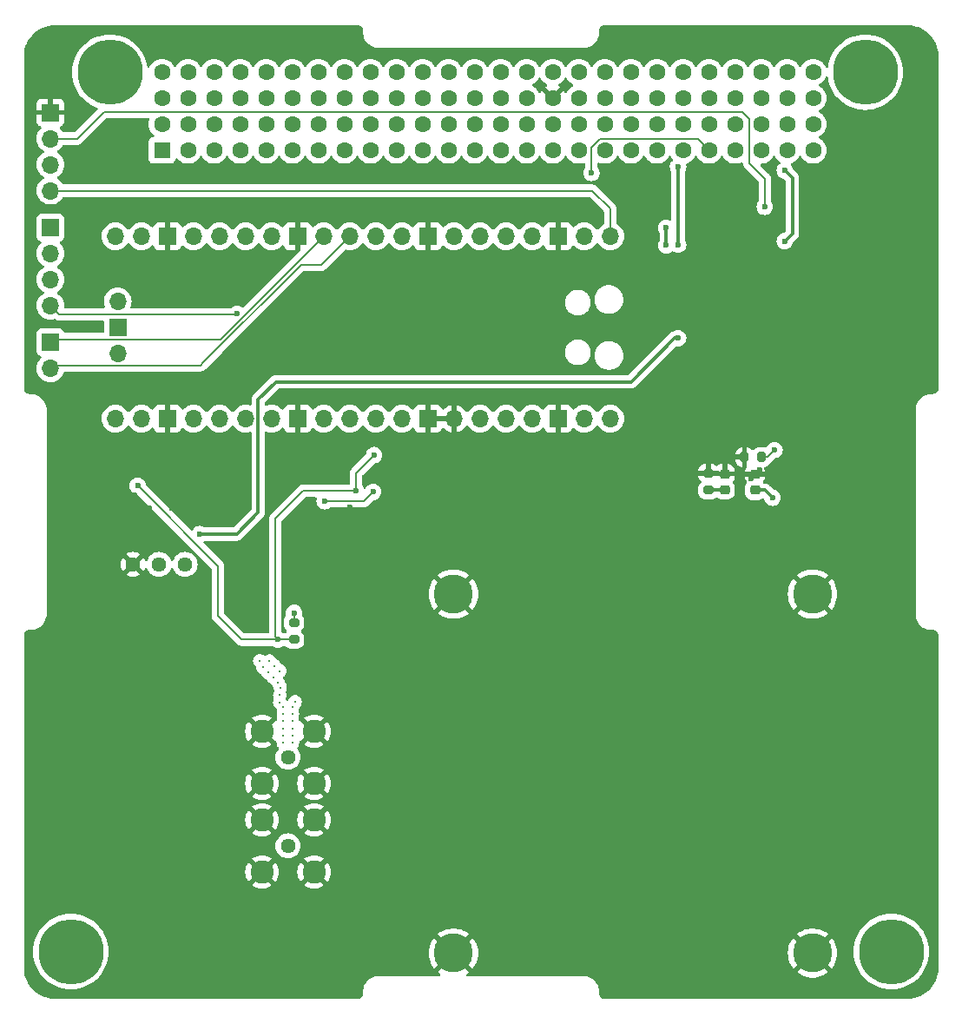
<source format=gbl>
%TF.GenerationSoftware,KiCad,Pcbnew,7.0.6*%
%TF.CreationDate,2023-08-29T11:28:15+01:00*%
%TF.ProjectId,SiPM_output,5369504d-5f6f-4757-9470-75742e6b6963,2.2*%
%TF.SameCoordinates,Original*%
%TF.FileFunction,Copper,L2,Bot*%
%TF.FilePolarity,Positive*%
%FSLAX46Y46*%
G04 Gerber Fmt 4.6, Leading zero omitted, Abs format (unit mm)*
G04 Created by KiCad (PCBNEW 7.0.6) date 2023-08-29 11:28:15*
%MOMM*%
%LPD*%
G01*
G04 APERTURE LIST*
G04 Aperture macros list*
%AMRoundRect*
0 Rectangle with rounded corners*
0 $1 Rounding radius*
0 $2 $3 $4 $5 $6 $7 $8 $9 X,Y pos of 4 corners*
0 Add a 4 corners polygon primitive as box body*
4,1,4,$2,$3,$4,$5,$6,$7,$8,$9,$2,$3,0*
0 Add four circle primitives for the rounded corners*
1,1,$1+$1,$2,$3*
1,1,$1+$1,$4,$5*
1,1,$1+$1,$6,$7*
1,1,$1+$1,$8,$9*
0 Add four rect primitives between the rounded corners*
20,1,$1+$1,$2,$3,$4,$5,0*
20,1,$1+$1,$4,$5,$6,$7,0*
20,1,$1+$1,$6,$7,$8,$9,0*
20,1,$1+$1,$8,$9,$2,$3,0*%
G04 Aperture macros list end*
%TA.AperFunction,ComponentPad*%
%ADD10C,2.250000*%
%TD*%
%TA.AperFunction,ComponentPad*%
%ADD11C,1.440000*%
%TD*%
%TA.AperFunction,ComponentPad*%
%ADD12O,1.700000X1.700000*%
%TD*%
%TA.AperFunction,ComponentPad*%
%ADD13R,1.700000X1.700000*%
%TD*%
%TA.AperFunction,ComponentPad*%
%ADD14C,6.350000*%
%TD*%
%TA.AperFunction,ComponentPad*%
%ADD15R,1.600000X1.600000*%
%TD*%
%TA.AperFunction,ComponentPad*%
%ADD16C,1.600000*%
%TD*%
%TA.AperFunction,ComponentPad*%
%ADD17C,3.800000*%
%TD*%
%TA.AperFunction,SMDPad,CuDef*%
%ADD18RoundRect,0.225000X0.250000X-0.225000X0.250000X0.225000X-0.250000X0.225000X-0.250000X-0.225000X0*%
%TD*%
%TA.AperFunction,SMDPad,CuDef*%
%ADD19RoundRect,0.200000X0.200000X0.275000X-0.200000X0.275000X-0.200000X-0.275000X0.200000X-0.275000X0*%
%TD*%
%TA.AperFunction,SMDPad,CuDef*%
%ADD20RoundRect,0.200000X-0.275000X0.200000X-0.275000X-0.200000X0.275000X-0.200000X0.275000X0.200000X0*%
%TD*%
%TA.AperFunction,SMDPad,CuDef*%
%ADD21RoundRect,0.200000X0.275000X-0.200000X0.275000X0.200000X-0.275000X0.200000X-0.275000X-0.200000X0*%
%TD*%
%TA.AperFunction,ViaPad*%
%ADD22C,0.600000*%
%TD*%
%TA.AperFunction,ViaPad*%
%ADD23C,0.300000*%
%TD*%
%TA.AperFunction,Conductor*%
%ADD24C,0.200000*%
%TD*%
%TA.AperFunction,Conductor*%
%ADD25C,0.300000*%
%TD*%
G04 APERTURE END LIST*
D10*
%TO.P,J6,2,Ext*%
%TO.N,GND*%
X76460000Y-123110000D03*
X76460000Y-128190000D03*
X81540000Y-123110000D03*
X81540000Y-128190000D03*
D11*
%TO.P,J6,1,In*%
%TO.N,SiPM*%
X79000000Y-125650000D03*
%TD*%
D12*
%TO.P,U5,43,SWDIO*%
%TO.N,unconnected-(U5-SWDIO-Pad43)*%
X62400000Y-86290000D03*
D13*
%TO.P,U5,42,GND*%
%TO.N,unconnected-(U5-GND-Pad42)*%
X62400000Y-83750000D03*
D12*
%TO.P,U5,41,SWCLK*%
%TO.N,unconnected-(U5-SWCLK-Pad41)*%
X62400000Y-81210000D03*
%TO.P,U5,40,VBUS*%
%TO.N,VBUS*%
X110430000Y-92640000D03*
%TO.P,U5,39,VSYS*%
%TO.N,VSYS*%
X107890000Y-92640000D03*
D13*
%TO.P,U5,38,GND*%
%TO.N,GND*%
X105350000Y-92640000D03*
D12*
%TO.P,U5,37,3V3_EN*%
%TO.N,unconnected-(U5-3V3_EN-Pad37)*%
X102810000Y-92640000D03*
%TO.P,U5,36,3V3*%
%TO.N,unconnected-(U5-3V3-Pad36)*%
X100270000Y-92640000D03*
%TO.P,U5,35,ADC_VREF*%
%TO.N,VREF*%
X97730000Y-92640000D03*
%TO.P,U5,34,GPIO28_ADC2*%
%TO.N,GND*%
X95190000Y-92640000D03*
D13*
%TO.P,U5,33,AGND*%
X92650000Y-92640000D03*
D12*
%TO.P,U5,32,GPIO27_ADC1*%
%TO.N,PEAK*%
X90110000Y-92640000D03*
%TO.P,U5,31,GPIO26_ADC0*%
%TO.N,SIG*%
X87570000Y-92640000D03*
%TO.P,U5,30,RUN*%
%TO.N,unconnected-(U5-RUN-Pad30)*%
X85030000Y-92640000D03*
%TO.P,U5,29,GPIO22*%
%TO.N,RST*%
X82490000Y-92640000D03*
D13*
%TO.P,U5,28,GND*%
%TO.N,GND*%
X79950000Y-92640000D03*
D12*
%TO.P,U5,27,GPIO21*%
%TO.N,unconnected-(U5-GPIO21-Pad27)*%
X77410000Y-92640000D03*
%TO.P,U5,26,GPIO20*%
%TO.N,unconnected-(U5-GPIO20-Pad26)*%
X74870000Y-92640000D03*
%TO.P,U5,25,GPIO19*%
%TO.N,unconnected-(U5-GPIO19-Pad25)*%
X72330000Y-92640000D03*
%TO.P,U5,24,GPIO18*%
%TO.N,unconnected-(U5-GPIO18-Pad24)*%
X69790000Y-92640000D03*
D13*
%TO.P,U5,23,GND*%
%TO.N,GND*%
X67250000Y-92640000D03*
D12*
%TO.P,U5,22,GPIO17*%
%TO.N,unconnected-(U5-GPIO17-Pad22)*%
X64710000Y-92640000D03*
%TO.P,U5,21,GPIO16*%
%TO.N,INT*%
X62170000Y-92640000D03*
%TO.P,U5,20,GPIO15*%
%TO.N,unconnected-(U5-GPIO15-Pad20)*%
X62170000Y-74860000D03*
%TO.P,U5,19,GPIO14*%
%TO.N,unconnected-(U5-GPIO14-Pad19)*%
X64710000Y-74860000D03*
D13*
%TO.P,U5,18,GND*%
%TO.N,GND*%
X67250000Y-74860000D03*
D12*
%TO.P,U5,17,GPIO13*%
%TO.N,unconnected-(U5-GPIO13-Pad17)*%
X69790000Y-74860000D03*
%TO.P,U5,16,GPIO12*%
%TO.N,unconnected-(U5-GPIO12-Pad16)*%
X72330000Y-74860000D03*
%TO.P,U5,15,GPIO11*%
%TO.N,unconnected-(U5-GPIO11-Pad15)*%
X74870000Y-74860000D03*
%TO.P,U5,14,GPIO10*%
%TO.N,unconnected-(U5-GPIO10-Pad14)*%
X77410000Y-74860000D03*
D13*
%TO.P,U5,13,GND*%
%TO.N,GND*%
X79950000Y-74860000D03*
D12*
%TO.P,U5,12,GPIO9*%
%TO.N,UART1RX*%
X82490000Y-74860000D03*
%TO.P,U5,11,GPIO8*%
%TO.N,UART1TX*%
X85030000Y-74860000D03*
%TO.P,U5,10,GPIO7*%
%TO.N,unconnected-(U5-GPIO7-Pad10)*%
X87570000Y-74860000D03*
%TO.P,U5,9,GPIO6*%
%TO.N,unconnected-(U5-GPIO6-Pad9)*%
X90110000Y-74860000D03*
D13*
%TO.P,U5,8,GND*%
%TO.N,GND*%
X92650000Y-74860000D03*
D12*
%TO.P,U5,7,GPIO5*%
%TO.N,CS*%
X95190000Y-74860000D03*
%TO.P,U5,6,GPIO4*%
%TO.N,RX*%
X97730000Y-74860000D03*
%TO.P,U5,5,GPIO3*%
%TO.N,TX*%
X100270000Y-74860000D03*
%TO.P,U5,4,GPIO2*%
%TO.N,SCK*%
X102810000Y-74860000D03*
D13*
%TO.P,U5,3,GND*%
%TO.N,GND*%
X105350000Y-74860000D03*
D12*
%TO.P,U5,2,GPIO1*%
%TO.N,SCL*%
X107890000Y-74860000D03*
%TO.P,U5,1,GPIO0*%
%TO.N,SDA*%
X110430000Y-74860000D03*
%TD*%
%TO.P,J1,4,Pin_4*%
%TO.N,SCK*%
X55850000Y-81620000D03*
%TO.P,J1,3,Pin_3*%
%TO.N,TX*%
X55850000Y-79080000D03*
%TO.P,J1,2,Pin_2*%
%TO.N,RX*%
X55850000Y-76540000D03*
D13*
%TO.P,J1,1,Pin_1*%
%TO.N,CS*%
X55850000Y-74000000D03*
%TD*%
D11*
%TO.P,RV1,3,3*%
%TO.N,GND*%
X63900000Y-106850000D03*
%TO.P,RV1,2,2*%
%TO.N,Net-(C4-Pad2)*%
X66440000Y-106850000D03*
%TO.P,RV1,1,1*%
X68980000Y-106850000D03*
%TD*%
D10*
%TO.P,J4,2,Ext*%
%TO.N,GND*%
X76470000Y-131750000D03*
X76470000Y-136830000D03*
X81550000Y-131750000D03*
X81550000Y-136830000D03*
D11*
%TO.P,J4,1,In*%
%TO.N,BIAS*%
X79010000Y-134290000D03*
%TD*%
D14*
%TO.P,U8,*%
%TO.N,*%
X57840000Y-144600000D03*
X61650000Y-58870000D03*
X135310000Y-58870000D03*
X137850000Y-144600000D03*
D15*
%TO.P,U8,1,01-CAN-L*%
%TO.N,unconnected-(U8-01-CAN-L-Pad1)*%
X66730000Y-66490000D03*
D16*
%TO.P,U8,2,02*%
%TO.N,unconnected-(U8-02-Pad2)*%
X66730000Y-63950000D03*
%TO.P,U8,3,03-CAN-H*%
%TO.N,unconnected-(U8-03-CAN-H-Pad3)*%
X69270000Y-66490000D03*
%TO.P,U8,4,04*%
%TO.N,unconnected-(U8-04-Pad4)*%
X69270000Y-63950000D03*
%TO.P,U8,5,05*%
%TO.N,unconnected-(U8-05-Pad5)*%
X71810000Y-66490000D03*
%TO.P,U8,6,06*%
%TO.N,unconnected-(U8-06-Pad6)*%
X71810000Y-63950000D03*
%TO.P,U8,7,07*%
%TO.N,unconnected-(U8-07-Pad7)*%
X74350000Y-66490000D03*
%TO.P,U8,8,08*%
%TO.N,unconnected-(U8-08-Pad8)*%
X74350000Y-63950000D03*
%TO.P,U8,9,09-I2C2_SDA*%
%TO.N,unconnected-(U8-09-I2C2_SDA-Pad9)*%
X76890000Y-66490000D03*
%TO.P,U8,10,10*%
%TO.N,unconnected-(U8-Pad10)*%
X76890000Y-63950000D03*
%TO.P,U8,11,11-I2C2_SCL*%
%TO.N,unconnected-(U8-11-I2C2_SCL-Pad11)*%
X79430000Y-66490000D03*
%TO.P,U8,12,12*%
%TO.N,unconnected-(U8-Pad12)*%
X79430000Y-63950000D03*
%TO.P,U8,13,13*%
%TO.N,unconnected-(U8-Pad13)*%
X81970000Y-66490000D03*
%TO.P,U8,14,14*%
%TO.N,unconnected-(U8-Pad14)*%
X81970000Y-63950000D03*
%TO.P,U8,15,15*%
%TO.N,unconnected-(U8-Pad15)*%
X84510000Y-66490000D03*
%TO.P,U8,16,16*%
%TO.N,unconnected-(U8-Pad16)*%
X84510000Y-63950000D03*
%TO.P,U8,17,17*%
%TO.N,unconnected-(U8-Pad17)*%
X87050000Y-66490000D03*
%TO.P,U8,18,18*%
%TO.N,unconnected-(U8-Pad18)*%
X87050000Y-63950000D03*
%TO.P,U8,19,19-RX*%
%TO.N,unconnected-(U8-19-RX-Pad19)*%
X89590000Y-66490000D03*
%TO.P,U8,20,TX-20*%
%TO.N,unconnected-(U8-TX-20-Pad20)*%
X89590000Y-63950000D03*
%TO.P,U8,21,21*%
%TO.N,unconnected-(U8-Pad21)*%
X92130000Y-66490000D03*
%TO.P,U8,22,22*%
%TO.N,unconnected-(U8-Pad22)*%
X92130000Y-63950000D03*
%TO.P,U8,23,23*%
%TO.N,unconnected-(U8-Pad23)*%
X94670000Y-66490000D03*
%TO.P,U8,24,24*%
%TO.N,unconnected-(U8-Pad24)*%
X94670000Y-63950000D03*
%TO.P,U8,25,25*%
%TO.N,unconnected-(U8-Pad25)*%
X97210000Y-66490000D03*
%TO.P,U8,26,26*%
%TO.N,unconnected-(U8-Pad26)*%
X97210000Y-63950000D03*
%TO.P,U8,27,27*%
%TO.N,unconnected-(U8-Pad27)*%
X99750000Y-66490000D03*
%TO.P,U8,28,28*%
%TO.N,unconnected-(U8-Pad28)*%
X99750000Y-63950000D03*
%TO.P,U8,29,29*%
%TO.N,unconnected-(U8-Pad29)*%
X102290000Y-66490000D03*
%TO.P,U8,30,30*%
%TO.N,unconnected-(U8-Pad30)*%
X102290000Y-63950000D03*
%TO.P,U8,31,31*%
%TO.N,unconnected-(U8-Pad31)*%
X104830000Y-66490000D03*
%TO.P,U8,32,5V0_IN-32*%
%TO.N,unconnected-(U8-5V0_IN-32-Pad32)*%
X104830000Y-63950000D03*
%TO.P,U8,33,33*%
%TO.N,unconnected-(U8-Pad33)*%
X107370000Y-66490000D03*
%TO.P,U8,34,34*%
%TO.N,unconnected-(U8-Pad34)*%
X107370000Y-63950000D03*
%TO.P,U8,35,35*%
%TO.N,unconnected-(U8-Pad35)*%
X109910000Y-66490000D03*
%TO.P,U8,36,36*%
%TO.N,unconnected-(U8-Pad36)*%
X109910000Y-63950000D03*
%TO.P,U8,37,37*%
%TO.N,unconnected-(U8-Pad37)*%
X112450000Y-66490000D03*
%TO.P,U8,38,38*%
%TO.N,unconnected-(U8-Pad38)*%
X112450000Y-63950000D03*
%TO.P,U8,39,39-TXD*%
%TO.N,unconnected-(U8-39-TXD-Pad39)*%
X114990000Y-66490000D03*
%TO.P,U8,40,RXD-40*%
%TO.N,unconnected-(U8-RXD-40-Pad40)*%
X114990000Y-63950000D03*
%TO.P,U8,41,41-I2C-SDA*%
%TO.N,SDA*%
X117530000Y-66490000D03*
%TO.P,U8,42,42*%
%TO.N,unconnected-(U8-Pad42)*%
X117530000Y-63950000D03*
%TO.P,U8,43,43-I2C-SCL*%
%TO.N,SCL*%
X120070000Y-66490000D03*
%TO.P,U8,44,44*%
%TO.N,unconnected-(U8-Pad44)*%
X120070000Y-63950000D03*
%TO.P,U8,45,45*%
%TO.N,unconnected-(U8-Pad45)*%
X122610000Y-66490000D03*
%TO.P,U8,46,46*%
%TO.N,unconnected-(U8-Pad46)*%
X122610000Y-63950000D03*
%TO.P,U8,47,47-OUT1_3V3*%
%TO.N,Net-(U8-47-OUT1_3V3)*%
X125150000Y-66490000D03*
%TO.P,U8,48,OUT4_5V0-48*%
%TO.N,+5V*%
X125150000Y-63950000D03*
%TO.P,U8,49,49-OUT2_3V3*%
%TO.N,unconnected-(U8-49-OUT2_3V3-Pad49)*%
X127690000Y-66490000D03*
%TO.P,U8,50,OUT5_5V0-50*%
%TO.N,unconnected-(U8-OUT5_5V0-50-Pad50)*%
X127690000Y-63950000D03*
%TO.P,U8,51,51-OUT3_3V3*%
%TO.N,unconnected-(U8-51-OUT3_3V3-Pad51)*%
X130230000Y-66490000D03*
%TO.P,U8,52,OUT6_5V0-52*%
%TO.N,unconnected-(U8-OUT6_5V0-52-Pad52)*%
X130230000Y-63950000D03*
%TO.P,U8,53,01*%
%TO.N,unconnected-(U8-01-Pad53)*%
X66730000Y-61410000D03*
%TO.P,U8,54,02*%
%TO.N,unconnected-(U8-02-Pad54)*%
X66730000Y-58870000D03*
%TO.P,U8,55,03*%
%TO.N,unconnected-(U8-03-Pad55)*%
X69270000Y-61410000D03*
%TO.P,U8,56,04*%
%TO.N,unconnected-(U8-04-Pad56)*%
X69270000Y-58870000D03*
%TO.P,U8,57,05*%
%TO.N,unconnected-(U8-05-Pad57)*%
X71810000Y-61410000D03*
%TO.P,U8,58,06*%
%TO.N,unconnected-(U8-06-Pad58)*%
X71810000Y-58870000D03*
%TO.P,U8,59,07*%
%TO.N,unconnected-(U8-07-Pad59)*%
X74350000Y-61410000D03*
%TO.P,U8,60,08*%
%TO.N,unconnected-(U8-08-Pad60)*%
X74350000Y-58870000D03*
%TO.P,U8,61,09*%
%TO.N,unconnected-(U8-09-Pad61)*%
X76890000Y-61410000D03*
%TO.P,U8,62,10*%
%TO.N,unconnected-(U8-10-Pad62)*%
X76890000Y-58870000D03*
%TO.P,U8,63,11*%
%TO.N,unconnected-(U8-11-Pad63)*%
X79430000Y-61410000D03*
%TO.P,U8,64,12*%
%TO.N,unconnected-(U8-12-Pad64)*%
X79430000Y-58870000D03*
%TO.P,U8,65,13*%
%TO.N,unconnected-(U8-13-Pad65)*%
X81970000Y-61410000D03*
%TO.P,U8,66,14*%
%TO.N,unconnected-(U8-14-Pad66)*%
X81970000Y-58870000D03*
%TO.P,U8,67,15*%
%TO.N,unconnected-(U8-15-Pad67)*%
X84510000Y-61410000D03*
%TO.P,U8,68,16*%
%TO.N,unconnected-(U8-16-Pad68)*%
X84510000Y-58870000D03*
%TO.P,U8,69,17*%
%TO.N,unconnected-(U8-17-Pad69)*%
X87050000Y-61410000D03*
%TO.P,U8,70,18*%
%TO.N,unconnected-(U8-18-Pad70)*%
X87050000Y-58870000D03*
%TO.P,U8,71,19*%
%TO.N,unconnected-(U8-19-Pad71)*%
X89590000Y-61410000D03*
%TO.P,U8,72,20*%
%TO.N,unconnected-(U8-20-Pad72)*%
X89590000Y-58870000D03*
%TO.P,U8,73,21*%
%TO.N,unconnected-(U8-21-Pad73)*%
X92130000Y-61410000D03*
%TO.P,U8,74,22*%
%TO.N,unconnected-(U8-22-Pad74)*%
X92130000Y-58870000D03*
%TO.P,U8,75,23*%
%TO.N,unconnected-(U8-23-Pad75)*%
X94670000Y-61410000D03*
%TO.P,U8,76,24*%
%TO.N,unconnected-(U8-24-Pad76)*%
X94670000Y-58870000D03*
%TO.P,U8,77,25-5V0*%
%TO.N,unconnected-(U8-25-5V0-Pad77)*%
X97210000Y-61410000D03*
%TO.P,U8,78,5V0-26*%
%TO.N,unconnected-(U8-5V0-26-Pad78)*%
X97210000Y-58870000D03*
%TO.P,U8,79,27-3V3*%
%TO.N,unconnected-(U8-27-3V3-Pad79)*%
X99750000Y-61410000D03*
%TO.P,U8,80,3V3-28*%
%TO.N,unconnected-(U8-3V3-28-Pad80)*%
X99750000Y-58870000D03*
%TO.P,U8,81,29-GND*%
%TO.N,unconnected-(U8-29-GND-Pad81)*%
X102290000Y-61410000D03*
%TO.P,U8,82,GND-30*%
%TO.N,unconnected-(U8-GND-30-Pad82)*%
X102290000Y-58870000D03*
%TO.P,U8,83,31-AGND*%
%TO.N,GND*%
X104830000Y-61410000D03*
%TO.P,U8,84,GND-32*%
%TO.N,unconnected-(U8-GND-32-Pad84)*%
X104830000Y-58870000D03*
%TO.P,U8,85,33*%
%TO.N,unconnected-(U8-33-Pad85)*%
X107370000Y-61410000D03*
%TO.P,U8,86,34*%
%TO.N,unconnected-(U8-34-Pad86)*%
X107370000Y-58870000D03*
%TO.P,U8,87,35-RX2*%
%TO.N,unconnected-(U8-35-RX2-Pad87)*%
X109910000Y-61410000D03*
%TO.P,U8,88,EPS_RX-36*%
%TO.N,unconnected-(U8-EPS_RX-36-Pad88)*%
X109910000Y-58870000D03*
%TO.P,U8,89,37-TX2*%
%TO.N,unconnected-(U8-37-TX2-Pad89)*%
X112450000Y-61410000D03*
%TO.P,U8,90,EPS_TX-38*%
%TO.N,unconnected-(U8-EPS_TX-38-Pad90)*%
X112450000Y-58870000D03*
%TO.P,U8,91,39*%
%TO.N,unconnected-(U8-39-Pad91)*%
X114990000Y-61410000D03*
%TO.P,U8,92,40*%
%TO.N,unconnected-(U8-40-Pad92)*%
X114990000Y-58870000D03*
%TO.P,U8,93,41*%
%TO.N,unconnected-(U8-41-Pad93)*%
X117530000Y-61410000D03*
%TO.P,U8,94,42*%
%TO.N,unconnected-(U8-42-Pad94)*%
X117530000Y-58870000D03*
%TO.P,U8,95,43*%
%TO.N,unconnected-(U8-43-Pad95)*%
X120070000Y-61410000D03*
%TO.P,U8,96,44*%
%TO.N,unconnected-(U8-44-Pad96)*%
X120070000Y-58870000D03*
%TO.P,U8,97,45-V_BAT*%
%TO.N,unconnected-(U8-45-V_BAT-Pad97)*%
X122610000Y-61410000D03*
%TO.P,U8,98,V_BAT-46*%
%TO.N,unconnected-(U8-V_BAT-46-Pad98)*%
X122610000Y-58870000D03*
%TO.P,U8,99,47*%
%TO.N,unconnected-(U8-47-Pad99)*%
X125150000Y-61410000D03*
%TO.P,U8,100,48*%
%TO.N,unconnected-(U8-48-Pad100)*%
X125150000Y-58870000D03*
%TO.P,U8,101,49*%
%TO.N,unconnected-(U8-49-Pad101)*%
X127690000Y-61410000D03*
%TO.P,U8,102,50*%
%TO.N,unconnected-(U8-50-Pad102)*%
X127690000Y-58870000D03*
%TO.P,U8,103,51*%
%TO.N,unconnected-(U8-51-Pad103)*%
X130230000Y-61410000D03*
%TO.P,U8,104,52*%
%TO.N,unconnected-(U8-52-Pad104)*%
X130230000Y-58870000D03*
%TD*%
D17*
%TO.P,REF\u002A\u002A,1*%
%TO.N,GND*%
X130150000Y-144750000D03*
%TD*%
%TO.P,REF\u002A\u002A,1*%
%TO.N,GND*%
X95150000Y-144750000D03*
%TD*%
%TO.P,REF\u002A\u002A,1*%
%TO.N,GND*%
X130150000Y-109750000D03*
%TD*%
%TO.P,REF\u002A\u002A,1*%
%TO.N,GND*%
X95150000Y-109750000D03*
%TD*%
D12*
%TO.P,J2,2,Pin_2*%
%TO.N,UART1TX*%
X55850000Y-87740000D03*
D13*
%TO.P,J2,1,Pin_1*%
%TO.N,UART1RX*%
X55850000Y-85200000D03*
%TD*%
D12*
%TO.P,J3,4,Pin_4*%
%TO.N,SDA*%
X55850000Y-70420000D03*
%TO.P,J3,3,Pin_3*%
%TO.N,SCL*%
X55850000Y-67880000D03*
%TO.P,J3,2,Pin_2*%
%TO.N,VCC*%
X55850000Y-65340000D03*
D13*
%TO.P,J3,1,Pin_1*%
%TO.N,GND*%
X55850000Y-62800000D03*
%TD*%
D18*
%TO.P,C13,2*%
%TO.N,GND*%
X124550000Y-98075000D03*
%TO.P,C13,1*%
%TO.N,BIAS*%
X124550000Y-99625000D03*
%TD*%
D19*
%TO.P,R13,2*%
%TO.N,GND*%
X123525000Y-96400000D03*
%TO.P,R13,1*%
%TO.N,Net-(IC1-RT)*%
X125175000Y-96400000D03*
%TD*%
D18*
%TO.P,C5,2*%
%TO.N,GND*%
X121600000Y-98025000D03*
%TO.P,C5,1*%
%TO.N,Net-(IC1-MON)*%
X121600000Y-99575000D03*
%TD*%
D20*
%TO.P,R2,2*%
%TO.N,SIG*%
X79600000Y-114187500D03*
%TO.P,R2,1*%
%TO.N,Net-(U2--)*%
X79600000Y-112537500D03*
%TD*%
D21*
%TO.P,R12,2*%
%TO.N,GND*%
X120000000Y-97975000D03*
%TO.P,R12,1*%
%TO.N,Net-(IC1-MON)*%
X120000000Y-99625000D03*
%TD*%
D22*
%TO.N,GND*%
X105750000Y-68550000D03*
X94700000Y-96750000D03*
X94900000Y-106200000D03*
X84250000Y-112800000D03*
X119050000Y-95600000D03*
X121750000Y-93850000D03*
X115900000Y-70050000D03*
X123150000Y-72200000D03*
X121500000Y-71950000D03*
X119800000Y-72000000D03*
%TO.N,VCC*%
X125500000Y-72000000D03*
%TO.N,SCL*%
X108600000Y-68700000D03*
%TO.N,SCK*%
X74076089Y-82426089D03*
D23*
%TO.N,*%
X78550000Y-122150000D03*
X77705026Y-116755026D03*
X78550000Y-120750000D03*
X78058579Y-118381371D03*
X78550000Y-121450000D03*
X79450000Y-122150000D03*
X79450000Y-122850000D03*
X79450000Y-124250000D03*
X78200000Y-117250000D03*
X78550000Y-123550000D03*
X76250000Y-116250000D03*
X79450000Y-123550000D03*
X79450000Y-120750000D03*
X77563604Y-117886396D03*
X79700000Y-120250000D03*
X77210051Y-116260051D03*
X78550000Y-124250000D03*
X78200000Y-119600000D03*
X76573655Y-116896447D03*
X77068630Y-117391422D03*
X78550000Y-122850000D03*
X78250000Y-118850000D03*
X78200000Y-120300000D03*
X79450000Y-121450000D03*
D22*
%TO.N,VCC*%
X117050000Y-75700000D03*
X117050000Y-68050000D03*
X70400000Y-103900000D03*
X117050000Y-84800000D03*
%TO.N,GND*%
X66780000Y-98600000D03*
X75600000Y-110437500D03*
X111750000Y-105500000D03*
X67700000Y-101400000D03*
X65500000Y-101400000D03*
X65750000Y-104900000D03*
X121300000Y-82700000D03*
X124200000Y-98450000D03*
X64030000Y-100100000D03*
X85025000Y-101287500D03*
X90050000Y-103450000D03*
X62230000Y-103500000D03*
X125050000Y-97600000D03*
X81800000Y-119437500D03*
X69480000Y-100075000D03*
X129450000Y-88450000D03*
X79600000Y-116687500D03*
X91950000Y-98950000D03*
X83475000Y-110437500D03*
%TO.N,Net-(U3--)*%
X82575000Y-100687500D03*
X87325000Y-99787500D03*
%TO.N,Net-(U2--)*%
X79600000Y-111587500D03*
%TO.N,SIG*%
X85650000Y-99700000D03*
X64350000Y-99200000D03*
X87400000Y-96200000D03*
X78050000Y-114187500D03*
%TO.N,STB_VREF*%
X115900000Y-74050000D03*
X115900000Y-75750000D03*
%TO.N,+5V*%
X127450000Y-75350000D03*
X127450000Y-68450000D03*
%TO.N,Net-(IC1-MON)*%
X121600000Y-99550000D03*
%TO.N,BIAS*%
X126250000Y-100350000D03*
%TO.N,Net-(IC1-RT)*%
X126450000Y-95700000D03*
%TD*%
D24*
%TO.N,VCC*%
X61050000Y-62750000D02*
X58460000Y-65340000D01*
X58460000Y-65340000D02*
X55850000Y-65340000D01*
X123350000Y-62750000D02*
X61050000Y-62750000D01*
X124000000Y-63400000D02*
X123350000Y-62750000D01*
X125500000Y-69250000D02*
X124000000Y-67750000D01*
X125500000Y-72000000D02*
X125500000Y-69250000D01*
X124000000Y-67750000D02*
X124000000Y-63400000D01*
D25*
%TO.N,+5V*%
X128200000Y-74600000D02*
X128200000Y-69200000D01*
X128200000Y-69200000D02*
X127450000Y-68450000D01*
X127450000Y-75350000D02*
X128200000Y-74600000D01*
D24*
%TO.N,SCL*%
X118970000Y-65390000D02*
X120070000Y-66490000D01*
X108600000Y-68700000D02*
X108600000Y-66244365D01*
X109454365Y-65390000D02*
X118970000Y-65390000D01*
X108600000Y-66244365D02*
X109454365Y-65390000D01*
%TO.N,UART1TX*%
X80265686Y-77650000D02*
X70757843Y-87157843D01*
X82240000Y-77650000D02*
X80265686Y-77650000D01*
X85030000Y-74860000D02*
X82240000Y-77650000D01*
%TO.N,SDA*%
X110430000Y-72180000D02*
X110430000Y-74860000D01*
X108670000Y-70420000D02*
X110430000Y-72180000D01*
X55850000Y-70420000D02*
X108670000Y-70420000D01*
%TO.N,SCK*%
X74032178Y-82470000D02*
X74076089Y-82426089D01*
X56700000Y-82470000D02*
X74032178Y-82470000D01*
X55850000Y-81620000D02*
X56700000Y-82470000D01*
%TO.N,UART1TX*%
X70757843Y-87157843D02*
X72850000Y-85065685D01*
X70475685Y-87440000D02*
X70757843Y-87157843D01*
X55550000Y-87440000D02*
X70475685Y-87440000D01*
X55850000Y-87740000D02*
X55550000Y-87440000D01*
%TO.N,UART1RX*%
X72450000Y-84900000D02*
X82490000Y-74860000D01*
X56150000Y-84900000D02*
X72450000Y-84900000D01*
X55850000Y-85200000D02*
X56150000Y-84900000D01*
D25*
%TO.N,VCC*%
X70400000Y-103900000D02*
X74000000Y-103900000D01*
X74000000Y-103900000D02*
X76100000Y-101800000D01*
X77850000Y-89050000D02*
X112450000Y-89050000D01*
X112450000Y-89050000D02*
X116700000Y-84800000D01*
X116700000Y-84800000D02*
X117050000Y-84800000D01*
X76100000Y-90800000D02*
X77850000Y-89050000D01*
X76100000Y-101800000D02*
X76100000Y-90800000D01*
X117050000Y-68050000D02*
X117050000Y-75700000D01*
D24*
%TO.N,GND*%
X65750000Y-104900000D02*
X65750000Y-105000000D01*
D25*
X120050000Y-98025000D02*
X120000000Y-97975000D01*
X121600000Y-98025000D02*
X120050000Y-98025000D01*
D24*
X65750000Y-105000000D02*
X63900000Y-106850000D01*
%TO.N,Net-(U3--)*%
X85273529Y-100687500D02*
X84776471Y-100687500D01*
X84776471Y-100687500D02*
X84763971Y-100700000D01*
X85286029Y-100700000D02*
X85273529Y-100687500D01*
X87325000Y-99787500D02*
X86412500Y-100700000D01*
X86412500Y-100700000D02*
X85286029Y-100700000D01*
X84763971Y-100700000D02*
X82587500Y-100700000D01*
X82587500Y-100700000D02*
X82575000Y-100687500D01*
%TO.N,Net-(U2--)*%
X79600000Y-111587500D02*
X79600000Y-112537500D01*
%TO.N,SIG*%
X85650000Y-97950000D02*
X87400000Y-96200000D01*
X78050000Y-114187500D02*
X77750000Y-113887500D01*
X79600000Y-114187500D02*
X78050000Y-114187500D01*
X72150000Y-107000000D02*
X72150000Y-111850000D01*
X74487500Y-114187500D02*
X78050000Y-114187500D01*
X77750000Y-102400000D02*
X80450000Y-99700000D01*
X64350000Y-99200000D02*
X72150000Y-107000000D01*
X80450000Y-99700000D02*
X85650000Y-99700000D01*
X85650000Y-99700000D02*
X85650000Y-97950000D01*
X77750000Y-113887500D02*
X77750000Y-102400000D01*
X72150000Y-111850000D02*
X74487500Y-114187500D01*
X77987500Y-114250000D02*
X78050000Y-114187500D01*
D25*
%TO.N,STB_VREF*%
X115900000Y-75750000D02*
X115900000Y-74050000D01*
%TO.N,Net-(IC1-MON)*%
X121550000Y-99625000D02*
X121600000Y-99575000D01*
X121600000Y-99550000D02*
X121625000Y-99550000D01*
X121600000Y-99575000D02*
X121600000Y-99550000D01*
X120000000Y-99625000D02*
X121550000Y-99625000D01*
X121625000Y-99550000D02*
X121600000Y-99575000D01*
%TO.N,BIAS*%
X125525000Y-99625000D02*
X126250000Y-100350000D01*
X124550000Y-99625000D02*
X125525000Y-99625000D01*
D24*
%TO.N,Net-(IC1-RT)*%
X125175000Y-96400000D02*
X125750000Y-96400000D01*
X125750000Y-96400000D02*
X126450000Y-95700000D01*
%TD*%
%TA.AperFunction,Conductor*%
%TO.N,GND*%
G36*
X94721318Y-92425960D02*
G01*
X94680000Y-92566673D01*
X94680000Y-92713327D01*
X94721318Y-92854040D01*
X94744428Y-92890000D01*
X93095572Y-92890000D01*
X93118682Y-92854040D01*
X93160000Y-92713327D01*
X93160000Y-92566673D01*
X93118682Y-92425960D01*
X93095572Y-92390000D01*
X94744428Y-92390000D01*
X94721318Y-92425960D01*
G37*
%TD.AperFunction*%
%TA.AperFunction,Conductor*%
G36*
X103627865Y-59413348D02*
G01*
X103672382Y-59464725D01*
X103699429Y-59522728D01*
X103699432Y-59522734D01*
X103829954Y-59709141D01*
X103990858Y-59870045D01*
X103990861Y-59870047D01*
X104177266Y-60000568D01*
X104235865Y-60027893D01*
X104288305Y-60074065D01*
X104307457Y-60141258D01*
X104287242Y-60208139D01*
X104235867Y-60252657D01*
X104177511Y-60279869D01*
X104104527Y-60330972D01*
X104104526Y-60330973D01*
X104690400Y-60916847D01*
X104685408Y-60917565D01*
X104552530Y-60978248D01*
X104442131Y-61073910D01*
X104363155Y-61196799D01*
X104340477Y-61274031D01*
X103750973Y-60684527D01*
X103699869Y-60757511D01*
X103672657Y-60815867D01*
X103626484Y-60868306D01*
X103559290Y-60887457D01*
X103492409Y-60867241D01*
X103447893Y-60815865D01*
X103420682Y-60757512D01*
X103420568Y-60757266D01*
X103290047Y-60570861D01*
X103290045Y-60570858D01*
X103129141Y-60409954D01*
X102943358Y-60279869D01*
X102942734Y-60279432D01*
X102884722Y-60252380D01*
X102832284Y-60206208D01*
X102813133Y-60139014D01*
X102833349Y-60072133D01*
X102884721Y-60027619D01*
X102942734Y-60000568D01*
X103129139Y-59870047D01*
X103290047Y-59709139D01*
X103420568Y-59522734D01*
X103447618Y-59464724D01*
X103493790Y-59412285D01*
X103560983Y-59393133D01*
X103627865Y-59413348D01*
G37*
%TD.AperFunction*%
%TA.AperFunction,Conductor*%
G36*
X106167865Y-59413348D02*
G01*
X106212382Y-59464725D01*
X106239429Y-59522728D01*
X106239432Y-59522734D01*
X106369954Y-59709141D01*
X106530858Y-59870045D01*
X106530861Y-59870047D01*
X106717266Y-60000568D01*
X106775275Y-60027618D01*
X106827714Y-60073791D01*
X106846866Y-60140984D01*
X106826650Y-60207865D01*
X106775275Y-60252382D01*
X106717267Y-60279431D01*
X106717265Y-60279432D01*
X106530858Y-60409954D01*
X106369954Y-60570858D01*
X106239433Y-60757264D01*
X106212106Y-60815867D01*
X106165933Y-60868306D01*
X106098739Y-60887457D01*
X106031858Y-60867241D01*
X105987342Y-60815865D01*
X105960135Y-60757520D01*
X105960131Y-60757512D01*
X105909025Y-60684526D01*
X105319521Y-61274029D01*
X105296845Y-61196799D01*
X105217869Y-61073910D01*
X105107470Y-60978248D01*
X104974592Y-60917565D01*
X104969599Y-60916847D01*
X105555472Y-60330974D01*
X105555471Y-60330973D01*
X105482483Y-60279866D01*
X105482481Y-60279865D01*
X105424133Y-60252657D01*
X105371694Y-60206484D01*
X105352542Y-60139291D01*
X105372758Y-60072410D01*
X105424129Y-60027895D01*
X105482734Y-60000568D01*
X105669139Y-59870047D01*
X105830047Y-59709139D01*
X105960568Y-59522734D01*
X105987618Y-59464724D01*
X106033790Y-59412285D01*
X106100983Y-59393133D01*
X106167865Y-59413348D01*
G37*
%TD.AperFunction*%
%TA.AperFunction,Conductor*%
G36*
X85848458Y-54290889D02*
G01*
X85942266Y-54301459D01*
X85969331Y-54307636D01*
X86048540Y-54335352D01*
X86073553Y-54347398D01*
X86144606Y-54392043D01*
X86166313Y-54409355D01*
X86225644Y-54468686D01*
X86242957Y-54490395D01*
X86287600Y-54561444D01*
X86299648Y-54586462D01*
X86327362Y-54665666D01*
X86333540Y-54692736D01*
X86344109Y-54786535D01*
X86344499Y-54793480D01*
X86344500Y-54924107D01*
X86344500Y-55097317D01*
X86375044Y-55309764D01*
X86375047Y-55309774D01*
X86435517Y-55515715D01*
X86524672Y-55710938D01*
X86524679Y-55710951D01*
X86577501Y-55793143D01*
X86640719Y-55891513D01*
X86641464Y-55892373D01*
X86781275Y-56053724D01*
X86874864Y-56134819D01*
X86943487Y-56194281D01*
X87072530Y-56277211D01*
X87124048Y-56310320D01*
X87124061Y-56310327D01*
X87319284Y-56399482D01*
X87319288Y-56399483D01*
X87319290Y-56399484D01*
X87525231Y-56459954D01*
X87525232Y-56459954D01*
X87525235Y-56459955D01*
X87588584Y-56469062D01*
X87737682Y-56490500D01*
X87737683Y-56490500D01*
X107952317Y-56490500D01*
X107952318Y-56490500D01*
X108122851Y-56465980D01*
X108164764Y-56459955D01*
X108164765Y-56459954D01*
X108164769Y-56459954D01*
X108370710Y-56399484D01*
X108370713Y-56399482D01*
X108370715Y-56399482D01*
X108565938Y-56310327D01*
X108565944Y-56310323D01*
X108565950Y-56310321D01*
X108746513Y-56194281D01*
X108908724Y-56053724D01*
X109049281Y-55891513D01*
X109165321Y-55710950D01*
X109165323Y-55710944D01*
X109165327Y-55710938D01*
X109254482Y-55515715D01*
X109254482Y-55515713D01*
X109254484Y-55515710D01*
X109314954Y-55309769D01*
X109345500Y-55097318D01*
X109345500Y-54990000D01*
X109345500Y-54924108D01*
X109345500Y-54924107D01*
X109345500Y-54793480D01*
X109345890Y-54786535D01*
X109356459Y-54692731D01*
X109362635Y-54665670D01*
X109390353Y-54586456D01*
X109402396Y-54561450D01*
X109447046Y-54490389D01*
X109464351Y-54468690D01*
X109523690Y-54409351D01*
X109545389Y-54392046D01*
X109616450Y-54347396D01*
X109641456Y-54335353D01*
X109720670Y-54307635D01*
X109747733Y-54301459D01*
X109841541Y-54290889D01*
X109848483Y-54290500D01*
X109910892Y-54290500D01*
X139364108Y-54290500D01*
X139428377Y-54290500D01*
X139431620Y-54290584D01*
X139576713Y-54298189D01*
X139740288Y-54306762D01*
X139746746Y-54307440D01*
X140050419Y-54355537D01*
X140056765Y-54356886D01*
X140353759Y-54436466D01*
X140359925Y-54438468D01*
X140495199Y-54490395D01*
X140646967Y-54548653D01*
X140652898Y-54551293D01*
X140926862Y-54690885D01*
X140932467Y-54694121D01*
X141190337Y-54861584D01*
X141195585Y-54865397D01*
X141434533Y-55058893D01*
X141439359Y-55063239D01*
X141656760Y-55280640D01*
X141661106Y-55285466D01*
X141854602Y-55524414D01*
X141858417Y-55529666D01*
X142025874Y-55787526D01*
X142029117Y-55793143D01*
X142168705Y-56067099D01*
X142171346Y-56073032D01*
X142281527Y-56360064D01*
X142283533Y-56366240D01*
X142363113Y-56663234D01*
X142364463Y-56669586D01*
X142412558Y-56973252D01*
X142413237Y-56979710D01*
X142429415Y-57288376D01*
X142429500Y-57291622D01*
X142429500Y-89731517D01*
X142429110Y-89738465D01*
X142418540Y-89832264D01*
X142412362Y-89859333D01*
X142384648Y-89938537D01*
X142372600Y-89963555D01*
X142327957Y-90034604D01*
X142310644Y-90056313D01*
X142251313Y-90115644D01*
X142229604Y-90132957D01*
X142158555Y-90177600D01*
X142133537Y-90189648D01*
X142054333Y-90217362D01*
X142027264Y-90223540D01*
X141975441Y-90229379D01*
X141933457Y-90234110D01*
X141926517Y-90234500D01*
X141622682Y-90234500D01*
X141410235Y-90265044D01*
X141410225Y-90265047D01*
X141204284Y-90325517D01*
X141009061Y-90414672D01*
X141009048Y-90414679D01*
X140828485Y-90530720D01*
X140666275Y-90671275D01*
X140525720Y-90833485D01*
X140409679Y-91014048D01*
X140409672Y-91014061D01*
X140320517Y-91209284D01*
X140260047Y-91415225D01*
X140260044Y-91415235D01*
X140229500Y-91627682D01*
X140229500Y-111842317D01*
X140260044Y-112054764D01*
X140260047Y-112054774D01*
X140320517Y-112260715D01*
X140409672Y-112455938D01*
X140409679Y-112455951D01*
X140525720Y-112636514D01*
X140666275Y-112798724D01*
X140790277Y-112906172D01*
X140828487Y-112939281D01*
X140944831Y-113014050D01*
X141009048Y-113055320D01*
X141009061Y-113055327D01*
X141204284Y-113144482D01*
X141204288Y-113144483D01*
X141204290Y-113144484D01*
X141410231Y-113204954D01*
X141410232Y-113204954D01*
X141410235Y-113204955D01*
X141473584Y-113214062D01*
X141622682Y-113235500D01*
X141694201Y-113235500D01*
X141864108Y-113235500D01*
X141926517Y-113235500D01*
X141933458Y-113235889D01*
X142027266Y-113246459D01*
X142054331Y-113252636D01*
X142133540Y-113280352D01*
X142158553Y-113292398D01*
X142229606Y-113337043D01*
X142251313Y-113354355D01*
X142310644Y-113413686D01*
X142327957Y-113435395D01*
X142372600Y-113506444D01*
X142384648Y-113531462D01*
X142412362Y-113610666D01*
X142418540Y-113637735D01*
X142422719Y-113674827D01*
X142429110Y-113731535D01*
X142429500Y-113738481D01*
X142429500Y-146178376D01*
X142429415Y-146181622D01*
X142413237Y-146490289D01*
X142412558Y-146496747D01*
X142364463Y-146800413D01*
X142363113Y-146806765D01*
X142283533Y-147103759D01*
X142281527Y-147109935D01*
X142171346Y-147396967D01*
X142168705Y-147402900D01*
X142029117Y-147676856D01*
X142025870Y-147682480D01*
X141858419Y-147940331D01*
X141854602Y-147945585D01*
X141661106Y-148184533D01*
X141656760Y-148189359D01*
X141439359Y-148406760D01*
X141434533Y-148411106D01*
X141195585Y-148604602D01*
X141190331Y-148608419D01*
X140932480Y-148775870D01*
X140926856Y-148779117D01*
X140652900Y-148918705D01*
X140646967Y-148921346D01*
X140359935Y-149031527D01*
X140353759Y-149033533D01*
X140056765Y-149113113D01*
X140050413Y-149114463D01*
X139746747Y-149162558D01*
X139740289Y-149163237D01*
X139448862Y-149178511D01*
X139431620Y-149179415D01*
X139428377Y-149179500D01*
X109848483Y-149179500D01*
X109841542Y-149179110D01*
X109793949Y-149173747D01*
X109747735Y-149168540D01*
X109720666Y-149162362D01*
X109641462Y-149134648D01*
X109616444Y-149122600D01*
X109545395Y-149077957D01*
X109523686Y-149060644D01*
X109464355Y-149001313D01*
X109447042Y-148979604D01*
X109409703Y-148920180D01*
X109402398Y-148908553D01*
X109390351Y-148883537D01*
X109362637Y-148804333D01*
X109356459Y-148777263D01*
X109345890Y-148683464D01*
X109345500Y-148676517D01*
X109345500Y-148372683D01*
X109345500Y-148372682D01*
X109324062Y-148223584D01*
X109314955Y-148160235D01*
X109314952Y-148160225D01*
X109297387Y-148100402D01*
X109254484Y-147954290D01*
X109254483Y-147954288D01*
X109254482Y-147954284D01*
X109165327Y-147759061D01*
X109165320Y-147759048D01*
X109112498Y-147676856D01*
X109049281Y-147578487D01*
X109016172Y-147540277D01*
X108908724Y-147416275D01*
X108746514Y-147275720D01*
X108746513Y-147275719D01*
X108681990Y-147234253D01*
X108565951Y-147159679D01*
X108565938Y-147159672D01*
X108370715Y-147070517D01*
X108164774Y-147010047D01*
X108164764Y-147010044D01*
X107973754Y-146982582D01*
X107952318Y-146979500D01*
X107880799Y-146979500D01*
X96546112Y-146979500D01*
X96479073Y-146959815D01*
X96433318Y-146907011D01*
X96423374Y-146837853D01*
X96452399Y-146774297D01*
X96473226Y-146755182D01*
X96663433Y-146616986D01*
X96663434Y-146616986D01*
X95733306Y-145686859D01*
X95747410Y-145679589D01*
X95912540Y-145549729D01*
X96050110Y-145390965D01*
X96084665Y-145331112D01*
X97014686Y-146261133D01*
X97095483Y-146163469D01*
X97257292Y-145908497D01*
X97257295Y-145908491D01*
X97385872Y-145635252D01*
X97385874Y-145635247D01*
X97479194Y-145348040D01*
X97535783Y-145051390D01*
X97535784Y-145051383D01*
X97554745Y-144750005D01*
X127745254Y-144750005D01*
X127764215Y-145051383D01*
X127764216Y-145051390D01*
X127820805Y-145348040D01*
X127914125Y-145635247D01*
X127914127Y-145635252D01*
X128042704Y-145908491D01*
X128042707Y-145908497D01*
X128204513Y-146163464D01*
X128285312Y-146261133D01*
X129214211Y-145332235D01*
X129314894Y-145473624D01*
X129466932Y-145618592D01*
X129569222Y-145684329D01*
X128636564Y-146616986D01*
X128861474Y-146780393D01*
X128861485Y-146780400D01*
X129126109Y-146925878D01*
X129126117Y-146925882D01*
X129406889Y-147037047D01*
X129406892Y-147037048D01*
X129699399Y-147112150D01*
X129998995Y-147149999D01*
X129999007Y-147150000D01*
X130300993Y-147150000D01*
X130301004Y-147149999D01*
X130600600Y-147112150D01*
X130893107Y-147037048D01*
X130893110Y-147037047D01*
X131173882Y-146925882D01*
X131173890Y-146925878D01*
X131438514Y-146780400D01*
X131438525Y-146780393D01*
X131663433Y-146616986D01*
X131663434Y-146616986D01*
X130733306Y-145686859D01*
X130747410Y-145679589D01*
X130912540Y-145549729D01*
X131050110Y-145390965D01*
X131084665Y-145331112D01*
X132014686Y-146261133D01*
X132095483Y-146163469D01*
X132257292Y-145908497D01*
X132257295Y-145908491D01*
X132385872Y-145635252D01*
X132385874Y-145635247D01*
X132479194Y-145348040D01*
X132535783Y-145051390D01*
X132535784Y-145051383D01*
X132554745Y-144750005D01*
X132554745Y-144749994D01*
X132545308Y-144600000D01*
X134169456Y-144600000D01*
X134189618Y-144984723D01*
X134249884Y-145365222D01*
X134249884Y-145365224D01*
X134349597Y-145737358D01*
X134487657Y-146097015D01*
X134662557Y-146440276D01*
X134872371Y-146763362D01*
X134872373Y-146763364D01*
X134872376Y-146763368D01*
X134872377Y-146763369D01*
X135114823Y-147062765D01*
X135387235Y-147335177D01*
X135467294Y-147400007D01*
X135686635Y-147577626D01*
X135686637Y-147577628D01*
X136009723Y-147787442D01*
X136009728Y-147787445D01*
X136352988Y-147962344D01*
X136712649Y-148100405D01*
X137084772Y-148200115D01*
X137465278Y-148260382D01*
X137828721Y-148279428D01*
X137849999Y-148280544D01*
X137850000Y-148280544D01*
X137850001Y-148280544D01*
X137870162Y-148279487D01*
X138234722Y-148260382D01*
X138615228Y-148200115D01*
X138987351Y-148100405D01*
X139347012Y-147962344D01*
X139690272Y-147787445D01*
X139851904Y-147682480D01*
X140013362Y-147577628D01*
X140013364Y-147577626D01*
X140013369Y-147577623D01*
X140312765Y-147335177D01*
X140585177Y-147062765D01*
X140827623Y-146763369D01*
X141037445Y-146440272D01*
X141212344Y-146097012D01*
X141350405Y-145737351D01*
X141450115Y-145365228D01*
X141510382Y-144984722D01*
X141530544Y-144600000D01*
X141510382Y-144215278D01*
X141450115Y-143834772D01*
X141350405Y-143462649D01*
X141212344Y-143102988D01*
X141037445Y-142759728D01*
X141011395Y-142719614D01*
X140827628Y-142436637D01*
X140827626Y-142436635D01*
X140757471Y-142350000D01*
X140585177Y-142137235D01*
X140312765Y-141864823D01*
X140013369Y-141622377D01*
X140013368Y-141622376D01*
X140013364Y-141622373D01*
X140013362Y-141622371D01*
X139690276Y-141412557D01*
X139347015Y-141237657D01*
X138987358Y-141099597D01*
X138987351Y-141099595D01*
X138615228Y-140999885D01*
X138615224Y-140999884D01*
X138615223Y-140999884D01*
X138234723Y-140939618D01*
X137850001Y-140919456D01*
X137849999Y-140919456D01*
X137465276Y-140939618D01*
X137084777Y-140999884D01*
X137084775Y-140999884D01*
X136712641Y-141099597D01*
X136352984Y-141237657D01*
X136009723Y-141412557D01*
X135686637Y-141622371D01*
X135686635Y-141622373D01*
X135387239Y-141864819D01*
X135387231Y-141864826D01*
X135114826Y-142137231D01*
X135114819Y-142137239D01*
X134872373Y-142436635D01*
X134872371Y-142436637D01*
X134662557Y-142759723D01*
X134487657Y-143102984D01*
X134349597Y-143462641D01*
X134249884Y-143834775D01*
X134249884Y-143834777D01*
X134189618Y-144215276D01*
X134169456Y-144599999D01*
X134169456Y-144600000D01*
X132545308Y-144600000D01*
X132535784Y-144448616D01*
X132535783Y-144448609D01*
X132479194Y-144151959D01*
X132385874Y-143864752D01*
X132385872Y-143864747D01*
X132257295Y-143591508D01*
X132257292Y-143591502D01*
X132095486Y-143336535D01*
X132014685Y-143238864D01*
X131085787Y-144167763D01*
X130985106Y-144026376D01*
X130833068Y-143881408D01*
X130730777Y-143815669D01*
X131663434Y-142883012D01*
X131438530Y-142719609D01*
X131438520Y-142719602D01*
X131173890Y-142574121D01*
X131173882Y-142574117D01*
X130893110Y-142462952D01*
X130893107Y-142462951D01*
X130600600Y-142387849D01*
X130301004Y-142350000D01*
X129998995Y-142350000D01*
X129699399Y-142387849D01*
X129406892Y-142462951D01*
X129406889Y-142462952D01*
X129126117Y-142574117D01*
X129126109Y-142574121D01*
X128861479Y-142719602D01*
X128861461Y-142719614D01*
X128636565Y-142883010D01*
X128636564Y-142883012D01*
X129566693Y-143813140D01*
X129552590Y-143820411D01*
X129387460Y-143950271D01*
X129249890Y-144109035D01*
X129215334Y-144168886D01*
X128285312Y-143238864D01*
X128204516Y-143336530D01*
X128042707Y-143591502D01*
X128042704Y-143591508D01*
X127914127Y-143864747D01*
X127914125Y-143864752D01*
X127820805Y-144151959D01*
X127764216Y-144448609D01*
X127764215Y-144448616D01*
X127745254Y-144749994D01*
X127745254Y-144750005D01*
X97554745Y-144750005D01*
X97554745Y-144749994D01*
X97535784Y-144448616D01*
X97535783Y-144448609D01*
X97479194Y-144151959D01*
X97385874Y-143864752D01*
X97385872Y-143864747D01*
X97257295Y-143591508D01*
X97257292Y-143591502D01*
X97095486Y-143336535D01*
X97014685Y-143238864D01*
X96085787Y-144167763D01*
X95985106Y-144026376D01*
X95833068Y-143881408D01*
X95730776Y-143815669D01*
X96663434Y-142883012D01*
X96438530Y-142719609D01*
X96438520Y-142719602D01*
X96173890Y-142574121D01*
X96173882Y-142574117D01*
X95893110Y-142462952D01*
X95893107Y-142462951D01*
X95600600Y-142387849D01*
X95301004Y-142350000D01*
X94998995Y-142350000D01*
X94699399Y-142387849D01*
X94406892Y-142462951D01*
X94406889Y-142462952D01*
X94126117Y-142574117D01*
X94126109Y-142574121D01*
X93861479Y-142719602D01*
X93861461Y-142719614D01*
X93636565Y-142883010D01*
X93636564Y-142883012D01*
X94566692Y-143813140D01*
X94552590Y-143820411D01*
X94387460Y-143950271D01*
X94249890Y-144109035D01*
X94215334Y-144168887D01*
X93285312Y-143238864D01*
X93204516Y-143336530D01*
X93042707Y-143591502D01*
X93042704Y-143591508D01*
X92914127Y-143864747D01*
X92914125Y-143864752D01*
X92820805Y-144151959D01*
X92764216Y-144448609D01*
X92764215Y-144448616D01*
X92745255Y-144749994D01*
X92745255Y-144750005D01*
X92764215Y-145051383D01*
X92764216Y-145051390D01*
X92820805Y-145348040D01*
X92914125Y-145635247D01*
X92914127Y-145635252D01*
X93042704Y-145908491D01*
X93042707Y-145908497D01*
X93204513Y-146163464D01*
X93285312Y-146261133D01*
X94214211Y-145332235D01*
X94314894Y-145473624D01*
X94466932Y-145618592D01*
X94569222Y-145684329D01*
X93636564Y-146616986D01*
X93826774Y-146755182D01*
X93869439Y-146810512D01*
X93875418Y-146880125D01*
X93842812Y-146941920D01*
X93781973Y-146976278D01*
X93753888Y-146979500D01*
X87737682Y-146979500D01*
X87525235Y-147010044D01*
X87525225Y-147010047D01*
X87319284Y-147070517D01*
X87124061Y-147159672D01*
X87124048Y-147159679D01*
X86943485Y-147275720D01*
X86781275Y-147416275D01*
X86640720Y-147578485D01*
X86524679Y-147759048D01*
X86524672Y-147759061D01*
X86435517Y-147954284D01*
X86375047Y-148160225D01*
X86375044Y-148160235D01*
X86344500Y-148372682D01*
X86344500Y-148676517D01*
X86344110Y-148683465D01*
X86333540Y-148777264D01*
X86327362Y-148804333D01*
X86299648Y-148883537D01*
X86287600Y-148908555D01*
X86242957Y-148979604D01*
X86225644Y-149001313D01*
X86166313Y-149060644D01*
X86144604Y-149077957D01*
X86073555Y-149122600D01*
X86048537Y-149134648D01*
X85969333Y-149162362D01*
X85942264Y-149168540D01*
X85890441Y-149174379D01*
X85848457Y-149179110D01*
X85841517Y-149179500D01*
X56261623Y-149179500D01*
X56258379Y-149179415D01*
X56240254Y-149178465D01*
X55949710Y-149163237D01*
X55943252Y-149162558D01*
X55639586Y-149114463D01*
X55633234Y-149113113D01*
X55336240Y-149033533D01*
X55330064Y-149031527D01*
X55043032Y-148921346D01*
X55037099Y-148918705D01*
X54763143Y-148779117D01*
X54757526Y-148775874D01*
X54499666Y-148608417D01*
X54494414Y-148604602D01*
X54255466Y-148411106D01*
X54250640Y-148406760D01*
X54033239Y-148189359D01*
X54028893Y-148184533D01*
X53835397Y-147945585D01*
X53831580Y-147940331D01*
X53664121Y-147682467D01*
X53660882Y-147676856D01*
X53610760Y-147578487D01*
X53521293Y-147402898D01*
X53518653Y-147396967D01*
X53472111Y-147275720D01*
X53408468Y-147109925D01*
X53406466Y-147103759D01*
X53326886Y-146806765D01*
X53325536Y-146800413D01*
X53322366Y-146780400D01*
X53277440Y-146496746D01*
X53276762Y-146490288D01*
X53260585Y-146181622D01*
X53260500Y-146178376D01*
X53260500Y-144600000D01*
X54159456Y-144600000D01*
X54179618Y-144984723D01*
X54239884Y-145365222D01*
X54239884Y-145365224D01*
X54339597Y-145737358D01*
X54477657Y-146097015D01*
X54652557Y-146440276D01*
X54862371Y-146763362D01*
X54862373Y-146763364D01*
X54862376Y-146763368D01*
X54862377Y-146763369D01*
X55104823Y-147062765D01*
X55377235Y-147335177D01*
X55457294Y-147400007D01*
X55676635Y-147577626D01*
X55676637Y-147577628D01*
X55999723Y-147787442D01*
X55999728Y-147787445D01*
X56342988Y-147962344D01*
X56702649Y-148100405D01*
X57074772Y-148200115D01*
X57455278Y-148260382D01*
X57818721Y-148279428D01*
X57839999Y-148280544D01*
X57840000Y-148280544D01*
X57840001Y-148280544D01*
X57860162Y-148279487D01*
X58224722Y-148260382D01*
X58605228Y-148200115D01*
X58977351Y-148100405D01*
X59337012Y-147962344D01*
X59680272Y-147787445D01*
X59841904Y-147682480D01*
X60003362Y-147577628D01*
X60003364Y-147577626D01*
X60003369Y-147577623D01*
X60302765Y-147335177D01*
X60575177Y-147062765D01*
X60817623Y-146763369D01*
X61027445Y-146440272D01*
X61202344Y-146097012D01*
X61340405Y-145737351D01*
X61440115Y-145365228D01*
X61500382Y-144984722D01*
X61520544Y-144600000D01*
X61500382Y-144215278D01*
X61440115Y-143834772D01*
X61340405Y-143462649D01*
X61202344Y-143102988D01*
X61027445Y-142759728D01*
X61001395Y-142719614D01*
X60817628Y-142436637D01*
X60817626Y-142436635D01*
X60747471Y-142350000D01*
X60575177Y-142137235D01*
X60302765Y-141864823D01*
X60003369Y-141622377D01*
X60003368Y-141622376D01*
X60003364Y-141622373D01*
X60003362Y-141622371D01*
X59680276Y-141412557D01*
X59337015Y-141237657D01*
X58977358Y-141099597D01*
X58977351Y-141099595D01*
X58605228Y-140999885D01*
X58605224Y-140999884D01*
X58605223Y-140999884D01*
X58224723Y-140939618D01*
X57840001Y-140919456D01*
X57839999Y-140919456D01*
X57455276Y-140939618D01*
X57074777Y-140999884D01*
X57074775Y-140999884D01*
X56702641Y-141099597D01*
X56342984Y-141237657D01*
X55999723Y-141412557D01*
X55676637Y-141622371D01*
X55676635Y-141622373D01*
X55377239Y-141864819D01*
X55377231Y-141864826D01*
X55104826Y-142137231D01*
X55104819Y-142137239D01*
X54862373Y-142436635D01*
X54862371Y-142436637D01*
X54652557Y-142759723D01*
X54477657Y-143102984D01*
X54339597Y-143462641D01*
X54239884Y-143834775D01*
X54239884Y-143834777D01*
X54179618Y-144215276D01*
X54159456Y-144599999D01*
X54159456Y-144600000D01*
X53260500Y-144600000D01*
X53260500Y-136829999D01*
X74839975Y-136829999D01*
X74860042Y-137084989D01*
X74919752Y-137333702D01*
X75017634Y-137570012D01*
X75017636Y-137570015D01*
X75151275Y-137788095D01*
X75151286Y-137788110D01*
X75154533Y-137791911D01*
X75154535Y-137791911D01*
X75718766Y-137227679D01*
X75762316Y-137309822D01*
X75882009Y-137450735D01*
X76029195Y-137562623D01*
X76071402Y-137582150D01*
X75508087Y-138145464D01*
X75508087Y-138145465D01*
X75511888Y-138148712D01*
X75511898Y-138148719D01*
X75729984Y-138282363D01*
X75729987Y-138282365D01*
X75966297Y-138380247D01*
X76215011Y-138439957D01*
X76215010Y-138439957D01*
X76470000Y-138460024D01*
X76724989Y-138439957D01*
X76973702Y-138380247D01*
X77210012Y-138282365D01*
X77210015Y-138282363D01*
X77428103Y-138148719D01*
X77431912Y-138145464D01*
X76868609Y-137582161D01*
X76987431Y-137510669D01*
X77121658Y-137383523D01*
X77224861Y-137231309D01*
X77785464Y-137791912D01*
X77788719Y-137788103D01*
X77922363Y-137570015D01*
X77922365Y-137570012D01*
X78020247Y-137333702D01*
X78079957Y-137084989D01*
X78100024Y-136830000D01*
X79919975Y-136830000D01*
X79940042Y-137084989D01*
X79999752Y-137333702D01*
X80097634Y-137570012D01*
X80097636Y-137570015D01*
X80231275Y-137788095D01*
X80231286Y-137788110D01*
X80234533Y-137791911D01*
X80234535Y-137791911D01*
X80798766Y-137227679D01*
X80842316Y-137309822D01*
X80962009Y-137450735D01*
X81109195Y-137562623D01*
X81151402Y-137582150D01*
X80588087Y-138145464D01*
X80588087Y-138145465D01*
X80591888Y-138148712D01*
X80591898Y-138148719D01*
X80809984Y-138282363D01*
X80809987Y-138282365D01*
X81046297Y-138380247D01*
X81295011Y-138439957D01*
X81295010Y-138439957D01*
X81550000Y-138460024D01*
X81804989Y-138439957D01*
X82053702Y-138380247D01*
X82290012Y-138282365D01*
X82290015Y-138282363D01*
X82508103Y-138148719D01*
X82511912Y-138145464D01*
X81948609Y-137582161D01*
X82067431Y-137510669D01*
X82201658Y-137383523D01*
X82304861Y-137231309D01*
X82865464Y-137791912D01*
X82868719Y-137788103D01*
X83002363Y-137570015D01*
X83002365Y-137570012D01*
X83100247Y-137333702D01*
X83159957Y-137084989D01*
X83180024Y-136830000D01*
X83159957Y-136575010D01*
X83100247Y-136326297D01*
X83002365Y-136089987D01*
X83002363Y-136089984D01*
X82868719Y-135871898D01*
X82868712Y-135871888D01*
X82865465Y-135868087D01*
X82865464Y-135868087D01*
X82301232Y-136432319D01*
X82257684Y-136350178D01*
X82137991Y-136209265D01*
X81990805Y-136097377D01*
X81948597Y-136077849D01*
X82511911Y-135514535D01*
X82511911Y-135514533D01*
X82508110Y-135511286D01*
X82508095Y-135511275D01*
X82290015Y-135377636D01*
X82290012Y-135377634D01*
X82053702Y-135279752D01*
X81804988Y-135220042D01*
X81804989Y-135220042D01*
X81550000Y-135199975D01*
X81295010Y-135220042D01*
X81046297Y-135279752D01*
X80809987Y-135377634D01*
X80809984Y-135377636D01*
X80591897Y-135511280D01*
X80588087Y-135514534D01*
X81151390Y-136077837D01*
X81032569Y-136149331D01*
X80898342Y-136276477D01*
X80795138Y-136428691D01*
X80234534Y-135868087D01*
X80231280Y-135871897D01*
X80097636Y-136089984D01*
X80097634Y-136089987D01*
X79999752Y-136326297D01*
X79940042Y-136575010D01*
X79919975Y-136830000D01*
X78100024Y-136830000D01*
X78079957Y-136575010D01*
X78020247Y-136326297D01*
X77922365Y-136089987D01*
X77922363Y-136089984D01*
X77788719Y-135871898D01*
X77788712Y-135871888D01*
X77785465Y-135868087D01*
X77785464Y-135868087D01*
X77221232Y-136432319D01*
X77177684Y-136350178D01*
X77057991Y-136209265D01*
X76910805Y-136097377D01*
X76868597Y-136077849D01*
X77431911Y-135514535D01*
X77431911Y-135514533D01*
X77428110Y-135511286D01*
X77428095Y-135511275D01*
X77210015Y-135377636D01*
X77210012Y-135377634D01*
X76973702Y-135279752D01*
X76724988Y-135220042D01*
X76724989Y-135220042D01*
X76470000Y-135199975D01*
X76215010Y-135220042D01*
X75966297Y-135279752D01*
X75729987Y-135377634D01*
X75729984Y-135377636D01*
X75511897Y-135511280D01*
X75508087Y-135514534D01*
X76071390Y-136077837D01*
X75952569Y-136149331D01*
X75818342Y-136276477D01*
X75715138Y-136428691D01*
X75154534Y-135868087D01*
X75151280Y-135871897D01*
X75017636Y-136089984D01*
X75017634Y-136089987D01*
X74919752Y-136326297D01*
X74860042Y-136575010D01*
X74839975Y-136829999D01*
X53260500Y-136829999D01*
X53260500Y-134290001D01*
X77784838Y-134290001D01*
X77803450Y-134502741D01*
X77803452Y-134502752D01*
X77858721Y-134709022D01*
X77858723Y-134709026D01*
X77858724Y-134709030D01*
X77901171Y-134800058D01*
X77948977Y-134902578D01*
X78071472Y-135077521D01*
X78222478Y-135228527D01*
X78222481Y-135228529D01*
X78397419Y-135351021D01*
X78397421Y-135351022D01*
X78397420Y-135351022D01*
X78461936Y-135381106D01*
X78590970Y-135441276D01*
X78797253Y-135496549D01*
X78949215Y-135509844D01*
X79009998Y-135515162D01*
X79010000Y-135515162D01*
X79010002Y-135515162D01*
X79063186Y-135510508D01*
X79222747Y-135496549D01*
X79429030Y-135441276D01*
X79622581Y-135351021D01*
X79797519Y-135228529D01*
X79948529Y-135077519D01*
X80071021Y-134902581D01*
X80161276Y-134709030D01*
X80216549Y-134502747D01*
X80235162Y-134290000D01*
X80216549Y-134077253D01*
X80161276Y-133870970D01*
X80071021Y-133677419D01*
X79948529Y-133502481D01*
X79948527Y-133502478D01*
X79797521Y-133351472D01*
X79622578Y-133228977D01*
X79622579Y-133228977D01*
X79493547Y-133168808D01*
X79429030Y-133138724D01*
X79429026Y-133138723D01*
X79429022Y-133138721D01*
X79222752Y-133083452D01*
X79222748Y-133083451D01*
X79222747Y-133083451D01*
X79222746Y-133083450D01*
X79222741Y-133083450D01*
X79010002Y-133064838D01*
X79009998Y-133064838D01*
X78797258Y-133083450D01*
X78797247Y-133083452D01*
X78590977Y-133138721D01*
X78590968Y-133138725D01*
X78397421Y-133228977D01*
X78222478Y-133351472D01*
X78071472Y-133502478D01*
X77948977Y-133677421D01*
X77858725Y-133870968D01*
X77858721Y-133870977D01*
X77803452Y-134077247D01*
X77803450Y-134077258D01*
X77784838Y-134289998D01*
X77784838Y-134290001D01*
X53260500Y-134290001D01*
X53260500Y-131749999D01*
X74839975Y-131749999D01*
X74860042Y-132004989D01*
X74919752Y-132253702D01*
X75017634Y-132490012D01*
X75017636Y-132490015D01*
X75151275Y-132708095D01*
X75151286Y-132708110D01*
X75154533Y-132711911D01*
X75154535Y-132711911D01*
X75718766Y-132147679D01*
X75762316Y-132229822D01*
X75882009Y-132370735D01*
X76029195Y-132482623D01*
X76071402Y-132502150D01*
X75508087Y-133065464D01*
X75508087Y-133065465D01*
X75511888Y-133068712D01*
X75511898Y-133068719D01*
X75729984Y-133202363D01*
X75729987Y-133202365D01*
X75966297Y-133300247D01*
X76215011Y-133359957D01*
X76215010Y-133359957D01*
X76470000Y-133380024D01*
X76724989Y-133359957D01*
X76973702Y-133300247D01*
X77210012Y-133202365D01*
X77210015Y-133202363D01*
X77428103Y-133068719D01*
X77431912Y-133065464D01*
X76868609Y-132502161D01*
X76987431Y-132430669D01*
X77121658Y-132303523D01*
X77224861Y-132151309D01*
X77785464Y-132711912D01*
X77788719Y-132708103D01*
X77922363Y-132490015D01*
X77922365Y-132490012D01*
X78020247Y-132253702D01*
X78079957Y-132004989D01*
X78100024Y-131750000D01*
X79919975Y-131750000D01*
X79940042Y-132004989D01*
X79999752Y-132253702D01*
X80097634Y-132490012D01*
X80097636Y-132490015D01*
X80231275Y-132708095D01*
X80231286Y-132708110D01*
X80234533Y-132711911D01*
X80234535Y-132711911D01*
X80798766Y-132147679D01*
X80842316Y-132229822D01*
X80962009Y-132370735D01*
X81109195Y-132482623D01*
X81151402Y-132502150D01*
X80588087Y-133065464D01*
X80588087Y-133065465D01*
X80591888Y-133068712D01*
X80591898Y-133068719D01*
X80809984Y-133202363D01*
X80809987Y-133202365D01*
X81046297Y-133300247D01*
X81295011Y-133359957D01*
X81295010Y-133359957D01*
X81550000Y-133380024D01*
X81804989Y-133359957D01*
X82053702Y-133300247D01*
X82290012Y-133202365D01*
X82290015Y-133202363D01*
X82508103Y-133068719D01*
X82511912Y-133065464D01*
X81948609Y-132502161D01*
X82067431Y-132430669D01*
X82201658Y-132303523D01*
X82304861Y-132151309D01*
X82865464Y-132711912D01*
X82868719Y-132708103D01*
X83002363Y-132490015D01*
X83002365Y-132490012D01*
X83100247Y-132253702D01*
X83159957Y-132004989D01*
X83180024Y-131750000D01*
X83159957Y-131495010D01*
X83100247Y-131246297D01*
X83002365Y-131009987D01*
X83002363Y-131009984D01*
X82868719Y-130791898D01*
X82868712Y-130791888D01*
X82865465Y-130788087D01*
X82865464Y-130788087D01*
X82301232Y-131352319D01*
X82257684Y-131270178D01*
X82137991Y-131129265D01*
X81990805Y-131017377D01*
X81948597Y-130997849D01*
X82511911Y-130434535D01*
X82511911Y-130434533D01*
X82508110Y-130431286D01*
X82508095Y-130431275D01*
X82290015Y-130297636D01*
X82290012Y-130297634D01*
X82053702Y-130199752D01*
X81804988Y-130140042D01*
X81804989Y-130140042D01*
X81550000Y-130119975D01*
X81295010Y-130140042D01*
X81046297Y-130199752D01*
X80809987Y-130297634D01*
X80809984Y-130297636D01*
X80591897Y-130431280D01*
X80588087Y-130434534D01*
X81151390Y-130997837D01*
X81032569Y-131069331D01*
X80898342Y-131196477D01*
X80795138Y-131348691D01*
X80234534Y-130788087D01*
X80231280Y-130791897D01*
X80097636Y-131009984D01*
X80097634Y-131009987D01*
X79999752Y-131246297D01*
X79940042Y-131495010D01*
X79919975Y-131750000D01*
X78100024Y-131750000D01*
X78079957Y-131495010D01*
X78020247Y-131246297D01*
X77922365Y-131009987D01*
X77922363Y-131009984D01*
X77788719Y-130791898D01*
X77788712Y-130791888D01*
X77785465Y-130788087D01*
X77785464Y-130788087D01*
X77221232Y-131352319D01*
X77177684Y-131270178D01*
X77057991Y-131129265D01*
X76910805Y-131017377D01*
X76868597Y-130997849D01*
X77431911Y-130434535D01*
X77431911Y-130434533D01*
X77428110Y-130431286D01*
X77428095Y-130431275D01*
X77210015Y-130297636D01*
X77210012Y-130297634D01*
X76973702Y-130199752D01*
X76724988Y-130140042D01*
X76724989Y-130140042D01*
X76470000Y-130119975D01*
X76215010Y-130140042D01*
X75966297Y-130199752D01*
X75729987Y-130297634D01*
X75729984Y-130297636D01*
X75511897Y-130431280D01*
X75508087Y-130434534D01*
X76071390Y-130997837D01*
X75952569Y-131069331D01*
X75818342Y-131196477D01*
X75715138Y-131348691D01*
X75154534Y-130788087D01*
X75151280Y-130791897D01*
X75017636Y-131009984D01*
X75017634Y-131009987D01*
X74919752Y-131246297D01*
X74860042Y-131495010D01*
X74839975Y-131749999D01*
X53260500Y-131749999D01*
X53260500Y-128189999D01*
X74829975Y-128189999D01*
X74850042Y-128444989D01*
X74909752Y-128693702D01*
X75007634Y-128930012D01*
X75007636Y-128930015D01*
X75141275Y-129148095D01*
X75141286Y-129148110D01*
X75144533Y-129151911D01*
X75144535Y-129151911D01*
X75708766Y-128587679D01*
X75752316Y-128669822D01*
X75872009Y-128810735D01*
X76019195Y-128922623D01*
X76061402Y-128942150D01*
X75498087Y-129505464D01*
X75498087Y-129505465D01*
X75501888Y-129508712D01*
X75501898Y-129508719D01*
X75719984Y-129642363D01*
X75719987Y-129642365D01*
X75956297Y-129740247D01*
X76205011Y-129799957D01*
X76205010Y-129799957D01*
X76460000Y-129820024D01*
X76714989Y-129799957D01*
X76963702Y-129740247D01*
X77200012Y-129642365D01*
X77200015Y-129642363D01*
X77418103Y-129508719D01*
X77421912Y-129505464D01*
X76858609Y-128942161D01*
X76977431Y-128870669D01*
X77111658Y-128743523D01*
X77214861Y-128591309D01*
X77775464Y-129151912D01*
X77778719Y-129148103D01*
X77912363Y-128930015D01*
X77912365Y-128930012D01*
X78010247Y-128693702D01*
X78069957Y-128444989D01*
X78090024Y-128190000D01*
X79909975Y-128190000D01*
X79930042Y-128444989D01*
X79989752Y-128693702D01*
X80087634Y-128930012D01*
X80087636Y-128930015D01*
X80221275Y-129148095D01*
X80221286Y-129148110D01*
X80224533Y-129151911D01*
X80224535Y-129151911D01*
X80788766Y-128587679D01*
X80832316Y-128669822D01*
X80952009Y-128810735D01*
X81099195Y-128922623D01*
X81141402Y-128942150D01*
X80578087Y-129505464D01*
X80578087Y-129505465D01*
X80581888Y-129508712D01*
X80581898Y-129508719D01*
X80799984Y-129642363D01*
X80799987Y-129642365D01*
X81036297Y-129740247D01*
X81285011Y-129799957D01*
X81285010Y-129799957D01*
X81540000Y-129820024D01*
X81794989Y-129799957D01*
X82043702Y-129740247D01*
X82280012Y-129642365D01*
X82280015Y-129642363D01*
X82498103Y-129508719D01*
X82501912Y-129505464D01*
X81938609Y-128942161D01*
X82057431Y-128870669D01*
X82191658Y-128743523D01*
X82294861Y-128591309D01*
X82855464Y-129151912D01*
X82858719Y-129148103D01*
X82992363Y-128930015D01*
X82992365Y-128930012D01*
X83090247Y-128693702D01*
X83149957Y-128444989D01*
X83170024Y-128190000D01*
X83149957Y-127935010D01*
X83090247Y-127686297D01*
X82992365Y-127449987D01*
X82992363Y-127449984D01*
X82858719Y-127231898D01*
X82858712Y-127231888D01*
X82855465Y-127228087D01*
X82855464Y-127228087D01*
X82291232Y-127792319D01*
X82247684Y-127710178D01*
X82127991Y-127569265D01*
X81980805Y-127457377D01*
X81938596Y-127437849D01*
X82501911Y-126874535D01*
X82501911Y-126874533D01*
X82498110Y-126871286D01*
X82498095Y-126871275D01*
X82280015Y-126737636D01*
X82280012Y-126737634D01*
X82043702Y-126639752D01*
X81794988Y-126580042D01*
X81794989Y-126580042D01*
X81539999Y-126559975D01*
X81285010Y-126580042D01*
X81036297Y-126639752D01*
X80799987Y-126737634D01*
X80799984Y-126737636D01*
X80581897Y-126871280D01*
X80578087Y-126874534D01*
X81141391Y-127437837D01*
X81022569Y-127509331D01*
X80888342Y-127636477D01*
X80785139Y-127788690D01*
X80224534Y-127228087D01*
X80221280Y-127231897D01*
X80087636Y-127449984D01*
X80087634Y-127449987D01*
X79989752Y-127686297D01*
X79930042Y-127935010D01*
X79909975Y-128190000D01*
X78090024Y-128190000D01*
X78069957Y-127935010D01*
X78010247Y-127686297D01*
X77912365Y-127449987D01*
X77912363Y-127449984D01*
X77778719Y-127231898D01*
X77778712Y-127231888D01*
X77775465Y-127228087D01*
X77775464Y-127228087D01*
X77211232Y-127792319D01*
X77167684Y-127710178D01*
X77047991Y-127569265D01*
X76900805Y-127457377D01*
X76858597Y-127437849D01*
X77421911Y-126874535D01*
X77421911Y-126874533D01*
X77418110Y-126871286D01*
X77418095Y-126871275D01*
X77200015Y-126737636D01*
X77200012Y-126737634D01*
X76963702Y-126639752D01*
X76714988Y-126580042D01*
X76714989Y-126580042D01*
X76459999Y-126559975D01*
X76205010Y-126580042D01*
X75956297Y-126639752D01*
X75719987Y-126737634D01*
X75719984Y-126737636D01*
X75501897Y-126871280D01*
X75498087Y-126874534D01*
X76061390Y-127437837D01*
X75942569Y-127509331D01*
X75808342Y-127636477D01*
X75705138Y-127788691D01*
X75144534Y-127228087D01*
X75141280Y-127231897D01*
X75007636Y-127449984D01*
X75007634Y-127449987D01*
X74909752Y-127686297D01*
X74850042Y-127935010D01*
X74829975Y-128189999D01*
X53260500Y-128189999D01*
X53260500Y-123109999D01*
X74829975Y-123109999D01*
X74850042Y-123364989D01*
X74909752Y-123613702D01*
X75007634Y-123850012D01*
X75007636Y-123850015D01*
X75141275Y-124068095D01*
X75141286Y-124068110D01*
X75144533Y-124071911D01*
X75144535Y-124071911D01*
X75708766Y-123507679D01*
X75752316Y-123589822D01*
X75872009Y-123730735D01*
X76019195Y-123842623D01*
X76061402Y-123862150D01*
X75498087Y-124425464D01*
X75498087Y-124425465D01*
X75501888Y-124428712D01*
X75501898Y-124428719D01*
X75719984Y-124562363D01*
X75719987Y-124562365D01*
X75956297Y-124660247D01*
X76205011Y-124719957D01*
X76205010Y-124719957D01*
X76460000Y-124740024D01*
X76714989Y-124719957D01*
X76963702Y-124660247D01*
X77200012Y-124562365D01*
X77200015Y-124562363D01*
X77418103Y-124428719D01*
X77421912Y-124425464D01*
X76858609Y-123862161D01*
X76977431Y-123790669D01*
X77111658Y-123663523D01*
X77214861Y-123511309D01*
X77776996Y-124073444D01*
X77839274Y-124089110D01*
X77887062Y-124140082D01*
X77899706Y-124208798D01*
X77899467Y-124210916D01*
X77894722Y-124249998D01*
X77894722Y-124250000D01*
X77913762Y-124406818D01*
X77969780Y-124554523D01*
X77969781Y-124554524D01*
X78059518Y-124684532D01*
X78064491Y-124690145D01*
X78062643Y-124691781D01*
X78093441Y-124740895D01*
X78092664Y-124810761D01*
X78064375Y-124857847D01*
X78064952Y-124858331D01*
X78061899Y-124861969D01*
X78061775Y-124862176D01*
X78061471Y-124862479D01*
X77938977Y-125037421D01*
X77848725Y-125230968D01*
X77848721Y-125230977D01*
X77793452Y-125437247D01*
X77793450Y-125437258D01*
X77774838Y-125649998D01*
X77774838Y-125650001D01*
X77793450Y-125862741D01*
X77793452Y-125862752D01*
X77848721Y-126069022D01*
X77848723Y-126069026D01*
X77848724Y-126069030D01*
X77891171Y-126160058D01*
X77938977Y-126262578D01*
X78061472Y-126437521D01*
X78212478Y-126588527D01*
X78212481Y-126588529D01*
X78387419Y-126711021D01*
X78387421Y-126711022D01*
X78387420Y-126711022D01*
X78451936Y-126741106D01*
X78580970Y-126801276D01*
X78787253Y-126856549D01*
X78939215Y-126869844D01*
X78999998Y-126875162D01*
X79000000Y-126875162D01*
X79000002Y-126875162D01*
X79053186Y-126870508D01*
X79212747Y-126856549D01*
X79419030Y-126801276D01*
X79612581Y-126711021D01*
X79787519Y-126588529D01*
X79938529Y-126437519D01*
X80061021Y-126262581D01*
X80151276Y-126069030D01*
X80206549Y-125862747D01*
X80225162Y-125650000D01*
X80206549Y-125437253D01*
X80151276Y-125230970D01*
X80061021Y-125037419D01*
X79938529Y-124862481D01*
X79938527Y-124862478D01*
X79938235Y-124862186D01*
X79938146Y-124862023D01*
X79935048Y-124858331D01*
X79935790Y-124857708D01*
X79904750Y-124800863D01*
X79909734Y-124731171D01*
X79936988Y-124691456D01*
X79935509Y-124690145D01*
X79940481Y-124684532D01*
X79940481Y-124684531D01*
X79940483Y-124684530D01*
X80030220Y-124554523D01*
X80086237Y-124406818D01*
X80105278Y-124250000D01*
X80100532Y-124210916D01*
X80111992Y-124141995D01*
X80158895Y-124090209D01*
X80223741Y-124072705D01*
X80788766Y-123507679D01*
X80832316Y-123589822D01*
X80952009Y-123730735D01*
X81099195Y-123842623D01*
X81141402Y-123862150D01*
X80578087Y-124425464D01*
X80578087Y-124425465D01*
X80581888Y-124428712D01*
X80581898Y-124428719D01*
X80799984Y-124562363D01*
X80799987Y-124562365D01*
X81036297Y-124660247D01*
X81285011Y-124719957D01*
X81285010Y-124719957D01*
X81540000Y-124740024D01*
X81794989Y-124719957D01*
X82043702Y-124660247D01*
X82280012Y-124562365D01*
X82280015Y-124562363D01*
X82498103Y-124428719D01*
X82501912Y-124425464D01*
X81938609Y-123862161D01*
X82057431Y-123790669D01*
X82191658Y-123663523D01*
X82294861Y-123511309D01*
X82855464Y-124071912D01*
X82858719Y-124068103D01*
X82992363Y-123850015D01*
X82992365Y-123850012D01*
X83090247Y-123613702D01*
X83149957Y-123364989D01*
X83170024Y-123110000D01*
X83149957Y-122855010D01*
X83090247Y-122606297D01*
X82992365Y-122369987D01*
X82992363Y-122369984D01*
X82858719Y-122151898D01*
X82858712Y-122151888D01*
X82855465Y-122148087D01*
X82855464Y-122148087D01*
X82291232Y-122712319D01*
X82247684Y-122630178D01*
X82127991Y-122489265D01*
X81980805Y-122377377D01*
X81938597Y-122357849D01*
X82501911Y-121794535D01*
X82501911Y-121794533D01*
X82498110Y-121791286D01*
X82498095Y-121791275D01*
X82280015Y-121657636D01*
X82280012Y-121657634D01*
X82043702Y-121559752D01*
X81794988Y-121500042D01*
X81794989Y-121500042D01*
X81540000Y-121479975D01*
X81285010Y-121500042D01*
X81036297Y-121559752D01*
X80799987Y-121657634D01*
X80799984Y-121657636D01*
X80581897Y-121791280D01*
X80578087Y-121794534D01*
X81141390Y-122357837D01*
X81022569Y-122429331D01*
X80888342Y-122556477D01*
X80785138Y-122708691D01*
X80224533Y-122148086D01*
X80219804Y-122148272D01*
X80152043Y-122131236D01*
X80104250Y-122080269D01*
X80091838Y-122039313D01*
X80086237Y-121993183D01*
X80086236Y-121993180D01*
X80030220Y-121845477D01*
X80030217Y-121845473D01*
X80029648Y-121843972D01*
X80024281Y-121774308D01*
X80029648Y-121756028D01*
X80030217Y-121754526D01*
X80030220Y-121754523D01*
X80086237Y-121606818D01*
X80105278Y-121450000D01*
X80086237Y-121293182D01*
X80030220Y-121145477D01*
X80030217Y-121145473D01*
X80029648Y-121143972D01*
X80024281Y-121074308D01*
X80029648Y-121056028D01*
X80030217Y-121054526D01*
X80030220Y-121054523D01*
X80086237Y-120906818D01*
X80098246Y-120807903D01*
X80125867Y-120743728D01*
X80139107Y-120730043D01*
X80190483Y-120684530D01*
X80280220Y-120554523D01*
X80336237Y-120406818D01*
X80355278Y-120250000D01*
X80353916Y-120238778D01*
X80336237Y-120093181D01*
X80281935Y-119950000D01*
X80280220Y-119945477D01*
X80190483Y-119815470D01*
X80072240Y-119710717D01*
X80072238Y-119710716D01*
X80072237Y-119710715D01*
X79932365Y-119637303D01*
X79778986Y-119599500D01*
X79778985Y-119599500D01*
X79621015Y-119599500D01*
X79621014Y-119599500D01*
X79467634Y-119637303D01*
X79327762Y-119710715D01*
X79209516Y-119815471D01*
X79119781Y-119945475D01*
X79119780Y-119945476D01*
X79063763Y-120093178D01*
X79061968Y-120100465D01*
X79058805Y-120099685D01*
X79036867Y-120150419D01*
X78978866Y-120189375D01*
X78909010Y-120190790D01*
X78849479Y-120154214D01*
X78825587Y-120115101D01*
X78780220Y-119995477D01*
X78780218Y-119995474D01*
X78779648Y-119993971D01*
X78774281Y-119924308D01*
X78779648Y-119906028D01*
X78780217Y-119904526D01*
X78780220Y-119904523D01*
X78836237Y-119756818D01*
X78855278Y-119600000D01*
X78836237Y-119443182D01*
X78786526Y-119312107D01*
X78781160Y-119242445D01*
X78800420Y-119197696D01*
X78830217Y-119154527D01*
X78830218Y-119154526D01*
X78830218Y-119154525D01*
X78830220Y-119154523D01*
X78886237Y-119006818D01*
X78905278Y-118850000D01*
X78901250Y-118816822D01*
X78886237Y-118693181D01*
X78843571Y-118580681D01*
X78830220Y-118545477D01*
X78740483Y-118415470D01*
X78740481Y-118415467D01*
X78740044Y-118414974D01*
X78739838Y-118414535D01*
X78736222Y-118409297D01*
X78737093Y-118408695D01*
X78710326Y-118351740D01*
X78709768Y-118347698D01*
X78694816Y-118224553D01*
X78638799Y-118076848D01*
X78552774Y-117952219D01*
X78530892Y-117885867D01*
X78548357Y-117818215D01*
X78572595Y-117788968D01*
X78690483Y-117684530D01*
X78780220Y-117554523D01*
X78836237Y-117406818D01*
X78855278Y-117250000D01*
X78836237Y-117093182D01*
X78780220Y-116945477D01*
X78690483Y-116815470D01*
X78572240Y-116710717D01*
X78572238Y-116710716D01*
X78572237Y-116710715D01*
X78432366Y-116637304D01*
X78411414Y-116632140D01*
X78351033Y-116596984D01*
X78325147Y-116555714D01*
X78324695Y-116554523D01*
X78285246Y-116450503D01*
X78195509Y-116320496D01*
X78077266Y-116215743D01*
X78077264Y-116215742D01*
X78077263Y-116215741D01*
X77937391Y-116142329D01*
X77916440Y-116137166D01*
X77856059Y-116102011D01*
X77830173Y-116060742D01*
X77790271Y-115955528D01*
X77783333Y-115945477D01*
X77758381Y-115909328D01*
X77700534Y-115825521D01*
X77582291Y-115720768D01*
X77582289Y-115720767D01*
X77582288Y-115720766D01*
X77442416Y-115647354D01*
X77289037Y-115609551D01*
X77289036Y-115609551D01*
X77131066Y-115609551D01*
X77131065Y-115609551D01*
X76977685Y-115647354D01*
X76837812Y-115720766D01*
X76837810Y-115720768D01*
X76817923Y-115738386D01*
X76754689Y-115768106D01*
X76685426Y-115758921D01*
X76653472Y-115738385D01*
X76622240Y-115710717D01*
X76622238Y-115710715D01*
X76482365Y-115637303D01*
X76328986Y-115599500D01*
X76328985Y-115599500D01*
X76171015Y-115599500D01*
X76171014Y-115599500D01*
X76017634Y-115637303D01*
X75877762Y-115710715D01*
X75759516Y-115815471D01*
X75669781Y-115945475D01*
X75669780Y-115945476D01*
X75613762Y-116093181D01*
X75594722Y-116249999D01*
X75594722Y-116250000D01*
X75613762Y-116406818D01*
X75669780Y-116554522D01*
X75669780Y-116554523D01*
X75759517Y-116684530D01*
X75877467Y-116789023D01*
X75914594Y-116848213D01*
X75917732Y-116888947D01*
X75918377Y-116888947D01*
X75918377Y-116896447D01*
X75937417Y-117053265D01*
X75952556Y-117093182D01*
X75993435Y-117200970D01*
X76083172Y-117330977D01*
X76201415Y-117435730D01*
X76341290Y-117509143D01*
X76362240Y-117514306D01*
X76422619Y-117549460D01*
X76448508Y-117590732D01*
X76488410Y-117695945D01*
X76578147Y-117825952D01*
X76696390Y-117930705D01*
X76696392Y-117930706D01*
X76836265Y-118004118D01*
X76857213Y-118009281D01*
X76917594Y-118044436D01*
X76943482Y-118085706D01*
X76983384Y-118190919D01*
X77073121Y-118320926D01*
X77191364Y-118425679D01*
X77331239Y-118499092D01*
X77352189Y-118504255D01*
X77412568Y-118539409D01*
X77438457Y-118580681D01*
X77478359Y-118685894D01*
X77568096Y-118815901D01*
X77568099Y-118815903D01*
X77568528Y-118816388D01*
X77568732Y-118816822D01*
X77572357Y-118822074D01*
X77571483Y-118822676D01*
X77598250Y-118879620D01*
X77598810Y-118883670D01*
X77613763Y-119006819D01*
X77663472Y-119137891D01*
X77668839Y-119207554D01*
X77649581Y-119252300D01*
X77619782Y-119295471D01*
X77619780Y-119295476D01*
X77563762Y-119443181D01*
X77544722Y-119599999D01*
X77544722Y-119600000D01*
X77563763Y-119756818D01*
X77620351Y-119906029D01*
X77625718Y-119975692D01*
X77620351Y-119993971D01*
X77563763Y-120143181D01*
X77544722Y-120299999D01*
X77544722Y-120300000D01*
X77563762Y-120456818D01*
X77600818Y-120554524D01*
X77619780Y-120604523D01*
X77709517Y-120734530D01*
X77827760Y-120839283D01*
X77827762Y-120839284D01*
X77827766Y-120839287D01*
X77861516Y-120857000D01*
X77911730Y-120905584D01*
X77919834Y-120922826D01*
X77970351Y-121056029D01*
X77975718Y-121125692D01*
X77970351Y-121143971D01*
X77913763Y-121293181D01*
X77894722Y-121449999D01*
X77894722Y-121450000D01*
X77913763Y-121606818D01*
X77970351Y-121756029D01*
X77975718Y-121825692D01*
X77970351Y-121843971D01*
X77913763Y-121993180D01*
X77908161Y-122039316D01*
X77880538Y-122103493D01*
X77822604Y-122142549D01*
X77780204Y-122148273D01*
X77775464Y-122148087D01*
X77211232Y-122712319D01*
X77167684Y-122630178D01*
X77047991Y-122489265D01*
X76900805Y-122377377D01*
X76858597Y-122357849D01*
X77421911Y-121794535D01*
X77421911Y-121794533D01*
X77418110Y-121791286D01*
X77418095Y-121791275D01*
X77200015Y-121657636D01*
X77200012Y-121657634D01*
X76963702Y-121559752D01*
X76714988Y-121500042D01*
X76714989Y-121500042D01*
X76460000Y-121479975D01*
X76205010Y-121500042D01*
X75956297Y-121559752D01*
X75719987Y-121657634D01*
X75719984Y-121657636D01*
X75501897Y-121791280D01*
X75498087Y-121794534D01*
X76061390Y-122357837D01*
X75942569Y-122429331D01*
X75808342Y-122556477D01*
X75705138Y-122708691D01*
X75144534Y-122148087D01*
X75141280Y-122151897D01*
X75007636Y-122369984D01*
X75007634Y-122369987D01*
X74909752Y-122606297D01*
X74850042Y-122855010D01*
X74829975Y-123109999D01*
X53260500Y-123109999D01*
X53260500Y-113738482D01*
X53260890Y-113731535D01*
X53271459Y-113637731D01*
X53277635Y-113610670D01*
X53305353Y-113531456D01*
X53317396Y-113506450D01*
X53362046Y-113435389D01*
X53379351Y-113413690D01*
X53438690Y-113354351D01*
X53460389Y-113337046D01*
X53531450Y-113292396D01*
X53556456Y-113280353D01*
X53635670Y-113252635D01*
X53662733Y-113246459D01*
X53756541Y-113235889D01*
X53763483Y-113235500D01*
X54067317Y-113235500D01*
X54067318Y-113235500D01*
X54249612Y-113209290D01*
X54279764Y-113204955D01*
X54279765Y-113204954D01*
X54279769Y-113204954D01*
X54485710Y-113144484D01*
X54485713Y-113144482D01*
X54485715Y-113144482D01*
X54680938Y-113055327D01*
X54680944Y-113055323D01*
X54680950Y-113055321D01*
X54861513Y-112939281D01*
X55023724Y-112798724D01*
X55164281Y-112636513D01*
X55280321Y-112455950D01*
X55280323Y-112455944D01*
X55280327Y-112455938D01*
X55369482Y-112260715D01*
X55369482Y-112260713D01*
X55369484Y-112260710D01*
X55429954Y-112054769D01*
X55430943Y-112047894D01*
X55436857Y-112006760D01*
X55460500Y-111842318D01*
X55460500Y-111735000D01*
X55460500Y-111669108D01*
X55460500Y-111669107D01*
X55460500Y-106850002D01*
X62675340Y-106850002D01*
X62693944Y-107062654D01*
X62693945Y-107062662D01*
X62749194Y-107268853D01*
X62749197Y-107268859D01*
X62839412Y-107462328D01*
X62839413Y-107462330D01*
X62878415Y-107518030D01*
X62878415Y-107518031D01*
X63502046Y-106894400D01*
X63514835Y-106975148D01*
X63572359Y-107088045D01*
X63661955Y-107177641D01*
X63774852Y-107235165D01*
X63855599Y-107247953D01*
X63231967Y-107871583D01*
X63287670Y-107910586D01*
X63481140Y-108000802D01*
X63481146Y-108000805D01*
X63687337Y-108056054D01*
X63687345Y-108056055D01*
X63899998Y-108074660D01*
X63900002Y-108074660D01*
X64112654Y-108056055D01*
X64112662Y-108056054D01*
X64318853Y-108000805D01*
X64318859Y-108000802D01*
X64512330Y-107910586D01*
X64512336Y-107910582D01*
X64568031Y-107871584D01*
X63944401Y-107247953D01*
X64025148Y-107235165D01*
X64138045Y-107177641D01*
X64227641Y-107088045D01*
X64285165Y-106975148D01*
X64297953Y-106894400D01*
X64921584Y-107518031D01*
X64960582Y-107462336D01*
X64960586Y-107462330D01*
X65050802Y-107268859D01*
X65052658Y-107263764D01*
X65054567Y-107264458D01*
X65086291Y-107212362D01*
X65149125Y-107181806D01*
X65218504Y-107190071D01*
X65272401Y-107234533D01*
X65285989Y-107264256D01*
X65286870Y-107263936D01*
X65288722Y-107269022D01*
X65288724Y-107269030D01*
X65326481Y-107350000D01*
X65378977Y-107462578D01*
X65501472Y-107637521D01*
X65652478Y-107788527D01*
X65652481Y-107788529D01*
X65827419Y-107911021D01*
X65827421Y-107911022D01*
X65827420Y-107911022D01*
X65891936Y-107941106D01*
X66020970Y-108001276D01*
X66227253Y-108056549D01*
X66379215Y-108069844D01*
X66439998Y-108075162D01*
X66440000Y-108075162D01*
X66440002Y-108075162D01*
X66493186Y-108070508D01*
X66652747Y-108056549D01*
X66859030Y-108001276D01*
X67052581Y-107911021D01*
X67227519Y-107788529D01*
X67378529Y-107637519D01*
X67501021Y-107462581D01*
X67591276Y-107269030D01*
X67591280Y-107269013D01*
X67593130Y-107263936D01*
X67595253Y-107264709D01*
X67626576Y-107213305D01*
X67689419Y-107182766D01*
X67758796Y-107191050D01*
X67812680Y-107235528D01*
X67825827Y-107264315D01*
X67826870Y-107263936D01*
X67828722Y-107269022D01*
X67828724Y-107269030D01*
X67866481Y-107350000D01*
X67918977Y-107462578D01*
X68041472Y-107637521D01*
X68192478Y-107788527D01*
X68192481Y-107788529D01*
X68367419Y-107911021D01*
X68367421Y-107911022D01*
X68367420Y-107911022D01*
X68431936Y-107941106D01*
X68560970Y-108001276D01*
X68767253Y-108056549D01*
X68919215Y-108069844D01*
X68979998Y-108075162D01*
X68980000Y-108075162D01*
X68980002Y-108075162D01*
X69033186Y-108070508D01*
X69192747Y-108056549D01*
X69399030Y-108001276D01*
X69592581Y-107911021D01*
X69767519Y-107788529D01*
X69918529Y-107637519D01*
X70041021Y-107462581D01*
X70131276Y-107269030D01*
X70186549Y-107062747D01*
X70205162Y-106850000D01*
X70204570Y-106843239D01*
X70186549Y-106637258D01*
X70186549Y-106637253D01*
X70132539Y-106435683D01*
X70131278Y-106430977D01*
X70131277Y-106430976D01*
X70131276Y-106430970D01*
X70041021Y-106237419D01*
X69918529Y-106062481D01*
X69918527Y-106062478D01*
X69767521Y-105911472D01*
X69592578Y-105788977D01*
X69592579Y-105788977D01*
X69463547Y-105728809D01*
X69399030Y-105698724D01*
X69399026Y-105698723D01*
X69399022Y-105698721D01*
X69192752Y-105643452D01*
X69192748Y-105643451D01*
X69192747Y-105643451D01*
X69192746Y-105643450D01*
X69192741Y-105643450D01*
X68980002Y-105624838D01*
X68979998Y-105624838D01*
X68767258Y-105643450D01*
X68767247Y-105643452D01*
X68560977Y-105698721D01*
X68560968Y-105698725D01*
X68367421Y-105788977D01*
X68192478Y-105911472D01*
X68041472Y-106062478D01*
X67918977Y-106237421D01*
X67828725Y-106430968D01*
X67826870Y-106436064D01*
X67824766Y-106435298D01*
X67793340Y-106486770D01*
X67730469Y-106517252D01*
X67661100Y-106508904D01*
X67607256Y-106464378D01*
X67594176Y-106435683D01*
X67593130Y-106436064D01*
X67591279Y-106430983D01*
X67591276Y-106430970D01*
X67501021Y-106237419D01*
X67378529Y-106062481D01*
X67378527Y-106062478D01*
X67227521Y-105911472D01*
X67052578Y-105788977D01*
X67052579Y-105788977D01*
X66923547Y-105728808D01*
X66859030Y-105698724D01*
X66859026Y-105698723D01*
X66859022Y-105698721D01*
X66652752Y-105643452D01*
X66652748Y-105643451D01*
X66652747Y-105643451D01*
X66652746Y-105643450D01*
X66652741Y-105643450D01*
X66440002Y-105624838D01*
X66439998Y-105624838D01*
X66227258Y-105643450D01*
X66227247Y-105643452D01*
X66020977Y-105698721D01*
X66020968Y-105698725D01*
X65827421Y-105788977D01*
X65652478Y-105911472D01*
X65501472Y-106062478D01*
X65378977Y-106237421D01*
X65288725Y-106430968D01*
X65286870Y-106436064D01*
X65285031Y-106435394D01*
X65253104Y-106487715D01*
X65190242Y-106518212D01*
X65120870Y-106509883D01*
X65067015Y-106465371D01*
X65053571Y-106435903D01*
X65052658Y-106436236D01*
X65050802Y-106431140D01*
X64960586Y-106237670D01*
X64921583Y-106181967D01*
X64297953Y-106805598D01*
X64285165Y-106724852D01*
X64227641Y-106611955D01*
X64138045Y-106522359D01*
X64025148Y-106464835D01*
X63944400Y-106452046D01*
X64568031Y-105828415D01*
X64512330Y-105789413D01*
X64512328Y-105789412D01*
X64318859Y-105699197D01*
X64318853Y-105699194D01*
X64112662Y-105643945D01*
X64112654Y-105643944D01*
X63900002Y-105625340D01*
X63899998Y-105625340D01*
X63687345Y-105643944D01*
X63687337Y-105643945D01*
X63481146Y-105699194D01*
X63481140Y-105699197D01*
X63287667Y-105789414D01*
X63231968Y-105828414D01*
X63231967Y-105828415D01*
X63855599Y-106452046D01*
X63774852Y-106464835D01*
X63661955Y-106522359D01*
X63572359Y-106611955D01*
X63514835Y-106724852D01*
X63502046Y-106805599D01*
X62878415Y-106181967D01*
X62878414Y-106181968D01*
X62839414Y-106237667D01*
X62749197Y-106431140D01*
X62749194Y-106431146D01*
X62693945Y-106637337D01*
X62693944Y-106637345D01*
X62675340Y-106849997D01*
X62675340Y-106850002D01*
X55460500Y-106850002D01*
X55460500Y-92640000D01*
X60814341Y-92640000D01*
X60834936Y-92875403D01*
X60834938Y-92875413D01*
X60896094Y-93103655D01*
X60896096Y-93103659D01*
X60896097Y-93103663D01*
X60975801Y-93274588D01*
X60995965Y-93317830D01*
X60995967Y-93317834D01*
X61104281Y-93472521D01*
X61131505Y-93511401D01*
X61298599Y-93678495D01*
X61375135Y-93732086D01*
X61492165Y-93814032D01*
X61492167Y-93814033D01*
X61492170Y-93814035D01*
X61706337Y-93913903D01*
X61934592Y-93975063D01*
X62105319Y-93990000D01*
X62169999Y-93995659D01*
X62170000Y-93995659D01*
X62170001Y-93995659D01*
X62234681Y-93990000D01*
X62405408Y-93975063D01*
X62633663Y-93913903D01*
X62847830Y-93814035D01*
X63041401Y-93678495D01*
X63208495Y-93511401D01*
X63338424Y-93325842D01*
X63393002Y-93282217D01*
X63462500Y-93275023D01*
X63524855Y-93306546D01*
X63541575Y-93325842D01*
X63671500Y-93511395D01*
X63671505Y-93511401D01*
X63838599Y-93678495D01*
X63915135Y-93732086D01*
X64032165Y-93814032D01*
X64032167Y-93814033D01*
X64032170Y-93814035D01*
X64246337Y-93913903D01*
X64474592Y-93975063D01*
X64645319Y-93990000D01*
X64709999Y-93995659D01*
X64710000Y-93995659D01*
X64710001Y-93995659D01*
X64774681Y-93990000D01*
X64945408Y-93975063D01*
X65173663Y-93913903D01*
X65387830Y-93814035D01*
X65581401Y-93678495D01*
X65703717Y-93556178D01*
X65765036Y-93522696D01*
X65834728Y-93527680D01*
X65890662Y-93569551D01*
X65907577Y-93600528D01*
X65956646Y-93732088D01*
X65956649Y-93732093D01*
X66042809Y-93847187D01*
X66042812Y-93847190D01*
X66157906Y-93933350D01*
X66157913Y-93933354D01*
X66292620Y-93983596D01*
X66292627Y-93983598D01*
X66352155Y-93989999D01*
X66352172Y-93990000D01*
X67000000Y-93990000D01*
X66999999Y-93086494D01*
X67104839Y-93134373D01*
X67213527Y-93150000D01*
X67286473Y-93150000D01*
X67395161Y-93134373D01*
X67500000Y-93086494D01*
X67500000Y-93990000D01*
X68147828Y-93990000D01*
X68147844Y-93989999D01*
X68207372Y-93983598D01*
X68207379Y-93983596D01*
X68342086Y-93933354D01*
X68342093Y-93933350D01*
X68457187Y-93847190D01*
X68457190Y-93847187D01*
X68543350Y-93732093D01*
X68543354Y-93732086D01*
X68592422Y-93600529D01*
X68634293Y-93544595D01*
X68699757Y-93520178D01*
X68768030Y-93535030D01*
X68796285Y-93556181D01*
X68918599Y-93678495D01*
X68995135Y-93732086D01*
X69112165Y-93814032D01*
X69112167Y-93814033D01*
X69112170Y-93814035D01*
X69326337Y-93913903D01*
X69554592Y-93975063D01*
X69725319Y-93990000D01*
X69789999Y-93995659D01*
X69790000Y-93995659D01*
X69790001Y-93995659D01*
X69854681Y-93990000D01*
X70025408Y-93975063D01*
X70253663Y-93913903D01*
X70467830Y-93814035D01*
X70661401Y-93678495D01*
X70828495Y-93511401D01*
X70958424Y-93325842D01*
X71013002Y-93282217D01*
X71082500Y-93275023D01*
X71144855Y-93306546D01*
X71161575Y-93325842D01*
X71291500Y-93511395D01*
X71291505Y-93511401D01*
X71458599Y-93678495D01*
X71535135Y-93732086D01*
X71652165Y-93814032D01*
X71652167Y-93814033D01*
X71652170Y-93814035D01*
X71866337Y-93913903D01*
X72094592Y-93975063D01*
X72265319Y-93990000D01*
X72329999Y-93995659D01*
X72330000Y-93995659D01*
X72330001Y-93995659D01*
X72394681Y-93990000D01*
X72565408Y-93975063D01*
X72793663Y-93913903D01*
X73007830Y-93814035D01*
X73201401Y-93678495D01*
X73368495Y-93511401D01*
X73498424Y-93325842D01*
X73553002Y-93282217D01*
X73622500Y-93275023D01*
X73684855Y-93306546D01*
X73701575Y-93325842D01*
X73831500Y-93511395D01*
X73831505Y-93511401D01*
X73998599Y-93678495D01*
X74075135Y-93732086D01*
X74192165Y-93814032D01*
X74192167Y-93814033D01*
X74192170Y-93814035D01*
X74406337Y-93913903D01*
X74634592Y-93975063D01*
X74805319Y-93990000D01*
X74869999Y-93995659D01*
X74870000Y-93995659D01*
X74870001Y-93995659D01*
X74934681Y-93990000D01*
X75105408Y-93975063D01*
X75293408Y-93924689D01*
X75363256Y-93926352D01*
X75421119Y-93965515D01*
X75448623Y-94029743D01*
X75449500Y-94044464D01*
X75449500Y-101479191D01*
X75429815Y-101546230D01*
X75413181Y-101566872D01*
X73766873Y-103213181D01*
X73705550Y-103246666D01*
X73679192Y-103249500D01*
X70905068Y-103249500D01*
X70839096Y-103230494D01*
X70749522Y-103174210D01*
X70749518Y-103174209D01*
X70579262Y-103114633D01*
X70579249Y-103114630D01*
X70400004Y-103094435D01*
X70399996Y-103094435D01*
X70220750Y-103114630D01*
X70220745Y-103114631D01*
X70050476Y-103174211D01*
X69897737Y-103270184D01*
X69770184Y-103397737D01*
X69708896Y-103495277D01*
X69656561Y-103541568D01*
X69587507Y-103552216D01*
X69523659Y-103523841D01*
X69516221Y-103516986D01*
X65180700Y-99181465D01*
X65147215Y-99120142D01*
X65145163Y-99107686D01*
X65135368Y-99020745D01*
X65075789Y-98850478D01*
X64979816Y-98697738D01*
X64852262Y-98570184D01*
X64833637Y-98558481D01*
X64699523Y-98474211D01*
X64529254Y-98414631D01*
X64529249Y-98414630D01*
X64350004Y-98394435D01*
X64349996Y-98394435D01*
X64170750Y-98414630D01*
X64170745Y-98414631D01*
X64000476Y-98474211D01*
X63847737Y-98570184D01*
X63720184Y-98697737D01*
X63624211Y-98850476D01*
X63564631Y-99020745D01*
X63564630Y-99020750D01*
X63544435Y-99199996D01*
X63544435Y-99200003D01*
X63564630Y-99379249D01*
X63564631Y-99379254D01*
X63624211Y-99549523D01*
X63671141Y-99624211D01*
X63720184Y-99702262D01*
X63847738Y-99829816D01*
X64000478Y-99925789D01*
X64170745Y-99985368D01*
X64257669Y-99995161D01*
X64322080Y-100022226D01*
X64331465Y-100030700D01*
X71513182Y-107212417D01*
X71546666Y-107273738D01*
X71549500Y-107300096D01*
X71549500Y-111806571D01*
X71548969Y-111814673D01*
X71544318Y-111849999D01*
X71544318Y-111850000D01*
X71549500Y-111889360D01*
X71564955Y-112006760D01*
X71564956Y-112006762D01*
X71625464Y-112152841D01*
X71721718Y-112278282D01*
X71749995Y-112299980D01*
X71756085Y-112305320D01*
X72895322Y-113444557D01*
X74032169Y-114581404D01*
X74037520Y-114587505D01*
X74059218Y-114615782D01*
X74139137Y-114677106D01*
X74184659Y-114712036D01*
X74330738Y-114772544D01*
X74409118Y-114782862D01*
X74487499Y-114793182D01*
X74487500Y-114793182D01*
X74522829Y-114788530D01*
X74530928Y-114788000D01*
X77467588Y-114788000D01*
X77534627Y-114807685D01*
X77544903Y-114815055D01*
X77547736Y-114817314D01*
X77547738Y-114817316D01*
X77700478Y-114913289D01*
X77870745Y-114972867D01*
X77870745Y-114972868D01*
X77870750Y-114972869D01*
X78049996Y-114993065D01*
X78050000Y-114993065D01*
X78050004Y-114993065D01*
X78229249Y-114972869D01*
X78229252Y-114972868D01*
X78229255Y-114972868D01*
X78399522Y-114913289D01*
X78552262Y-114817316D01*
X78552267Y-114817310D01*
X78555097Y-114815055D01*
X78557275Y-114814165D01*
X78558158Y-114813611D01*
X78558255Y-114813765D01*
X78619783Y-114788645D01*
X78632412Y-114788000D01*
X78683480Y-114788000D01*
X78750519Y-114807685D01*
X78771161Y-114824319D01*
X78889811Y-114942969D01*
X78889813Y-114942970D01*
X78889815Y-114942972D01*
X79035394Y-115030978D01*
X79197804Y-115081586D01*
X79268384Y-115088000D01*
X79268387Y-115088000D01*
X79931613Y-115088000D01*
X79931616Y-115088000D01*
X80002196Y-115081586D01*
X80164606Y-115030978D01*
X80310185Y-114942972D01*
X80430472Y-114822685D01*
X80518478Y-114677106D01*
X80569086Y-114514696D01*
X80575500Y-114444116D01*
X80575500Y-113930884D01*
X80569086Y-113860304D01*
X80518478Y-113697894D01*
X80430472Y-113552315D01*
X80430470Y-113552313D01*
X80430469Y-113552311D01*
X80328339Y-113450181D01*
X80294854Y-113388858D01*
X80299838Y-113319166D01*
X80328339Y-113274819D01*
X80430468Y-113172689D01*
X80430469Y-113172688D01*
X80430468Y-113172688D01*
X80430472Y-113172685D01*
X80518478Y-113027106D01*
X80569086Y-112864696D01*
X80575500Y-112794116D01*
X80575500Y-112280884D01*
X80569086Y-112210304D01*
X80518478Y-112047894D01*
X80430472Y-111902315D01*
X80430470Y-111902313D01*
X80430469Y-111902311D01*
X80417014Y-111888856D01*
X80383529Y-111827533D01*
X80387332Y-111774342D01*
X80383819Y-111773540D01*
X80385365Y-111766761D01*
X80385368Y-111766755D01*
X80402243Y-111616986D01*
X80405565Y-111587503D01*
X80405565Y-111587496D01*
X80385369Y-111408250D01*
X80385368Y-111408245D01*
X80325788Y-111237976D01*
X80229815Y-111085237D01*
X80102262Y-110957684D01*
X79949523Y-110861711D01*
X79779254Y-110802131D01*
X79779249Y-110802130D01*
X79600004Y-110781935D01*
X79599996Y-110781935D01*
X79420750Y-110802130D01*
X79420745Y-110802131D01*
X79250476Y-110861711D01*
X79097737Y-110957684D01*
X78970184Y-111085237D01*
X78874211Y-111237976D01*
X78814631Y-111408245D01*
X78814630Y-111408250D01*
X78794435Y-111587496D01*
X78794435Y-111587503D01*
X78814630Y-111766749D01*
X78816182Y-111773547D01*
X78813381Y-111774186D01*
X78815465Y-111831788D01*
X78782989Y-111888853D01*
X78769526Y-111902317D01*
X78681522Y-112047893D01*
X78630913Y-112210307D01*
X78629853Y-112221976D01*
X78624737Y-112278282D01*
X78624500Y-112280886D01*
X78624500Y-112794113D01*
X78630913Y-112864692D01*
X78681522Y-113027106D01*
X78769529Y-113172686D01*
X78871661Y-113274819D01*
X78905145Y-113336142D01*
X78900161Y-113405834D01*
X78871661Y-113450181D01*
X78771162Y-113550681D01*
X78709839Y-113584166D01*
X78683480Y-113587000D01*
X78632412Y-113587000D01*
X78565373Y-113567315D01*
X78555097Y-113559945D01*
X78552264Y-113557686D01*
X78552262Y-113557684D01*
X78510530Y-113531462D01*
X78408527Y-113467368D01*
X78362237Y-113415034D01*
X78350500Y-113362375D01*
X78350500Y-109750005D01*
X92745255Y-109750005D01*
X92764215Y-110051383D01*
X92764216Y-110051390D01*
X92820805Y-110348040D01*
X92914125Y-110635247D01*
X92914127Y-110635252D01*
X93042704Y-110908491D01*
X93042707Y-110908497D01*
X93204513Y-111163464D01*
X93285312Y-111261133D01*
X94214211Y-110332235D01*
X94314894Y-110473624D01*
X94466932Y-110618592D01*
X94569222Y-110684329D01*
X93636564Y-111616986D01*
X93861474Y-111780393D01*
X93861485Y-111780400D01*
X94126109Y-111925878D01*
X94126117Y-111925882D01*
X94406889Y-112037047D01*
X94406892Y-112037048D01*
X94699399Y-112112150D01*
X94998995Y-112149999D01*
X94999007Y-112150000D01*
X95300993Y-112150000D01*
X95301004Y-112149999D01*
X95600600Y-112112150D01*
X95893107Y-112037048D01*
X95893110Y-112037047D01*
X96173882Y-111925882D01*
X96173890Y-111925878D01*
X96438514Y-111780400D01*
X96438525Y-111780393D01*
X96663433Y-111616986D01*
X96663434Y-111616986D01*
X95733306Y-110686859D01*
X95747410Y-110679589D01*
X95912540Y-110549729D01*
X96050110Y-110390965D01*
X96084665Y-110331112D01*
X97014686Y-111261133D01*
X97095483Y-111163469D01*
X97257292Y-110908497D01*
X97257295Y-110908491D01*
X97385872Y-110635252D01*
X97385874Y-110635247D01*
X97479194Y-110348040D01*
X97535783Y-110051390D01*
X97535784Y-110051383D01*
X97554745Y-109750005D01*
X127745254Y-109750005D01*
X127764215Y-110051383D01*
X127764216Y-110051390D01*
X127820805Y-110348040D01*
X127914125Y-110635247D01*
X127914127Y-110635252D01*
X128042704Y-110908491D01*
X128042707Y-110908497D01*
X128204513Y-111163464D01*
X128285312Y-111261133D01*
X129214211Y-110332235D01*
X129314894Y-110473624D01*
X129466932Y-110618592D01*
X129569222Y-110684329D01*
X128636564Y-111616986D01*
X128861474Y-111780393D01*
X128861485Y-111780400D01*
X129126109Y-111925878D01*
X129126117Y-111925882D01*
X129406889Y-112037047D01*
X129406892Y-112037048D01*
X129699399Y-112112150D01*
X129998995Y-112149999D01*
X129999007Y-112150000D01*
X130300993Y-112150000D01*
X130301004Y-112149999D01*
X130600600Y-112112150D01*
X130893107Y-112037048D01*
X130893110Y-112037047D01*
X131173882Y-111925882D01*
X131173890Y-111925878D01*
X131438514Y-111780400D01*
X131438525Y-111780393D01*
X131663433Y-111616986D01*
X131663434Y-111616986D01*
X130733306Y-110686859D01*
X130747410Y-110679589D01*
X130912540Y-110549729D01*
X131050110Y-110390965D01*
X131084665Y-110331112D01*
X132014686Y-111261133D01*
X132095483Y-111163469D01*
X132257292Y-110908497D01*
X132257295Y-110908491D01*
X132385872Y-110635252D01*
X132385874Y-110635247D01*
X132479194Y-110348040D01*
X132535783Y-110051390D01*
X132535784Y-110051383D01*
X132554745Y-109750005D01*
X132554745Y-109749994D01*
X132535784Y-109448616D01*
X132535783Y-109448609D01*
X132479194Y-109151959D01*
X132385874Y-108864752D01*
X132385872Y-108864747D01*
X132257295Y-108591508D01*
X132257292Y-108591502D01*
X132095486Y-108336535D01*
X132014685Y-108238864D01*
X131085787Y-109167763D01*
X130985106Y-109026376D01*
X130833068Y-108881408D01*
X130730777Y-108815669D01*
X131663434Y-107883012D01*
X131438530Y-107719609D01*
X131438520Y-107719602D01*
X131173890Y-107574121D01*
X131173882Y-107574117D01*
X130893110Y-107462952D01*
X130893107Y-107462951D01*
X130600600Y-107387849D01*
X130301004Y-107350000D01*
X129998995Y-107350000D01*
X129699399Y-107387849D01*
X129406892Y-107462951D01*
X129406889Y-107462952D01*
X129126117Y-107574117D01*
X129126109Y-107574121D01*
X128861479Y-107719602D01*
X128861461Y-107719614D01*
X128636565Y-107883010D01*
X128636564Y-107883012D01*
X129566693Y-108813140D01*
X129552590Y-108820411D01*
X129387460Y-108950271D01*
X129249890Y-109109035D01*
X129215334Y-109168886D01*
X128285312Y-108238864D01*
X128204516Y-108336530D01*
X128042707Y-108591502D01*
X128042704Y-108591508D01*
X127914127Y-108864747D01*
X127914125Y-108864752D01*
X127820805Y-109151959D01*
X127764216Y-109448609D01*
X127764215Y-109448616D01*
X127745254Y-109749994D01*
X127745254Y-109750005D01*
X97554745Y-109750005D01*
X97554745Y-109749994D01*
X97535784Y-109448616D01*
X97535783Y-109448609D01*
X97479194Y-109151959D01*
X97385874Y-108864752D01*
X97385872Y-108864747D01*
X97257295Y-108591508D01*
X97257292Y-108591502D01*
X97095486Y-108336535D01*
X97014685Y-108238864D01*
X96085787Y-109167763D01*
X95985106Y-109026376D01*
X95833068Y-108881408D01*
X95730776Y-108815669D01*
X96663434Y-107883012D01*
X96438530Y-107719609D01*
X96438520Y-107719602D01*
X96173890Y-107574121D01*
X96173882Y-107574117D01*
X95893110Y-107462952D01*
X95893107Y-107462951D01*
X95600600Y-107387849D01*
X95301004Y-107350000D01*
X94998995Y-107350000D01*
X94699399Y-107387849D01*
X94406892Y-107462951D01*
X94406889Y-107462952D01*
X94126117Y-107574117D01*
X94126109Y-107574121D01*
X93861479Y-107719602D01*
X93861461Y-107719614D01*
X93636565Y-107883010D01*
X93636564Y-107883012D01*
X94566692Y-108813140D01*
X94552590Y-108820411D01*
X94387460Y-108950271D01*
X94249890Y-109109035D01*
X94215334Y-109168887D01*
X93285312Y-108238864D01*
X93204516Y-108336530D01*
X93042707Y-108591502D01*
X93042704Y-108591508D01*
X92914127Y-108864747D01*
X92914125Y-108864752D01*
X92820805Y-109151959D01*
X92764216Y-109448609D01*
X92764215Y-109448616D01*
X92745255Y-109749994D01*
X92745255Y-109750005D01*
X78350500Y-109750005D01*
X78350500Y-102700097D01*
X78370185Y-102633058D01*
X78386819Y-102612416D01*
X80662416Y-100336819D01*
X80723739Y-100303334D01*
X80750097Y-100300500D01*
X81687563Y-100300500D01*
X81754602Y-100320185D01*
X81800357Y-100372989D01*
X81810301Y-100442147D01*
X81804604Y-100465455D01*
X81789633Y-100508237D01*
X81789630Y-100508250D01*
X81769435Y-100687496D01*
X81769435Y-100687503D01*
X81789630Y-100866749D01*
X81789631Y-100866754D01*
X81849211Y-101037023D01*
X81945184Y-101189762D01*
X82072738Y-101317316D01*
X82225478Y-101413289D01*
X82395744Y-101472868D01*
X82395745Y-101472868D01*
X82395750Y-101472869D01*
X82574996Y-101493065D01*
X82575000Y-101493065D01*
X82575004Y-101493065D01*
X82754249Y-101472869D01*
X82754252Y-101472868D01*
X82754255Y-101472868D01*
X82924522Y-101413289D01*
X83073777Y-101319505D01*
X83139748Y-101300500D01*
X84720543Y-101300500D01*
X84728641Y-101301030D01*
X84763971Y-101305682D01*
X84763972Y-101305682D01*
X84813538Y-101299156D01*
X84894248Y-101288530D01*
X84902347Y-101288000D01*
X85147653Y-101288000D01*
X85155751Y-101288530D01*
X85236461Y-101299156D01*
X85286028Y-101305682D01*
X85286029Y-101305682D01*
X85321358Y-101301030D01*
X85329457Y-101300500D01*
X86369072Y-101300500D01*
X86377170Y-101301030D01*
X86412500Y-101305682D01*
X86412501Y-101305682D01*
X86464753Y-101298802D01*
X86569262Y-101285044D01*
X86715341Y-101224536D01*
X86760659Y-101189762D01*
X86840782Y-101128282D01*
X86862483Y-101099999D01*
X86867811Y-101093922D01*
X87343535Y-100618198D01*
X87404856Y-100584715D01*
X87417311Y-100582663D01*
X87504255Y-100572868D01*
X87674522Y-100513289D01*
X87827262Y-100417316D01*
X87954816Y-100289762D01*
X88050789Y-100137022D01*
X88110368Y-99966755D01*
X88110369Y-99966749D01*
X88119961Y-99881613D01*
X119024500Y-99881613D01*
X119030913Y-99952192D01*
X119030913Y-99952194D01*
X119030914Y-99952196D01*
X119045959Y-100000478D01*
X119081522Y-100114606D01*
X119169530Y-100260188D01*
X119289811Y-100380469D01*
X119289813Y-100380470D01*
X119289815Y-100380472D01*
X119435394Y-100468478D01*
X119597804Y-100519086D01*
X119668384Y-100525500D01*
X119668387Y-100525500D01*
X120331613Y-100525500D01*
X120331616Y-100525500D01*
X120402196Y-100519086D01*
X120564606Y-100468478D01*
X120710185Y-100380472D01*
X120719636Y-100371019D01*
X120780956Y-100337532D01*
X120850648Y-100342511D01*
X120891219Y-100368583D01*
X120891293Y-100368490D01*
X120892243Y-100369241D01*
X120895003Y-100371015D01*
X120896955Y-100372967D01*
X120896959Y-100372970D01*
X121041294Y-100461998D01*
X121041297Y-100461999D01*
X121041303Y-100462003D01*
X121202292Y-100515349D01*
X121301655Y-100525500D01*
X121898344Y-100525499D01*
X121898352Y-100525498D01*
X121898355Y-100525498D01*
X121961124Y-100519086D01*
X121997708Y-100515349D01*
X122158697Y-100462003D01*
X122303044Y-100372968D01*
X122422968Y-100253044D01*
X122512003Y-100108697D01*
X122565349Y-99947708D01*
X122570393Y-99898337D01*
X123574500Y-99898337D01*
X123574501Y-99898355D01*
X123584650Y-99997707D01*
X123584651Y-99997710D01*
X123637996Y-100158694D01*
X123638001Y-100158705D01*
X123727029Y-100303040D01*
X123727032Y-100303044D01*
X123846955Y-100422967D01*
X123846959Y-100422970D01*
X123991294Y-100511998D01*
X123991297Y-100511999D01*
X123991303Y-100512003D01*
X124152292Y-100565349D01*
X124251655Y-100575500D01*
X124848344Y-100575499D01*
X124848352Y-100575498D01*
X124848355Y-100575498D01*
X124902760Y-100569940D01*
X124947708Y-100565349D01*
X125108697Y-100512003D01*
X125124851Y-100502038D01*
X125259191Y-100419177D01*
X125260376Y-100421098D01*
X125315028Y-100399049D01*
X125383670Y-100412087D01*
X125414827Y-100434774D01*
X125428277Y-100448224D01*
X125461762Y-100509547D01*
X125463815Y-100522012D01*
X125464630Y-100529246D01*
X125464632Y-100529255D01*
X125524210Y-100699521D01*
X125620183Y-100852261D01*
X125620184Y-100852262D01*
X125747738Y-100979816D01*
X125900478Y-101075789D01*
X126050494Y-101128282D01*
X126070745Y-101135368D01*
X126070750Y-101135369D01*
X126249996Y-101155565D01*
X126250000Y-101155565D01*
X126250004Y-101155565D01*
X126429249Y-101135369D01*
X126429252Y-101135368D01*
X126429255Y-101135368D01*
X126599522Y-101075789D01*
X126752262Y-100979816D01*
X126879816Y-100852262D01*
X126975789Y-100699522D01*
X127035368Y-100529255D01*
X127035791Y-100525500D01*
X127055565Y-100350003D01*
X127055565Y-100349996D01*
X127035369Y-100170750D01*
X127035368Y-100170745D01*
X126975788Y-100000476D01*
X126901101Y-99881613D01*
X126879816Y-99847738D01*
X126752262Y-99720184D01*
X126723739Y-99702262D01*
X126599521Y-99624210D01*
X126429255Y-99564632D01*
X126429246Y-99564630D01*
X126422012Y-99563815D01*
X126357600Y-99536744D01*
X126348223Y-99528277D01*
X126045434Y-99225488D01*
X126035361Y-99212914D01*
X126035174Y-99213070D01*
X126030201Y-99207059D01*
X125977756Y-99157810D01*
X125956035Y-99136089D01*
X125950240Y-99131594D01*
X125945798Y-99127799D01*
X125910396Y-99094554D01*
X125910388Y-99094548D01*
X125891792Y-99084325D01*
X125875531Y-99073644D01*
X125858763Y-99060637D01*
X125835295Y-99050482D01*
X125814178Y-99041343D01*
X125808956Y-99038786D01*
X125766368Y-99015373D01*
X125766365Y-99015372D01*
X125745801Y-99010092D01*
X125727396Y-99003790D01*
X125707927Y-98995365D01*
X125707921Y-98995363D01*
X125659951Y-98987766D01*
X125654236Y-98986582D01*
X125636135Y-98981935D01*
X125607180Y-98974500D01*
X125607177Y-98974500D01*
X125585955Y-98974500D01*
X125566555Y-98972973D01*
X125545596Y-98969653D01*
X125545595Y-98969653D01*
X125521786Y-98971903D01*
X125497230Y-98974225D01*
X125491392Y-98974500D01*
X125451874Y-98974500D01*
X125384835Y-98954815D01*
X125364193Y-98938181D01*
X125363339Y-98937327D01*
X125329854Y-98876004D01*
X125334838Y-98806312D01*
X125363345Y-98761959D01*
X125372573Y-98752731D01*
X125461542Y-98608492D01*
X125461547Y-98608481D01*
X125514855Y-98447606D01*
X125524999Y-98348322D01*
X125525000Y-98348309D01*
X125525000Y-98325000D01*
X123575001Y-98325000D01*
X123575001Y-98348322D01*
X123585144Y-98447607D01*
X123638452Y-98608481D01*
X123638457Y-98608492D01*
X123727424Y-98752728D01*
X123727427Y-98752732D01*
X123736660Y-98761965D01*
X123770145Y-98823288D01*
X123765161Y-98892980D01*
X123736663Y-98937324D01*
X123727033Y-98946953D01*
X123727029Y-98946959D01*
X123638001Y-99091294D01*
X123637996Y-99091305D01*
X123584651Y-99252290D01*
X123574500Y-99351647D01*
X123574500Y-99898337D01*
X122570393Y-99898337D01*
X122575500Y-99848345D01*
X122575499Y-99301656D01*
X122570456Y-99252292D01*
X122565349Y-99202292D01*
X122565348Y-99202289D01*
X122512003Y-99041303D01*
X122511999Y-99041297D01*
X122511998Y-99041294D01*
X122422970Y-98896959D01*
X122422967Y-98896955D01*
X122413339Y-98887327D01*
X122379854Y-98826004D01*
X122384838Y-98756312D01*
X122413345Y-98711959D01*
X122422573Y-98702731D01*
X122511542Y-98558492D01*
X122511547Y-98558481D01*
X122564855Y-98397606D01*
X122574999Y-98298322D01*
X122575000Y-98298309D01*
X122575000Y-98275000D01*
X120686362Y-98275000D01*
X120619323Y-98255315D01*
X120598681Y-98238681D01*
X120585000Y-98225000D01*
X119025001Y-98225000D01*
X119025001Y-98231582D01*
X119031408Y-98302102D01*
X119031409Y-98302107D01*
X119081981Y-98464396D01*
X119169926Y-98609875D01*
X119272015Y-98711963D01*
X119305500Y-98773286D01*
X119300516Y-98842978D01*
X119272016Y-98887326D01*
X119169529Y-98989813D01*
X119081522Y-99135393D01*
X119030913Y-99297807D01*
X119024500Y-99368386D01*
X119024500Y-99881613D01*
X88119961Y-99881613D01*
X88130565Y-99787503D01*
X88130565Y-99787496D01*
X88110369Y-99608250D01*
X88110368Y-99608245D01*
X88079750Y-99520745D01*
X88050789Y-99437978D01*
X87954816Y-99285238D01*
X87827262Y-99157684D01*
X87783536Y-99130209D01*
X87674523Y-99061711D01*
X87504254Y-99002131D01*
X87504249Y-99002130D01*
X87325004Y-98981935D01*
X87324996Y-98981935D01*
X87145750Y-99002130D01*
X87145745Y-99002131D01*
X86975476Y-99061711D01*
X86822737Y-99157684D01*
X86695184Y-99285237D01*
X86695182Y-99285240D01*
X86612362Y-99417045D01*
X86560027Y-99463336D01*
X86490973Y-99473983D01*
X86427125Y-99445607D01*
X86390327Y-99392025D01*
X86375790Y-99350479D01*
X86326301Y-99271718D01*
X86279816Y-99197738D01*
X86279814Y-99197736D01*
X86279813Y-99197734D01*
X86277550Y-99194896D01*
X86276659Y-99192715D01*
X86276111Y-99191842D01*
X86276264Y-99191745D01*
X86251144Y-99130209D01*
X86250500Y-99117587D01*
X86250500Y-98250096D01*
X86270185Y-98183057D01*
X86286814Y-98162419D01*
X86624233Y-97825000D01*
X123575000Y-97825000D01*
X125524999Y-97825000D01*
X125524999Y-97801692D01*
X125524998Y-97801677D01*
X125514855Y-97702392D01*
X125461547Y-97541518D01*
X125458493Y-97534968D01*
X125460208Y-97534168D01*
X125444310Y-97476086D01*
X125465227Y-97409421D01*
X125518865Y-97364647D01*
X125531385Y-97359990D01*
X125664606Y-97318478D01*
X125810185Y-97230472D01*
X125930472Y-97110185D01*
X126018478Y-96964606D01*
X126018478Y-96964604D01*
X126021838Y-96959047D01*
X126052469Y-96924821D01*
X126052839Y-96924536D01*
X126052841Y-96924536D01*
X126178282Y-96828282D01*
X126199983Y-96799999D01*
X126205311Y-96793922D01*
X126468535Y-96530698D01*
X126529856Y-96497215D01*
X126542311Y-96495163D01*
X126629255Y-96485368D01*
X126799522Y-96425789D01*
X126952262Y-96329816D01*
X127079816Y-96202262D01*
X127175789Y-96049522D01*
X127235368Y-95879255D01*
X127235369Y-95879249D01*
X127255565Y-95700003D01*
X127255565Y-95699996D01*
X127235369Y-95520750D01*
X127235368Y-95520745D01*
X127221804Y-95481981D01*
X127175789Y-95350478D01*
X127079816Y-95197738D01*
X126952262Y-95070184D01*
X126952261Y-95070183D01*
X126799523Y-94974211D01*
X126629254Y-94914631D01*
X126629249Y-94914630D01*
X126450004Y-94894435D01*
X126449996Y-94894435D01*
X126270750Y-94914630D01*
X126270745Y-94914631D01*
X126100476Y-94974211D01*
X125947737Y-95070184D01*
X125820184Y-95197737D01*
X125724212Y-95350475D01*
X125724211Y-95350477D01*
X125716567Y-95372321D01*
X125675843Y-95429096D01*
X125610890Y-95454840D01*
X125562638Y-95449748D01*
X125553171Y-95446798D01*
X125502196Y-95430914D01*
X125431616Y-95424500D01*
X124918384Y-95424500D01*
X124899144Y-95426248D01*
X124847807Y-95430913D01*
X124685393Y-95481522D01*
X124539811Y-95569530D01*
X124539810Y-95569531D01*
X124437327Y-95672015D01*
X124376004Y-95705500D01*
X124306312Y-95700516D01*
X124261965Y-95672015D01*
X124159877Y-95569927D01*
X124014395Y-95481980D01*
X124014396Y-95481980D01*
X123852105Y-95431409D01*
X123852106Y-95431409D01*
X123781572Y-95425000D01*
X123774999Y-95425000D01*
X123775000Y-96150000D01*
X123775000Y-97309545D01*
X123755315Y-97376584D01*
X123719322Y-97410407D01*
X123638454Y-97541512D01*
X123585144Y-97702393D01*
X123575000Y-97801677D01*
X123575000Y-97825000D01*
X86624233Y-97825000D01*
X86724233Y-97725000D01*
X119025000Y-97725000D01*
X119750000Y-97725000D01*
X120250000Y-97725000D01*
X120913638Y-97725000D01*
X120980677Y-97744685D01*
X121001319Y-97761319D01*
X121015000Y-97775000D01*
X121350000Y-97775000D01*
X121350000Y-97075000D01*
X121850000Y-97075000D01*
X121850000Y-97775000D01*
X122574999Y-97775000D01*
X122574999Y-97751692D01*
X122574998Y-97751677D01*
X122564855Y-97652392D01*
X122511547Y-97491518D01*
X122511542Y-97491507D01*
X122422575Y-97347271D01*
X122422572Y-97347267D01*
X122302732Y-97227427D01*
X122302728Y-97227424D01*
X122158492Y-97138457D01*
X122158481Y-97138452D01*
X121997606Y-97085144D01*
X121898322Y-97075000D01*
X121850000Y-97075000D01*
X121350000Y-97075000D01*
X121349999Y-97074999D01*
X121301693Y-97075000D01*
X121301675Y-97075001D01*
X121202392Y-97085144D01*
X121041518Y-97138452D01*
X121041507Y-97138457D01*
X120897271Y-97227424D01*
X120897264Y-97227430D01*
X120894997Y-97229697D01*
X120893059Y-97230754D01*
X120891605Y-97231905D01*
X120891408Y-97231656D01*
X120833672Y-97263178D01*
X120763981Y-97258189D01*
X120719641Y-97229691D01*
X120709877Y-97219927D01*
X120564395Y-97131980D01*
X120564396Y-97131980D01*
X120402105Y-97081409D01*
X120402106Y-97081409D01*
X120331572Y-97075000D01*
X120250000Y-97075000D01*
X120250000Y-97725000D01*
X119750000Y-97725000D01*
X119750000Y-97724999D01*
X119749999Y-97075000D01*
X119749999Y-97074999D01*
X119668417Y-97075000D01*
X119597897Y-97081408D01*
X119597892Y-97081409D01*
X119435603Y-97131981D01*
X119290122Y-97219927D01*
X119169927Y-97340122D01*
X119081980Y-97485604D01*
X119031409Y-97647893D01*
X119025000Y-97718427D01*
X119025000Y-97725000D01*
X86724233Y-97725000D01*
X87418535Y-97030698D01*
X87479856Y-96997215D01*
X87492311Y-96995163D01*
X87579255Y-96985368D01*
X87749522Y-96925789D01*
X87902262Y-96829816D01*
X88029816Y-96702262D01*
X88062654Y-96650000D01*
X122625001Y-96650000D01*
X122625001Y-96731582D01*
X122631408Y-96802102D01*
X122631409Y-96802107D01*
X122681981Y-96964396D01*
X122769927Y-97109877D01*
X122890122Y-97230072D01*
X123035604Y-97318019D01*
X123035603Y-97318019D01*
X123197894Y-97368590D01*
X123197893Y-97368590D01*
X123268408Y-97374998D01*
X123268426Y-97374999D01*
X123274999Y-97374998D01*
X123275000Y-97374998D01*
X123275000Y-96650000D01*
X122625001Y-96650000D01*
X88062654Y-96650000D01*
X88125789Y-96549522D01*
X88185368Y-96379255D01*
X88185369Y-96379249D01*
X88205565Y-96200003D01*
X88205565Y-96199996D01*
X88199932Y-96150000D01*
X122625000Y-96150000D01*
X123274999Y-96150000D01*
X123274999Y-95425000D01*
X123274998Y-95424999D01*
X123268436Y-95425000D01*
X123268417Y-95425001D01*
X123197897Y-95431408D01*
X123197892Y-95431409D01*
X123035603Y-95481981D01*
X122890122Y-95569927D01*
X122769927Y-95690122D01*
X122681980Y-95835604D01*
X122631409Y-95997893D01*
X122625000Y-96068427D01*
X122625000Y-96150000D01*
X88199932Y-96150000D01*
X88185369Y-96020750D01*
X88185368Y-96020745D01*
X88177341Y-95997804D01*
X88125789Y-95850478D01*
X88029816Y-95697738D01*
X87902262Y-95570184D01*
X87901218Y-95569528D01*
X87749523Y-95474211D01*
X87579254Y-95414631D01*
X87579249Y-95414630D01*
X87400004Y-95394435D01*
X87399996Y-95394435D01*
X87220750Y-95414630D01*
X87220745Y-95414631D01*
X87050476Y-95474211D01*
X86897737Y-95570184D01*
X86770184Y-95697737D01*
X86674210Y-95850478D01*
X86614630Y-96020750D01*
X86604837Y-96107668D01*
X86577770Y-96172082D01*
X86569298Y-96181465D01*
X85256096Y-97494668D01*
X85249993Y-97500020D01*
X85221719Y-97521716D01*
X85197550Y-97553215D01*
X85125461Y-97647162D01*
X85125461Y-97647163D01*
X85064957Y-97793234D01*
X85064955Y-97793239D01*
X85044318Y-97949998D01*
X85044318Y-97949999D01*
X85048969Y-97985326D01*
X85049500Y-97993428D01*
X85049500Y-98975500D01*
X85029815Y-99042539D01*
X84977011Y-99088294D01*
X84925500Y-99099500D01*
X80493428Y-99099500D01*
X80485329Y-99098969D01*
X80450000Y-99094318D01*
X80410639Y-99099500D01*
X80293239Y-99114955D01*
X80293237Y-99114956D01*
X80147157Y-99175464D01*
X80021719Y-99271716D01*
X80000019Y-99299994D01*
X79994668Y-99306096D01*
X77356096Y-101944668D01*
X77349993Y-101950020D01*
X77321719Y-101971716D01*
X77297550Y-102003215D01*
X77225461Y-102097162D01*
X77225461Y-102097163D01*
X77164957Y-102243234D01*
X77164955Y-102243239D01*
X77144318Y-102399998D01*
X77144318Y-102399999D01*
X77148969Y-102435326D01*
X77149500Y-102443428D01*
X77149500Y-113463000D01*
X77129815Y-113530039D01*
X77077011Y-113575794D01*
X77025500Y-113587000D01*
X74787597Y-113587000D01*
X74720558Y-113567315D01*
X74699916Y-113550681D01*
X72786819Y-111637583D01*
X72753334Y-111576260D01*
X72750500Y-111549902D01*
X72750500Y-107043428D01*
X72751031Y-107035326D01*
X72755682Y-106999999D01*
X72755682Y-106999998D01*
X72735044Y-106843239D01*
X72735044Y-106843238D01*
X72674536Y-106697159D01*
X72578282Y-106571718D01*
X72550005Y-106550020D01*
X72543904Y-106544669D01*
X70783013Y-104783778D01*
X70749528Y-104722455D01*
X70754512Y-104652763D01*
X70796384Y-104596830D01*
X70804707Y-104591113D01*
X70828739Y-104576013D01*
X70839100Y-104569504D01*
X70905068Y-104550500D01*
X73914495Y-104550500D01*
X73930505Y-104552267D01*
X73930528Y-104552026D01*
X73938289Y-104552758D01*
X73938296Y-104552760D01*
X74010203Y-104550500D01*
X74040925Y-104550500D01*
X74048190Y-104549581D01*
X74054016Y-104549122D01*
X74102569Y-104547597D01*
X74122956Y-104541673D01*
X74141996Y-104537731D01*
X74163058Y-104535071D01*
X74208235Y-104517183D01*
X74213735Y-104515300D01*
X74260398Y-104501744D01*
X74278665Y-104490939D01*
X74296136Y-104482380D01*
X74315871Y-104474568D01*
X74355177Y-104446010D01*
X74360043Y-104442813D01*
X74401865Y-104418081D01*
X74416870Y-104403075D01*
X74431668Y-104390436D01*
X74448837Y-104377963D01*
X74479809Y-104340522D01*
X74483723Y-104336221D01*
X76499513Y-102320431D01*
X76512079Y-102310365D01*
X76511925Y-102310178D01*
X76517937Y-102305204D01*
X76517937Y-102305203D01*
X76517940Y-102305202D01*
X76567190Y-102252755D01*
X76588911Y-102231035D01*
X76593401Y-102225245D01*
X76597183Y-102220815D01*
X76630448Y-102185393D01*
X76640674Y-102166790D01*
X76651353Y-102150533D01*
X76664362Y-102133764D01*
X76683656Y-102089175D01*
X76686212Y-102083956D01*
X76709627Y-102041368D01*
X76714905Y-102020806D01*
X76721207Y-102002399D01*
X76729635Y-101982927D01*
X76737233Y-101934953D01*
X76738415Y-101929242D01*
X76750500Y-101882177D01*
X76750500Y-101860949D01*
X76752027Y-101841550D01*
X76755346Y-101820596D01*
X76750775Y-101772239D01*
X76750500Y-101766401D01*
X76750500Y-94017223D01*
X76770185Y-93950184D01*
X76822989Y-93904429D01*
X76892147Y-93894485D01*
X76926903Y-93904840D01*
X76946337Y-93913903D01*
X77174592Y-93975063D01*
X77345319Y-93990000D01*
X77409999Y-93995659D01*
X77410000Y-93995659D01*
X77410001Y-93995659D01*
X77474681Y-93990000D01*
X77645408Y-93975063D01*
X77873663Y-93913903D01*
X78087830Y-93814035D01*
X78281401Y-93678495D01*
X78403717Y-93556178D01*
X78465036Y-93522696D01*
X78534728Y-93527680D01*
X78590662Y-93569551D01*
X78607577Y-93600528D01*
X78656646Y-93732088D01*
X78656649Y-93732093D01*
X78742809Y-93847187D01*
X78742812Y-93847190D01*
X78857906Y-93933350D01*
X78857913Y-93933354D01*
X78992620Y-93983596D01*
X78992627Y-93983598D01*
X79052155Y-93989999D01*
X79052172Y-93990000D01*
X79700000Y-93990000D01*
X79700000Y-93086494D01*
X79804839Y-93134373D01*
X79913527Y-93150000D01*
X79986473Y-93150000D01*
X80095161Y-93134373D01*
X80200000Y-93086494D01*
X80200000Y-93990000D01*
X80847828Y-93990000D01*
X80847844Y-93989999D01*
X80907372Y-93983598D01*
X80907379Y-93983596D01*
X81042086Y-93933354D01*
X81042093Y-93933350D01*
X81157187Y-93847190D01*
X81157190Y-93847187D01*
X81243350Y-93732093D01*
X81243354Y-93732086D01*
X81292422Y-93600529D01*
X81334293Y-93544595D01*
X81399757Y-93520178D01*
X81468030Y-93535030D01*
X81496285Y-93556181D01*
X81618599Y-93678495D01*
X81695135Y-93732086D01*
X81812165Y-93814032D01*
X81812167Y-93814033D01*
X81812170Y-93814035D01*
X82026337Y-93913903D01*
X82254592Y-93975063D01*
X82425319Y-93990000D01*
X82489999Y-93995659D01*
X82490000Y-93995659D01*
X82490001Y-93995659D01*
X82554681Y-93990000D01*
X82725408Y-93975063D01*
X82953663Y-93913903D01*
X83167830Y-93814035D01*
X83361401Y-93678495D01*
X83528495Y-93511401D01*
X83658424Y-93325842D01*
X83713002Y-93282217D01*
X83782500Y-93275023D01*
X83844855Y-93306546D01*
X83861575Y-93325842D01*
X83991500Y-93511395D01*
X83991505Y-93511401D01*
X84158599Y-93678495D01*
X84235135Y-93732086D01*
X84352165Y-93814032D01*
X84352167Y-93814033D01*
X84352170Y-93814035D01*
X84566337Y-93913903D01*
X84794592Y-93975063D01*
X84965319Y-93990000D01*
X85029999Y-93995659D01*
X85030000Y-93995659D01*
X85030001Y-93995659D01*
X85094681Y-93990000D01*
X85265408Y-93975063D01*
X85493663Y-93913903D01*
X85707830Y-93814035D01*
X85901401Y-93678495D01*
X86068495Y-93511401D01*
X86198424Y-93325842D01*
X86253002Y-93282217D01*
X86322500Y-93275023D01*
X86384855Y-93306546D01*
X86401575Y-93325842D01*
X86531500Y-93511395D01*
X86531505Y-93511401D01*
X86698599Y-93678495D01*
X86775135Y-93732086D01*
X86892165Y-93814032D01*
X86892167Y-93814033D01*
X86892170Y-93814035D01*
X87106337Y-93913903D01*
X87334592Y-93975063D01*
X87505319Y-93990000D01*
X87569999Y-93995659D01*
X87570000Y-93995659D01*
X87570001Y-93995659D01*
X87634681Y-93990000D01*
X87805408Y-93975063D01*
X88033663Y-93913903D01*
X88247830Y-93814035D01*
X88441401Y-93678495D01*
X88608495Y-93511401D01*
X88738424Y-93325842D01*
X88793002Y-93282217D01*
X88862500Y-93275023D01*
X88924855Y-93306546D01*
X88941575Y-93325842D01*
X89071500Y-93511395D01*
X89071505Y-93511401D01*
X89238599Y-93678495D01*
X89315135Y-93732086D01*
X89432165Y-93814032D01*
X89432167Y-93814033D01*
X89432170Y-93814035D01*
X89646337Y-93913903D01*
X89874592Y-93975063D01*
X90045319Y-93990000D01*
X90109999Y-93995659D01*
X90110000Y-93995659D01*
X90110001Y-93995659D01*
X90174681Y-93990000D01*
X90345408Y-93975063D01*
X90573663Y-93913903D01*
X90787830Y-93814035D01*
X90981401Y-93678495D01*
X91103717Y-93556178D01*
X91165036Y-93522696D01*
X91234728Y-93527680D01*
X91290662Y-93569551D01*
X91307577Y-93600528D01*
X91356646Y-93732088D01*
X91356649Y-93732093D01*
X91442809Y-93847187D01*
X91442812Y-93847190D01*
X91557906Y-93933350D01*
X91557913Y-93933354D01*
X91692620Y-93983596D01*
X91692627Y-93983598D01*
X91752155Y-93989999D01*
X91752172Y-93990000D01*
X92400000Y-93990000D01*
X92400000Y-93086494D01*
X92504839Y-93134373D01*
X92613527Y-93150000D01*
X92686473Y-93150000D01*
X92795161Y-93134373D01*
X92900000Y-93086494D01*
X92900000Y-93990000D01*
X93547828Y-93990000D01*
X93547844Y-93989999D01*
X93607372Y-93983598D01*
X93607379Y-93983596D01*
X93742086Y-93933354D01*
X93742093Y-93933350D01*
X93857187Y-93847190D01*
X93857190Y-93847187D01*
X93943350Y-93732093D01*
X93943354Y-93732086D01*
X93992614Y-93600013D01*
X94034485Y-93544079D01*
X94099949Y-93519662D01*
X94168222Y-93534513D01*
X94196477Y-93555665D01*
X94318917Y-93678105D01*
X94512421Y-93813600D01*
X94726507Y-93913429D01*
X94726516Y-93913433D01*
X94940000Y-93970634D01*
X94940000Y-93086494D01*
X95044839Y-93134373D01*
X95153527Y-93150000D01*
X95226473Y-93150000D01*
X95335161Y-93134373D01*
X95440000Y-93086494D01*
X95440000Y-93970633D01*
X95653483Y-93913433D01*
X95653492Y-93913429D01*
X95867578Y-93813600D01*
X96061082Y-93678105D01*
X96228105Y-93511082D01*
X96358119Y-93325405D01*
X96412696Y-93281781D01*
X96482195Y-93274588D01*
X96544549Y-93306110D01*
X96561269Y-93325405D01*
X96691505Y-93511401D01*
X96858599Y-93678495D01*
X96935135Y-93732086D01*
X97052165Y-93814032D01*
X97052167Y-93814033D01*
X97052170Y-93814035D01*
X97266337Y-93913903D01*
X97494592Y-93975063D01*
X97665319Y-93990000D01*
X97729999Y-93995659D01*
X97730000Y-93995659D01*
X97730001Y-93995659D01*
X97794681Y-93990000D01*
X97965408Y-93975063D01*
X98193663Y-93913903D01*
X98407830Y-93814035D01*
X98601401Y-93678495D01*
X98768495Y-93511401D01*
X98898424Y-93325842D01*
X98953002Y-93282217D01*
X99022500Y-93275023D01*
X99084855Y-93306546D01*
X99101575Y-93325842D01*
X99231500Y-93511395D01*
X99231505Y-93511401D01*
X99398599Y-93678495D01*
X99475135Y-93732086D01*
X99592165Y-93814032D01*
X99592167Y-93814033D01*
X99592170Y-93814035D01*
X99806337Y-93913903D01*
X100034592Y-93975063D01*
X100205319Y-93990000D01*
X100269999Y-93995659D01*
X100270000Y-93995659D01*
X100270001Y-93995659D01*
X100334681Y-93990000D01*
X100505408Y-93975063D01*
X100733663Y-93913903D01*
X100947830Y-93814035D01*
X101141401Y-93678495D01*
X101308495Y-93511401D01*
X101438424Y-93325842D01*
X101493002Y-93282217D01*
X101562500Y-93275023D01*
X101624855Y-93306546D01*
X101641575Y-93325842D01*
X101771500Y-93511395D01*
X101771505Y-93511401D01*
X101938599Y-93678495D01*
X102015135Y-93732086D01*
X102132165Y-93814032D01*
X102132167Y-93814033D01*
X102132170Y-93814035D01*
X102346337Y-93913903D01*
X102574592Y-93975063D01*
X102745319Y-93990000D01*
X102809999Y-93995659D01*
X102810000Y-93995659D01*
X102810001Y-93995659D01*
X102874681Y-93990000D01*
X103045408Y-93975063D01*
X103273663Y-93913903D01*
X103487830Y-93814035D01*
X103681401Y-93678495D01*
X103803717Y-93556178D01*
X103865036Y-93522696D01*
X103934728Y-93527680D01*
X103990662Y-93569551D01*
X104007577Y-93600528D01*
X104056646Y-93732088D01*
X104056649Y-93732093D01*
X104142809Y-93847187D01*
X104142812Y-93847190D01*
X104257906Y-93933350D01*
X104257913Y-93933354D01*
X104392620Y-93983596D01*
X104392627Y-93983598D01*
X104452155Y-93989999D01*
X104452172Y-93990000D01*
X105100000Y-93990000D01*
X105100000Y-93086494D01*
X105204839Y-93134373D01*
X105313527Y-93150000D01*
X105386473Y-93150000D01*
X105495161Y-93134373D01*
X105600000Y-93086494D01*
X105600000Y-93990000D01*
X106247828Y-93990000D01*
X106247844Y-93989999D01*
X106307372Y-93983598D01*
X106307379Y-93983596D01*
X106442086Y-93933354D01*
X106442093Y-93933350D01*
X106557187Y-93847190D01*
X106557190Y-93847187D01*
X106643350Y-93732093D01*
X106643354Y-93732086D01*
X106692422Y-93600529D01*
X106734293Y-93544595D01*
X106799757Y-93520178D01*
X106868030Y-93535030D01*
X106896285Y-93556181D01*
X107018599Y-93678495D01*
X107095135Y-93732086D01*
X107212165Y-93814032D01*
X107212167Y-93814033D01*
X107212170Y-93814035D01*
X107426337Y-93913903D01*
X107654592Y-93975063D01*
X107825319Y-93990000D01*
X107889999Y-93995659D01*
X107890000Y-93995659D01*
X107890001Y-93995659D01*
X107954681Y-93990000D01*
X108125408Y-93975063D01*
X108353663Y-93913903D01*
X108567830Y-93814035D01*
X108761401Y-93678495D01*
X108928495Y-93511401D01*
X109058424Y-93325842D01*
X109113002Y-93282217D01*
X109182500Y-93275023D01*
X109244855Y-93306546D01*
X109261575Y-93325842D01*
X109391500Y-93511395D01*
X109391505Y-93511401D01*
X109558599Y-93678495D01*
X109635135Y-93732086D01*
X109752165Y-93814032D01*
X109752167Y-93814033D01*
X109752170Y-93814035D01*
X109966337Y-93913903D01*
X110194592Y-93975063D01*
X110365319Y-93990000D01*
X110429999Y-93995659D01*
X110430000Y-93995659D01*
X110430001Y-93995659D01*
X110494681Y-93990000D01*
X110665408Y-93975063D01*
X110893663Y-93913903D01*
X111107830Y-93814035D01*
X111301401Y-93678495D01*
X111468495Y-93511401D01*
X111604035Y-93317830D01*
X111703903Y-93103663D01*
X111765063Y-92875408D01*
X111785659Y-92640000D01*
X111765063Y-92404592D01*
X111703903Y-92176337D01*
X111604035Y-91962171D01*
X111598731Y-91954595D01*
X111468494Y-91768597D01*
X111301402Y-91601506D01*
X111301395Y-91601501D01*
X111107834Y-91465967D01*
X111107830Y-91465965D01*
X110999039Y-91415235D01*
X110893663Y-91366097D01*
X110893659Y-91366096D01*
X110893655Y-91366094D01*
X110665413Y-91304938D01*
X110665403Y-91304936D01*
X110430001Y-91284341D01*
X110429999Y-91284341D01*
X110194596Y-91304936D01*
X110194586Y-91304938D01*
X109966344Y-91366094D01*
X109966335Y-91366098D01*
X109752171Y-91465964D01*
X109752169Y-91465965D01*
X109558597Y-91601505D01*
X109391508Y-91768594D01*
X109261574Y-91954159D01*
X109206997Y-91997784D01*
X109137498Y-92004976D01*
X109075144Y-91973454D01*
X109058424Y-91954158D01*
X108928494Y-91768597D01*
X108761402Y-91601506D01*
X108761395Y-91601501D01*
X108567834Y-91465967D01*
X108567830Y-91465965D01*
X108459039Y-91415235D01*
X108353663Y-91366097D01*
X108353659Y-91366096D01*
X108353655Y-91366094D01*
X108125413Y-91304938D01*
X108125403Y-91304936D01*
X107890001Y-91284341D01*
X107889999Y-91284341D01*
X107654596Y-91304936D01*
X107654586Y-91304938D01*
X107426344Y-91366094D01*
X107426335Y-91366098D01*
X107212171Y-91465964D01*
X107212169Y-91465965D01*
X107018600Y-91601503D01*
X106896284Y-91723819D01*
X106834961Y-91757303D01*
X106765269Y-91752319D01*
X106709336Y-91710447D01*
X106692421Y-91679470D01*
X106643354Y-91547913D01*
X106643350Y-91547906D01*
X106557190Y-91432812D01*
X106557187Y-91432809D01*
X106442093Y-91346649D01*
X106442086Y-91346645D01*
X106307379Y-91296403D01*
X106307372Y-91296401D01*
X106247844Y-91290000D01*
X105600000Y-91290000D01*
X105600000Y-92193505D01*
X105495161Y-92145627D01*
X105386473Y-92130000D01*
X105313527Y-92130000D01*
X105204839Y-92145627D01*
X105100000Y-92193505D01*
X105100000Y-91290000D01*
X104452155Y-91290000D01*
X104392627Y-91296401D01*
X104392620Y-91296403D01*
X104257913Y-91346645D01*
X104257906Y-91346649D01*
X104142812Y-91432809D01*
X104142809Y-91432812D01*
X104056649Y-91547906D01*
X104056645Y-91547913D01*
X104007578Y-91679470D01*
X103965707Y-91735404D01*
X103900242Y-91759821D01*
X103831969Y-91744969D01*
X103803715Y-91723819D01*
X103759366Y-91679470D01*
X103681401Y-91601505D01*
X103681397Y-91601502D01*
X103681396Y-91601501D01*
X103487834Y-91465967D01*
X103487830Y-91465965D01*
X103379039Y-91415235D01*
X103273663Y-91366097D01*
X103273659Y-91366096D01*
X103273655Y-91366094D01*
X103045413Y-91304938D01*
X103045403Y-91304936D01*
X102810001Y-91284341D01*
X102809999Y-91284341D01*
X102574596Y-91304936D01*
X102574586Y-91304938D01*
X102346344Y-91366094D01*
X102346335Y-91366098D01*
X102132171Y-91465964D01*
X102132169Y-91465965D01*
X101938597Y-91601505D01*
X101771505Y-91768597D01*
X101641575Y-91954158D01*
X101586998Y-91997783D01*
X101517500Y-92004977D01*
X101455145Y-91973454D01*
X101438425Y-91954158D01*
X101308494Y-91768597D01*
X101141402Y-91601506D01*
X101141395Y-91601501D01*
X100947834Y-91465967D01*
X100947830Y-91465965D01*
X100839039Y-91415235D01*
X100733663Y-91366097D01*
X100733659Y-91366096D01*
X100733655Y-91366094D01*
X100505413Y-91304938D01*
X100505403Y-91304936D01*
X100270001Y-91284341D01*
X100269999Y-91284341D01*
X100034596Y-91304936D01*
X100034586Y-91304938D01*
X99806344Y-91366094D01*
X99806335Y-91366098D01*
X99592171Y-91465964D01*
X99592169Y-91465965D01*
X99398597Y-91601505D01*
X99231505Y-91768597D01*
X99101575Y-91954158D01*
X99046998Y-91997783D01*
X98977500Y-92004977D01*
X98915145Y-91973454D01*
X98898425Y-91954158D01*
X98768494Y-91768597D01*
X98601402Y-91601506D01*
X98601395Y-91601501D01*
X98407834Y-91465967D01*
X98407830Y-91465965D01*
X98299039Y-91415235D01*
X98193663Y-91366097D01*
X98193659Y-91366096D01*
X98193655Y-91366094D01*
X97965413Y-91304938D01*
X97965403Y-91304936D01*
X97730001Y-91284341D01*
X97729999Y-91284341D01*
X97494596Y-91304936D01*
X97494586Y-91304938D01*
X97266344Y-91366094D01*
X97266335Y-91366098D01*
X97052171Y-91465964D01*
X97052169Y-91465965D01*
X96858597Y-91601505D01*
X96691508Y-91768594D01*
X96561269Y-91954595D01*
X96506692Y-91998219D01*
X96437193Y-92005412D01*
X96374839Y-91973890D01*
X96358119Y-91954594D01*
X96228113Y-91768926D01*
X96228108Y-91768920D01*
X96061082Y-91601894D01*
X95867578Y-91466399D01*
X95653492Y-91366570D01*
X95653486Y-91366567D01*
X95440000Y-91309364D01*
X95440000Y-92193505D01*
X95335161Y-92145627D01*
X95226473Y-92130000D01*
X95153527Y-92130000D01*
X95044839Y-92145627D01*
X94940000Y-92193505D01*
X94940000Y-91309364D01*
X94939999Y-91309364D01*
X94726513Y-91366567D01*
X94726507Y-91366570D01*
X94512422Y-91466399D01*
X94512420Y-91466400D01*
X94318926Y-91601886D01*
X94196477Y-91724335D01*
X94135154Y-91757819D01*
X94065462Y-91752835D01*
X94009529Y-91710963D01*
X93992614Y-91679986D01*
X93943354Y-91547913D01*
X93943350Y-91547906D01*
X93857190Y-91432812D01*
X93857187Y-91432809D01*
X93742093Y-91346649D01*
X93742086Y-91346645D01*
X93607379Y-91296403D01*
X93607372Y-91296401D01*
X93547844Y-91290000D01*
X92900000Y-91290000D01*
X92900000Y-92193505D01*
X92795161Y-92145627D01*
X92686473Y-92130000D01*
X92613527Y-92130000D01*
X92504839Y-92145627D01*
X92400000Y-92193505D01*
X92400000Y-91290000D01*
X91752155Y-91290000D01*
X91692627Y-91296401D01*
X91692620Y-91296403D01*
X91557913Y-91346645D01*
X91557906Y-91346649D01*
X91442812Y-91432809D01*
X91442809Y-91432812D01*
X91356649Y-91547906D01*
X91356645Y-91547913D01*
X91307578Y-91679470D01*
X91265707Y-91735404D01*
X91200242Y-91759821D01*
X91131969Y-91744969D01*
X91103715Y-91723819D01*
X91059366Y-91679470D01*
X90981401Y-91601505D01*
X90981397Y-91601502D01*
X90981396Y-91601501D01*
X90787834Y-91465967D01*
X90787830Y-91465965D01*
X90679039Y-91415235D01*
X90573663Y-91366097D01*
X90573659Y-91366096D01*
X90573655Y-91366094D01*
X90345413Y-91304938D01*
X90345403Y-91304936D01*
X90110001Y-91284341D01*
X90109999Y-91284341D01*
X89874596Y-91304936D01*
X89874586Y-91304938D01*
X89646344Y-91366094D01*
X89646335Y-91366098D01*
X89432171Y-91465964D01*
X89432169Y-91465965D01*
X89238597Y-91601505D01*
X89071505Y-91768597D01*
X88941575Y-91954158D01*
X88886998Y-91997783D01*
X88817500Y-92004977D01*
X88755145Y-91973454D01*
X88738425Y-91954158D01*
X88608494Y-91768597D01*
X88441402Y-91601506D01*
X88441395Y-91601501D01*
X88247834Y-91465967D01*
X88247830Y-91465965D01*
X88139039Y-91415235D01*
X88033663Y-91366097D01*
X88033659Y-91366096D01*
X88033655Y-91366094D01*
X87805413Y-91304938D01*
X87805403Y-91304936D01*
X87570001Y-91284341D01*
X87569999Y-91284341D01*
X87334596Y-91304936D01*
X87334586Y-91304938D01*
X87106344Y-91366094D01*
X87106335Y-91366098D01*
X86892171Y-91465964D01*
X86892169Y-91465965D01*
X86698597Y-91601505D01*
X86531505Y-91768597D01*
X86401575Y-91954158D01*
X86346998Y-91997783D01*
X86277500Y-92004977D01*
X86215145Y-91973454D01*
X86198425Y-91954158D01*
X86068494Y-91768597D01*
X85901402Y-91601506D01*
X85901395Y-91601501D01*
X85707834Y-91465967D01*
X85707830Y-91465965D01*
X85599039Y-91415235D01*
X85493663Y-91366097D01*
X85493659Y-91366096D01*
X85493655Y-91366094D01*
X85265413Y-91304938D01*
X85265403Y-91304936D01*
X85030001Y-91284341D01*
X85029999Y-91284341D01*
X84794596Y-91304936D01*
X84794586Y-91304938D01*
X84566344Y-91366094D01*
X84566335Y-91366098D01*
X84352171Y-91465964D01*
X84352169Y-91465965D01*
X84158597Y-91601505D01*
X83991508Y-91768594D01*
X83861574Y-91954159D01*
X83806997Y-91997784D01*
X83737498Y-92004976D01*
X83675144Y-91973454D01*
X83658424Y-91954158D01*
X83528494Y-91768597D01*
X83361402Y-91601506D01*
X83361395Y-91601501D01*
X83167834Y-91465967D01*
X83167830Y-91465965D01*
X83059039Y-91415235D01*
X82953663Y-91366097D01*
X82953659Y-91366096D01*
X82953655Y-91366094D01*
X82725413Y-91304938D01*
X82725403Y-91304936D01*
X82490001Y-91284341D01*
X82489999Y-91284341D01*
X82254596Y-91304936D01*
X82254586Y-91304938D01*
X82026344Y-91366094D01*
X82026335Y-91366098D01*
X81812171Y-91465964D01*
X81812169Y-91465965D01*
X81618600Y-91601503D01*
X81496284Y-91723819D01*
X81434961Y-91757303D01*
X81365269Y-91752319D01*
X81309336Y-91710447D01*
X81292421Y-91679470D01*
X81243354Y-91547913D01*
X81243350Y-91547906D01*
X81157190Y-91432812D01*
X81157187Y-91432809D01*
X81042093Y-91346649D01*
X81042086Y-91346645D01*
X80907379Y-91296403D01*
X80907372Y-91296401D01*
X80847844Y-91290000D01*
X80200000Y-91290000D01*
X80200000Y-92193505D01*
X80095161Y-92145627D01*
X79986473Y-92130000D01*
X79913527Y-92130000D01*
X79804839Y-92145627D01*
X79700000Y-92193505D01*
X79700000Y-91290000D01*
X79052155Y-91290000D01*
X78992627Y-91296401D01*
X78992620Y-91296403D01*
X78857913Y-91346645D01*
X78857906Y-91346649D01*
X78742812Y-91432809D01*
X78742809Y-91432812D01*
X78656649Y-91547906D01*
X78656645Y-91547913D01*
X78607578Y-91679470D01*
X78565707Y-91735404D01*
X78500242Y-91759821D01*
X78431969Y-91744969D01*
X78403715Y-91723819D01*
X78359366Y-91679470D01*
X78281401Y-91601505D01*
X78281397Y-91601502D01*
X78281396Y-91601501D01*
X78087834Y-91465967D01*
X78087830Y-91465965D01*
X77979039Y-91415235D01*
X77873663Y-91366097D01*
X77873659Y-91366096D01*
X77873655Y-91366094D01*
X77645413Y-91304938D01*
X77645403Y-91304936D01*
X77410001Y-91284341D01*
X77409999Y-91284341D01*
X77174596Y-91304936D01*
X77174586Y-91304938D01*
X76946344Y-91366094D01*
X76946334Y-91366098D01*
X76926903Y-91375159D01*
X76857825Y-91385650D01*
X76794042Y-91357129D01*
X76755803Y-91298652D01*
X76750500Y-91262776D01*
X76750500Y-91120807D01*
X76770185Y-91053768D01*
X76786819Y-91033126D01*
X78083126Y-89736819D01*
X78144449Y-89703334D01*
X78170807Y-89700500D01*
X112364495Y-89700500D01*
X112380505Y-89702267D01*
X112380528Y-89702026D01*
X112388289Y-89702758D01*
X112388296Y-89702760D01*
X112460203Y-89700500D01*
X112490925Y-89700500D01*
X112498190Y-89699581D01*
X112504016Y-89699122D01*
X112552569Y-89697597D01*
X112572956Y-89691673D01*
X112591996Y-89687731D01*
X112613058Y-89685071D01*
X112658235Y-89667183D01*
X112663735Y-89665300D01*
X112710398Y-89651744D01*
X112728665Y-89640939D01*
X112746136Y-89632380D01*
X112765871Y-89624568D01*
X112805177Y-89596010D01*
X112810043Y-89592813D01*
X112851865Y-89568081D01*
X112866870Y-89553075D01*
X112881668Y-89540436D01*
X112898837Y-89527963D01*
X112929809Y-89490522D01*
X112933723Y-89486221D01*
X116796016Y-85623928D01*
X116857337Y-85590445D01*
X116897576Y-85588391D01*
X116998184Y-85599726D01*
X117049998Y-85605565D01*
X117050000Y-85605565D01*
X117050004Y-85605565D01*
X117229249Y-85585369D01*
X117229252Y-85585368D01*
X117229255Y-85585368D01*
X117399522Y-85525789D01*
X117552262Y-85429816D01*
X117679816Y-85302262D01*
X117775789Y-85149522D01*
X117835368Y-84979255D01*
X117835369Y-84979249D01*
X117855565Y-84800003D01*
X117855565Y-84799996D01*
X117835369Y-84620750D01*
X117835368Y-84620745D01*
X117775788Y-84450476D01*
X117683642Y-84303827D01*
X117679816Y-84297738D01*
X117552262Y-84170184D01*
X117515857Y-84147309D01*
X117399523Y-84074211D01*
X117229254Y-84014631D01*
X117229249Y-84014630D01*
X117050004Y-83994435D01*
X117049996Y-83994435D01*
X116870750Y-84014630D01*
X116870737Y-84014633D01*
X116700482Y-84074208D01*
X116584141Y-84147309D01*
X116544146Y-84161611D01*
X116544500Y-84162989D01*
X116536937Y-84164930D01*
X116491781Y-84182808D01*
X116486255Y-84184700D01*
X116439601Y-84198254D01*
X116421325Y-84209063D01*
X116403860Y-84217619D01*
X116384124Y-84225433D01*
X116344824Y-84253986D01*
X116339942Y-84257193D01*
X116298136Y-84281917D01*
X116283124Y-84296929D01*
X116268336Y-84309558D01*
X116251167Y-84322032D01*
X116251165Y-84322034D01*
X116220194Y-84359470D01*
X116216261Y-84363791D01*
X114206272Y-86373782D01*
X112216873Y-88363181D01*
X112155550Y-88396666D01*
X112129192Y-88399500D01*
X77935506Y-88399500D01*
X77919495Y-88397732D01*
X77919473Y-88397974D01*
X77911706Y-88397239D01*
X77839783Y-88399500D01*
X77809075Y-88399500D01*
X77809071Y-88399500D01*
X77809060Y-88399501D01*
X77801804Y-88400417D01*
X77795986Y-88400875D01*
X77747433Y-88402401D01*
X77732873Y-88406630D01*
X77727040Y-88408325D01*
X77707996Y-88412269D01*
X77686942Y-88414929D01*
X77686940Y-88414929D01*
X77641781Y-88432808D01*
X77636255Y-88434700D01*
X77589601Y-88448254D01*
X77571325Y-88459063D01*
X77553860Y-88467619D01*
X77534124Y-88475433D01*
X77494824Y-88503986D01*
X77489942Y-88507193D01*
X77448136Y-88531917D01*
X77433124Y-88546929D01*
X77418336Y-88559558D01*
X77401167Y-88572032D01*
X77401165Y-88572034D01*
X77370194Y-88609470D01*
X77366262Y-88613791D01*
X75700483Y-90279569D01*
X75687910Y-90289643D01*
X75688065Y-90289830D01*
X75682059Y-90294798D01*
X75657434Y-90321020D01*
X75632809Y-90347244D01*
X75621949Y-90358104D01*
X75611088Y-90368965D01*
X75611078Y-90368977D01*
X75606587Y-90374765D01*
X75602801Y-90379197D01*
X75569552Y-90414606D01*
X75559322Y-90433213D01*
X75548646Y-90449464D01*
X75535640Y-90466232D01*
X75535636Y-90466238D01*
X75516348Y-90510811D01*
X75513777Y-90516058D01*
X75490372Y-90558630D01*
X75490372Y-90558631D01*
X75485091Y-90579199D01*
X75478791Y-90597601D01*
X75470364Y-90617073D01*
X75462766Y-90665047D01*
X75461581Y-90670770D01*
X75449500Y-90717818D01*
X75449500Y-90739044D01*
X75447973Y-90758444D01*
X75444653Y-90779403D01*
X75449225Y-90827767D01*
X75449500Y-90833606D01*
X75449500Y-91235535D01*
X75429815Y-91302574D01*
X75377011Y-91348329D01*
X75307853Y-91358273D01*
X75293407Y-91355310D01*
X75105413Y-91304938D01*
X75105403Y-91304936D01*
X74870001Y-91284341D01*
X74869999Y-91284341D01*
X74634596Y-91304936D01*
X74634586Y-91304938D01*
X74406344Y-91366094D01*
X74406335Y-91366098D01*
X74192171Y-91465964D01*
X74192169Y-91465965D01*
X73998597Y-91601505D01*
X73831505Y-91768597D01*
X73701575Y-91954158D01*
X73646998Y-91997783D01*
X73577500Y-92004977D01*
X73515145Y-91973454D01*
X73498425Y-91954158D01*
X73368494Y-91768597D01*
X73201402Y-91601506D01*
X73201395Y-91601501D01*
X73007834Y-91465967D01*
X73007830Y-91465965D01*
X72899039Y-91415235D01*
X72793663Y-91366097D01*
X72793659Y-91366096D01*
X72793655Y-91366094D01*
X72565413Y-91304938D01*
X72565403Y-91304936D01*
X72330001Y-91284341D01*
X72329999Y-91284341D01*
X72094596Y-91304936D01*
X72094586Y-91304938D01*
X71866344Y-91366094D01*
X71866335Y-91366098D01*
X71652171Y-91465964D01*
X71652169Y-91465965D01*
X71458597Y-91601505D01*
X71291505Y-91768597D01*
X71161575Y-91954158D01*
X71106998Y-91997783D01*
X71037500Y-92004977D01*
X70975145Y-91973454D01*
X70958425Y-91954158D01*
X70828494Y-91768597D01*
X70661402Y-91601506D01*
X70661395Y-91601501D01*
X70467834Y-91465967D01*
X70467830Y-91465965D01*
X70359039Y-91415235D01*
X70253663Y-91366097D01*
X70253659Y-91366096D01*
X70253655Y-91366094D01*
X70025413Y-91304938D01*
X70025403Y-91304936D01*
X69790001Y-91284341D01*
X69789999Y-91284341D01*
X69554596Y-91304936D01*
X69554586Y-91304938D01*
X69326344Y-91366094D01*
X69326335Y-91366098D01*
X69112171Y-91465964D01*
X69112169Y-91465965D01*
X68918600Y-91601503D01*
X68796284Y-91723819D01*
X68734961Y-91757303D01*
X68665269Y-91752319D01*
X68609336Y-91710447D01*
X68592421Y-91679470D01*
X68543354Y-91547913D01*
X68543350Y-91547906D01*
X68457190Y-91432812D01*
X68457187Y-91432809D01*
X68342093Y-91346649D01*
X68342086Y-91346645D01*
X68207379Y-91296403D01*
X68207372Y-91296401D01*
X68147844Y-91290000D01*
X67500000Y-91290000D01*
X67500000Y-92193505D01*
X67395161Y-92145627D01*
X67286473Y-92130000D01*
X67213527Y-92130000D01*
X67104839Y-92145627D01*
X66999999Y-92193505D01*
X67000000Y-91290000D01*
X66352155Y-91290000D01*
X66292627Y-91296401D01*
X66292620Y-91296403D01*
X66157913Y-91346645D01*
X66157906Y-91346649D01*
X66042812Y-91432809D01*
X66042809Y-91432812D01*
X65956649Y-91547906D01*
X65956645Y-91547913D01*
X65907578Y-91679470D01*
X65865707Y-91735404D01*
X65800242Y-91759821D01*
X65731969Y-91744969D01*
X65703715Y-91723819D01*
X65659366Y-91679470D01*
X65581401Y-91601505D01*
X65581397Y-91601502D01*
X65581396Y-91601501D01*
X65387834Y-91465967D01*
X65387830Y-91465965D01*
X65279039Y-91415235D01*
X65173663Y-91366097D01*
X65173659Y-91366096D01*
X65173655Y-91366094D01*
X64945413Y-91304938D01*
X64945403Y-91304936D01*
X64710001Y-91284341D01*
X64709999Y-91284341D01*
X64474596Y-91304936D01*
X64474586Y-91304938D01*
X64246344Y-91366094D01*
X64246335Y-91366098D01*
X64032171Y-91465964D01*
X64032169Y-91465965D01*
X63838597Y-91601505D01*
X63671505Y-91768597D01*
X63541575Y-91954158D01*
X63486998Y-91997783D01*
X63417500Y-92004977D01*
X63355145Y-91973454D01*
X63338425Y-91954158D01*
X63208494Y-91768597D01*
X63041402Y-91601506D01*
X63041395Y-91601501D01*
X62847834Y-91465967D01*
X62847830Y-91465965D01*
X62739039Y-91415235D01*
X62633663Y-91366097D01*
X62633659Y-91366096D01*
X62633655Y-91366094D01*
X62405413Y-91304938D01*
X62405403Y-91304936D01*
X62170001Y-91284341D01*
X62169999Y-91284341D01*
X61934596Y-91304936D01*
X61934586Y-91304938D01*
X61706344Y-91366094D01*
X61706335Y-91366098D01*
X61492171Y-91465964D01*
X61492169Y-91465965D01*
X61298597Y-91601505D01*
X61131505Y-91768597D01*
X60995965Y-91962169D01*
X60995964Y-91962171D01*
X60896098Y-92176335D01*
X60896094Y-92176344D01*
X60834938Y-92404586D01*
X60834936Y-92404596D01*
X60814341Y-92639999D01*
X60814341Y-92640000D01*
X55460500Y-92640000D01*
X55460500Y-91699201D01*
X55460500Y-91647839D01*
X55460499Y-91647837D01*
X55460500Y-91627682D01*
X55437249Y-91465967D01*
X55429955Y-91415235D01*
X55429952Y-91415225D01*
X55413230Y-91358273D01*
X55369484Y-91209290D01*
X55369483Y-91209288D01*
X55369482Y-91209284D01*
X55280327Y-91014061D01*
X55280320Y-91014048D01*
X55164357Y-90833606D01*
X55164281Y-90833487D01*
X55090902Y-90748803D01*
X55023724Y-90671275D01*
X54861514Y-90530720D01*
X54861513Y-90530719D01*
X54761169Y-90466232D01*
X54680951Y-90414679D01*
X54680938Y-90414672D01*
X54485715Y-90325517D01*
X54279774Y-90265047D01*
X54279764Y-90265044D01*
X54088754Y-90237582D01*
X54067318Y-90234500D01*
X54067317Y-90234500D01*
X53763483Y-90234500D01*
X53756542Y-90234110D01*
X53708949Y-90228747D01*
X53662735Y-90223540D01*
X53635666Y-90217362D01*
X53556462Y-90189648D01*
X53531444Y-90177600D01*
X53460395Y-90132957D01*
X53438686Y-90115644D01*
X53379355Y-90056313D01*
X53362042Y-90034604D01*
X53317399Y-89963555D01*
X53305351Y-89938537D01*
X53277637Y-89859333D01*
X53271459Y-89832263D01*
X53260890Y-89738464D01*
X53260500Y-89731517D01*
X53260500Y-87740000D01*
X54494341Y-87740000D01*
X54514936Y-87975403D01*
X54514938Y-87975413D01*
X54576094Y-88203655D01*
X54576096Y-88203659D01*
X54576097Y-88203663D01*
X54650482Y-88363181D01*
X54675965Y-88417830D01*
X54675967Y-88417834D01*
X54755851Y-88531919D01*
X54811505Y-88611401D01*
X54978599Y-88778495D01*
X55075384Y-88846264D01*
X55172165Y-88914032D01*
X55172167Y-88914033D01*
X55172170Y-88914035D01*
X55386337Y-89013903D01*
X55614592Y-89075063D01*
X55802918Y-89091539D01*
X55849999Y-89095659D01*
X55850000Y-89095659D01*
X55850001Y-89095659D01*
X55889234Y-89092226D01*
X56085408Y-89075063D01*
X56313663Y-89013903D01*
X56527830Y-88914035D01*
X56721401Y-88778495D01*
X56888495Y-88611401D01*
X57024035Y-88417830D01*
X57123903Y-88203663D01*
X57142995Y-88132407D01*
X57179361Y-88072746D01*
X57242208Y-88042217D01*
X57262771Y-88040500D01*
X70432256Y-88040500D01*
X70440354Y-88041030D01*
X70475684Y-88045682D01*
X70515045Y-88040500D01*
X70515046Y-88040500D01*
X70632447Y-88025044D01*
X70712051Y-87992071D01*
X70778525Y-87964537D01*
X70872469Y-87892451D01*
X70872468Y-87892451D01*
X70903967Y-87868282D01*
X70903969Y-87868278D01*
X70911529Y-87862478D01*
X70916787Y-87851573D01*
X70925669Y-87839998D01*
X70931009Y-87833910D01*
X70987603Y-87777316D01*
X71210292Y-87554629D01*
X71210292Y-87554628D01*
X72220830Y-86544091D01*
X72589918Y-86175003D01*
X106014723Y-86175003D01*
X106016688Y-86197470D01*
X106016862Y-86205660D01*
X106015709Y-86231324D01*
X106015710Y-86231328D01*
X106026641Y-86312031D01*
X106026966Y-86314949D01*
X106033792Y-86392972D01*
X106033795Y-86392987D01*
X106040482Y-86417941D01*
X106042034Y-86425670D01*
X106045924Y-86454381D01*
X106045926Y-86454392D01*
X106070075Y-86528713D01*
X106070997Y-86531825D01*
X106090423Y-86604324D01*
X106090427Y-86604336D01*
X106102736Y-86630732D01*
X106105512Y-86637779D01*
X106115483Y-86668464D01*
X106150970Y-86734411D01*
X106152558Y-86737576D01*
X106182898Y-86802639D01*
X106183278Y-86803181D01*
X106201490Y-86829191D01*
X106205303Y-86835378D01*
X106222146Y-86866678D01*
X106222152Y-86866687D01*
X106266792Y-86922663D01*
X106269106Y-86925758D01*
X106292854Y-86959672D01*
X106308402Y-86981877D01*
X106308405Y-86981880D01*
X106333646Y-87007121D01*
X106338283Y-87012309D01*
X106362492Y-87042666D01*
X106413959Y-87087632D01*
X106417008Y-87090483D01*
X106463116Y-87136592D01*
X106463122Y-87136597D01*
X106463123Y-87136598D01*
X106473479Y-87143849D01*
X106495055Y-87158957D01*
X106500290Y-87163057D01*
X106532004Y-87190765D01*
X106532013Y-87190771D01*
X106587849Y-87224131D01*
X106591613Y-87226568D01*
X106642359Y-87262101D01*
X106642364Y-87262104D01*
X106664917Y-87272620D01*
X106680677Y-87279969D01*
X106686271Y-87282935D01*
X106723349Y-87305088D01*
X106725236Y-87306215D01*
X106737437Y-87310794D01*
X106783083Y-87327925D01*
X106787503Y-87329782D01*
X106840670Y-87354575D01*
X106840674Y-87354577D01*
X106871069Y-87362720D01*
X106884677Y-87366366D01*
X106890413Y-87368207D01*
X106897581Y-87370897D01*
X106935976Y-87385307D01*
X106993545Y-87395754D01*
X106998511Y-87396868D01*
X107052023Y-87411207D01*
X107100689Y-87415464D01*
X107106306Y-87416218D01*
X107157453Y-87425500D01*
X107212691Y-87425500D01*
X107218092Y-87425735D01*
X107246548Y-87428225D01*
X107269998Y-87430277D01*
X107270000Y-87430277D01*
X107322992Y-87425640D01*
X107326121Y-87425500D01*
X107326155Y-87425500D01*
X107380172Y-87420638D01*
X107487977Y-87411207D01*
X107488000Y-87411200D01*
X107488475Y-87411117D01*
X107493713Y-87410419D01*
X107494188Y-87410377D01*
X107597997Y-87381726D01*
X107699330Y-87354575D01*
X107699337Y-87354571D01*
X107706254Y-87352053D01*
X107710948Y-87350554D01*
X107711170Y-87350493D01*
X107711181Y-87350487D01*
X107711183Y-87350487D01*
X107805454Y-87305088D01*
X107805453Y-87305088D01*
X107897639Y-87262102D01*
X107897644Y-87262097D01*
X107902327Y-87259395D01*
X107902400Y-87259522D01*
X107913164Y-87253218D01*
X107913973Y-87252829D01*
X107996156Y-87193118D01*
X108076877Y-87136598D01*
X108077747Y-87135727D01*
X108092550Y-87123084D01*
X108096078Y-87120522D01*
X108164131Y-87049343D01*
X108231598Y-86981877D01*
X108234285Y-86978039D01*
X108246239Y-86963465D01*
X108251629Y-86957828D01*
X108251628Y-86957828D01*
X108251632Y-86957825D01*
X108304164Y-86878241D01*
X108357102Y-86802639D01*
X108360543Y-86795259D01*
X108369432Y-86779364D01*
X108375635Y-86769968D01*
X108411889Y-86685146D01*
X108449575Y-86604330D01*
X108452570Y-86593148D01*
X108458325Y-86576505D01*
X108464103Y-86562988D01*
X108483936Y-86476092D01*
X108484229Y-86475000D01*
X108894700Y-86475000D01*
X108897359Y-86507097D01*
X108901955Y-86562567D01*
X108905819Y-86653523D01*
X108905820Y-86653534D01*
X108910939Y-86677284D01*
X108912118Y-86685225D01*
X108912848Y-86694031D01*
X108913865Y-86706301D01*
X108913865Y-86706304D01*
X108913866Y-86706305D01*
X108936205Y-86794520D01*
X108941657Y-86819815D01*
X108956046Y-86886582D01*
X108963883Y-86906084D01*
X108966458Y-86913987D01*
X108970844Y-86931303D01*
X109008655Y-87017504D01*
X109044934Y-87107787D01*
X109044935Y-87107788D01*
X109054232Y-87122888D01*
X109058218Y-87130495D01*
X109064076Y-87143850D01*
X109117275Y-87225277D01*
X109169930Y-87310794D01*
X109176543Y-87318308D01*
X109187263Y-87332402D01*
X109189738Y-87336189D01*
X109191021Y-87338153D01*
X109259027Y-87412028D01*
X109327436Y-87489755D01*
X109332564Y-87493895D01*
X109345882Y-87506377D01*
X109348216Y-87508913D01*
X109429933Y-87572515D01*
X109512920Y-87639523D01*
X109512922Y-87639524D01*
X109515678Y-87641064D01*
X109531360Y-87651460D01*
X109531367Y-87651465D01*
X109531371Y-87651467D01*
X109531374Y-87651470D01*
X109624885Y-87702075D01*
X109625162Y-87702225D01*
X109721046Y-87755790D01*
X109723849Y-87757058D01*
X109730695Y-87760097D01*
X109730794Y-87759873D01*
X109735490Y-87761932D01*
X109735497Y-87761936D01*
X109839276Y-87797563D01*
X109945829Y-87835211D01*
X109946398Y-87835308D01*
X109951129Y-87836312D01*
X109955007Y-87837294D01*
X109955019Y-87837298D01*
X110066323Y-87855870D01*
X110066324Y-87855871D01*
X110180791Y-87875499D01*
X110180800Y-87875500D01*
X110416044Y-87875500D01*
X110416049Y-87875500D01*
X110449073Y-87869988D01*
X110472469Y-87866085D01*
X110477407Y-87865463D01*
X110537541Y-87860346D01*
X110589615Y-87846786D01*
X110595017Y-87845634D01*
X110644981Y-87837298D01*
X110702186Y-87817658D01*
X110706663Y-87816309D01*
X110768249Y-87800275D01*
X110774249Y-87797563D01*
X110779262Y-87795296D01*
X110814297Y-87779459D01*
X110819681Y-87777322D01*
X110864503Y-87761936D01*
X110920554Y-87731601D01*
X110924527Y-87729632D01*
X110933156Y-87725730D01*
X110985486Y-87702077D01*
X111024647Y-87675608D01*
X111029820Y-87672469D01*
X111068626Y-87651470D01*
X111121532Y-87610290D01*
X111124850Y-87607881D01*
X111183003Y-87568579D01*
X111214770Y-87538131D01*
X111219548Y-87534002D01*
X111251784Y-87508913D01*
X111254109Y-87506388D01*
X111269420Y-87489755D01*
X111299389Y-87457198D01*
X111302101Y-87454432D01*
X111355118Y-87403621D01*
X111379329Y-87370883D01*
X111383540Y-87365785D01*
X111408979Y-87338153D01*
X111449206Y-87276578D01*
X111451241Y-87273652D01*
X111496879Y-87211947D01*
X111513733Y-87178517D01*
X111517170Y-87172552D01*
X111535924Y-87143849D01*
X111566805Y-87073445D01*
X111568174Y-87070538D01*
X111604207Y-86999074D01*
X111614208Y-86966413D01*
X111616701Y-86959694D01*
X111629157Y-86931300D01*
X111648827Y-86853621D01*
X111649635Y-86850732D01*
X111674016Y-86771123D01*
X111677936Y-86740508D01*
X111679330Y-86733170D01*
X111686134Y-86706305D01*
X111693132Y-86621845D01*
X111704298Y-86534654D01*
X111703126Y-86507079D01*
X111703281Y-86499355D01*
X111705300Y-86475000D01*
X111703592Y-86454392D01*
X111698044Y-86387432D01*
X111694180Y-86296474D01*
X111694180Y-86296468D01*
X111689059Y-86272709D01*
X111687879Y-86264762D01*
X111687286Y-86257602D01*
X111686134Y-86243695D01*
X111686133Y-86243692D01*
X111686133Y-86243688D01*
X111668738Y-86175000D01*
X111663794Y-86155479D01*
X111643954Y-86063419D01*
X111636115Y-86043912D01*
X111633541Y-86036015D01*
X111629157Y-86018700D01*
X111591344Y-85932495D01*
X111555064Y-85842210D01*
X111545768Y-85827112D01*
X111541779Y-85819500D01*
X111535924Y-85806151D01*
X111482724Y-85724721D01*
X111430071Y-85639208D01*
X111430070Y-85639207D01*
X111430069Y-85639205D01*
X111423451Y-85631686D01*
X111412727Y-85617584D01*
X111408978Y-85611845D01*
X111340972Y-85537971D01*
X111272565Y-85460246D01*
X111267439Y-85456107D01*
X111254117Y-85443621D01*
X111251785Y-85441088D01*
X111251783Y-85441086D01*
X111170066Y-85377484D01*
X111087080Y-85310477D01*
X111087073Y-85310472D01*
X111084311Y-85308929D01*
X111068643Y-85298542D01*
X111068634Y-85298535D01*
X111068628Y-85298532D01*
X111068626Y-85298530D01*
X110974837Y-85247774D01*
X110878954Y-85194210D01*
X110878953Y-85194209D01*
X110878952Y-85194209D01*
X110876381Y-85193047D01*
X110869284Y-85189898D01*
X110869188Y-85190119D01*
X110864506Y-85188065D01*
X110760723Y-85152436D01*
X110654168Y-85114788D01*
X110654160Y-85114786D01*
X110653612Y-85114692D01*
X110648889Y-85113691D01*
X110644989Y-85112703D01*
X110533675Y-85094128D01*
X110419209Y-85074500D01*
X110419200Y-85074500D01*
X110416049Y-85074500D01*
X110183951Y-85074500D01*
X110183950Y-85074500D01*
X110127533Y-85083913D01*
X110122587Y-85084535D01*
X110120099Y-85084747D01*
X110062469Y-85089652D01*
X110062461Y-85089653D01*
X110010397Y-85103208D01*
X110004981Y-85104363D01*
X109955013Y-85112703D01*
X109897840Y-85132331D01*
X109893330Y-85133690D01*
X109831749Y-85149725D01*
X109831744Y-85149727D01*
X109785711Y-85170535D01*
X109780304Y-85172680D01*
X109735503Y-85188060D01*
X109735498Y-85188063D01*
X109679448Y-85218395D01*
X109675478Y-85220363D01*
X109614514Y-85247922D01*
X109575359Y-85274385D01*
X109570149Y-85277544D01*
X109531379Y-85298526D01*
X109531367Y-85298533D01*
X109478487Y-85339692D01*
X109475124Y-85342133D01*
X109417001Y-85381417D01*
X109416994Y-85381422D01*
X109385248Y-85411847D01*
X109380430Y-85416011D01*
X109348218Y-85441085D01*
X109348209Y-85441093D01*
X109300613Y-85492795D01*
X109297900Y-85495564D01*
X109244882Y-85546378D01*
X109244880Y-85546380D01*
X109220681Y-85579098D01*
X109216448Y-85584223D01*
X109191022Y-85611845D01*
X109150797Y-85673412D01*
X109148741Y-85676367D01*
X109103124Y-85738047D01*
X109103120Y-85738054D01*
X109086268Y-85771475D01*
X109082811Y-85777472D01*
X109064076Y-85806149D01*
X109033219Y-85876496D01*
X109031803Y-85879503D01*
X108995790Y-85950931D01*
X108985792Y-85983573D01*
X108983288Y-85990323D01*
X108970845Y-86018691D01*
X108970845Y-86018692D01*
X108951178Y-86096347D01*
X108950358Y-86099279D01*
X108925984Y-86178876D01*
X108925983Y-86178879D01*
X108922063Y-86209485D01*
X108920668Y-86216830D01*
X108913867Y-86243688D01*
X108913864Y-86243705D01*
X108906867Y-86328154D01*
X108895702Y-86415344D01*
X108895701Y-86415344D01*
X108896872Y-86442900D01*
X108896716Y-86450655D01*
X108894700Y-86474995D01*
X108894700Y-86475000D01*
X108484229Y-86475000D01*
X108506207Y-86392977D01*
X108507887Y-86373766D01*
X108509206Y-86365377D01*
X108509445Y-86364325D01*
X108514191Y-86343537D01*
X108518050Y-86257602D01*
X108525277Y-86175000D01*
X108523310Y-86152528D01*
X108523137Y-86144334D01*
X108524290Y-86118670D01*
X108513353Y-86037939D01*
X108513034Y-86035067D01*
X108506207Y-85957023D01*
X108499515Y-85932053D01*
X108497963Y-85924322D01*
X108494076Y-85895618D01*
X108494075Y-85895616D01*
X108494075Y-85895613D01*
X108471817Y-85827112D01*
X108469921Y-85821276D01*
X108468998Y-85818161D01*
X108449576Y-85745673D01*
X108449574Y-85745669D01*
X108437266Y-85719274D01*
X108434488Y-85712222D01*
X108424519Y-85681541D01*
X108424517Y-85681537D01*
X108424517Y-85681536D01*
X108403321Y-85642147D01*
X108389027Y-85615583D01*
X108387432Y-85612405D01*
X108374824Y-85585368D01*
X108357102Y-85547362D01*
X108338512Y-85520813D01*
X108334698Y-85514625D01*
X108323718Y-85494221D01*
X108317852Y-85483319D01*
X108273192Y-85427318D01*
X108270896Y-85424247D01*
X108231598Y-85368123D01*
X108206353Y-85342878D01*
X108201715Y-85337689D01*
X108177506Y-85307332D01*
X108126039Y-85262366D01*
X108122990Y-85259515D01*
X108076878Y-85213402D01*
X108044940Y-85191039D01*
X108039705Y-85186939D01*
X108007996Y-85159235D01*
X108007994Y-85159233D01*
X108007992Y-85159232D01*
X107952149Y-85125868D01*
X107948386Y-85123431D01*
X107897641Y-85087899D01*
X107859333Y-85070035D01*
X107853735Y-85067067D01*
X107814769Y-85043787D01*
X107814767Y-85043786D01*
X107756928Y-85022079D01*
X107752515Y-85020226D01*
X107699330Y-84995425D01*
X107699329Y-84995425D01*
X107655321Y-84983632D01*
X107649581Y-84981790D01*
X107604025Y-84964692D01*
X107546456Y-84954245D01*
X107541480Y-84953128D01*
X107487977Y-84938793D01*
X107439327Y-84934536D01*
X107433659Y-84933775D01*
X107382551Y-84924500D01*
X107382547Y-84924500D01*
X107327309Y-84924500D01*
X107321907Y-84924264D01*
X107293451Y-84921774D01*
X107270002Y-84919723D01*
X107269997Y-84919723D01*
X107217050Y-84924355D01*
X107213862Y-84924499D01*
X107213851Y-84924500D01*
X107213845Y-84924500D01*
X107167671Y-84928655D01*
X107159826Y-84929361D01*
X107052020Y-84938793D01*
X107051468Y-84938891D01*
X107046275Y-84939581D01*
X107045812Y-84939622D01*
X107045809Y-84939623D01*
X106942002Y-84968273D01*
X106840659Y-84995428D01*
X106833739Y-84997946D01*
X106829050Y-84999444D01*
X106828849Y-84999499D01*
X106828832Y-84999505D01*
X106734528Y-85044919D01*
X106642358Y-85087899D01*
X106637670Y-85090606D01*
X106637598Y-85090481D01*
X106626871Y-85096764D01*
X106626030Y-85097168D01*
X106543831Y-85156889D01*
X106463123Y-85213401D01*
X106462241Y-85214284D01*
X106447461Y-85226906D01*
X106443928Y-85229472D01*
X106443916Y-85229483D01*
X106412477Y-85262366D01*
X106375868Y-85300656D01*
X106353379Y-85323144D01*
X106308403Y-85368120D01*
X106308402Y-85368121D01*
X106305711Y-85371965D01*
X106293773Y-85386521D01*
X106288368Y-85392174D01*
X106267476Y-85423822D01*
X106235828Y-85471768D01*
X106185221Y-85544044D01*
X106182898Y-85547362D01*
X106182891Y-85547374D01*
X106179457Y-85554738D01*
X106170572Y-85570628D01*
X106164362Y-85580035D01*
X106164362Y-85580036D01*
X106137815Y-85642147D01*
X106128108Y-85664858D01*
X106120331Y-85681536D01*
X106090425Y-85745669D01*
X106090424Y-85745671D01*
X106087425Y-85756860D01*
X106081681Y-85773475D01*
X106075899Y-85787005D01*
X106075896Y-85787016D01*
X106056063Y-85873907D01*
X106033793Y-85957022D01*
X106033793Y-85957023D01*
X106032112Y-85976226D01*
X106030793Y-85984619D01*
X106029492Y-85990323D01*
X106025809Y-86006459D01*
X106025809Y-86006464D01*
X106021949Y-86092397D01*
X106014723Y-86174996D01*
X106014723Y-86175003D01*
X72589918Y-86175003D01*
X77439917Y-81325003D01*
X106014723Y-81325003D01*
X106016688Y-81347470D01*
X106016862Y-81355660D01*
X106015709Y-81381324D01*
X106015710Y-81381328D01*
X106015710Y-81381330D01*
X106018336Y-81400713D01*
X106026641Y-81462031D01*
X106026966Y-81464949D01*
X106033792Y-81542972D01*
X106033795Y-81542987D01*
X106040482Y-81567941D01*
X106042034Y-81575670D01*
X106045924Y-81604381D01*
X106045926Y-81604392D01*
X106070075Y-81678713D01*
X106070997Y-81681825D01*
X106090423Y-81754324D01*
X106090427Y-81754336D01*
X106102736Y-81780732D01*
X106105512Y-81787779D01*
X106115483Y-81818464D01*
X106150970Y-81884411D01*
X106152558Y-81887576D01*
X106182898Y-81952639D01*
X106201490Y-81979191D01*
X106205303Y-81985378D01*
X106222146Y-82016678D01*
X106222152Y-82016687D01*
X106266792Y-82072663D01*
X106269106Y-82075758D01*
X106300296Y-82120301D01*
X106308402Y-82131877D01*
X106308405Y-82131880D01*
X106333646Y-82157121D01*
X106338283Y-82162309D01*
X106362492Y-82192666D01*
X106413959Y-82237632D01*
X106417008Y-82240483D01*
X106463116Y-82286592D01*
X106463122Y-82286597D01*
X106463123Y-82286598D01*
X106474802Y-82294775D01*
X106495055Y-82308957D01*
X106500290Y-82313057D01*
X106532004Y-82340765D01*
X106532013Y-82340771D01*
X106587849Y-82374131D01*
X106591613Y-82376568D01*
X106642359Y-82412101D01*
X106642364Y-82412104D01*
X106650902Y-82416085D01*
X106680677Y-82429969D01*
X106686271Y-82432935D01*
X106723349Y-82455088D01*
X106725236Y-82456215D01*
X106743828Y-82463192D01*
X106783083Y-82477925D01*
X106787503Y-82479782D01*
X106840670Y-82504575D01*
X106840674Y-82504577D01*
X106871069Y-82512720D01*
X106884677Y-82516366D01*
X106890413Y-82518207D01*
X106907264Y-82524531D01*
X106935976Y-82535307D01*
X106993545Y-82545754D01*
X106998511Y-82546868D01*
X107052023Y-82561207D01*
X107100689Y-82565464D01*
X107106306Y-82566218D01*
X107157453Y-82575500D01*
X107212691Y-82575500D01*
X107218092Y-82575735D01*
X107246548Y-82578225D01*
X107269998Y-82580277D01*
X107270000Y-82580277D01*
X107322992Y-82575640D01*
X107326121Y-82575500D01*
X107326155Y-82575500D01*
X107380172Y-82570638D01*
X107487977Y-82561207D01*
X107488000Y-82561200D01*
X107488475Y-82561117D01*
X107493713Y-82560419D01*
X107494188Y-82560377D01*
X107597997Y-82531726D01*
X107699330Y-82504575D01*
X107699337Y-82504571D01*
X107706254Y-82502053D01*
X107710948Y-82500554D01*
X107711170Y-82500493D01*
X107711181Y-82500487D01*
X107711183Y-82500487D01*
X107805454Y-82455088D01*
X107805453Y-82455087D01*
X107897639Y-82412102D01*
X107897644Y-82412097D01*
X107902327Y-82409395D01*
X107902400Y-82409522D01*
X107913164Y-82403218D01*
X107913973Y-82402829D01*
X107996156Y-82343118D01*
X108076877Y-82286598D01*
X108077747Y-82285727D01*
X108092550Y-82273084D01*
X108096078Y-82270522D01*
X108113572Y-82252225D01*
X108164131Y-82199343D01*
X108231592Y-82131883D01*
X108231592Y-82131882D01*
X108231598Y-82131877D01*
X108234285Y-82128039D01*
X108246239Y-82113465D01*
X108251629Y-82107828D01*
X108251628Y-82107828D01*
X108251632Y-82107825D01*
X108304164Y-82028241D01*
X108357102Y-81952639D01*
X108360543Y-81945259D01*
X108369432Y-81929364D01*
X108375635Y-81919968D01*
X108411889Y-81835146D01*
X108449575Y-81754330D01*
X108452570Y-81743148D01*
X108458325Y-81726505D01*
X108460024Y-81722531D01*
X108464103Y-81712988D01*
X108483936Y-81626092D01*
X108506207Y-81542977D01*
X108507887Y-81523766D01*
X108509206Y-81515377D01*
X108510508Y-81509672D01*
X108514191Y-81493537D01*
X108518050Y-81407602D01*
X108525277Y-81325000D01*
X108523310Y-81302528D01*
X108523137Y-81294334D01*
X108524290Y-81268670D01*
X108513353Y-81187939D01*
X108513034Y-81185067D01*
X108506207Y-81107023D01*
X108499515Y-81082053D01*
X108497963Y-81074322D01*
X108494076Y-81045618D01*
X108494075Y-81045616D01*
X108494075Y-81045613D01*
X108487377Y-81025000D01*
X108894700Y-81025000D01*
X108899642Y-81084653D01*
X108901955Y-81112567D01*
X108905819Y-81203523D01*
X108905820Y-81203534D01*
X108910939Y-81227284D01*
X108912120Y-81235233D01*
X108913865Y-81256301D01*
X108936205Y-81344519D01*
X108956046Y-81436582D01*
X108963883Y-81456084D01*
X108966458Y-81463987D01*
X108970844Y-81481303D01*
X109008655Y-81567504D01*
X109044934Y-81657787D01*
X109044935Y-81657788D01*
X109054232Y-81672888D01*
X109058218Y-81680495D01*
X109064076Y-81693850D01*
X109117275Y-81775277D01*
X109169930Y-81860794D01*
X109176543Y-81868308D01*
X109187263Y-81882402D01*
X109188576Y-81884411D01*
X109191021Y-81888153D01*
X109259027Y-81962028D01*
X109327436Y-82039755D01*
X109332564Y-82043895D01*
X109345882Y-82056377D01*
X109348216Y-82058913D01*
X109429933Y-82122515D01*
X109512920Y-82189523D01*
X109512922Y-82189524D01*
X109515678Y-82191064D01*
X109531360Y-82201460D01*
X109531367Y-82201465D01*
X109531371Y-82201467D01*
X109531374Y-82201470D01*
X109624885Y-82252075D01*
X109625162Y-82252225D01*
X109721046Y-82305790D01*
X109723849Y-82307058D01*
X109730695Y-82310097D01*
X109730794Y-82309873D01*
X109735490Y-82311932D01*
X109735497Y-82311936D01*
X109839276Y-82347563D01*
X109945829Y-82385211D01*
X109946398Y-82385308D01*
X109951129Y-82386312D01*
X109955007Y-82387294D01*
X109955019Y-82387298D01*
X110066323Y-82405870D01*
X110066324Y-82405871D01*
X110180791Y-82425499D01*
X110180800Y-82425500D01*
X110416044Y-82425500D01*
X110416049Y-82425500D01*
X110449073Y-82419988D01*
X110472469Y-82416085D01*
X110477407Y-82415463D01*
X110537541Y-82410346D01*
X110589615Y-82396786D01*
X110595017Y-82395634D01*
X110644981Y-82387298D01*
X110702186Y-82367658D01*
X110706663Y-82366309D01*
X110768249Y-82350275D01*
X110774249Y-82347563D01*
X110784082Y-82343118D01*
X110814297Y-82329459D01*
X110819681Y-82327322D01*
X110864503Y-82311936D01*
X110920554Y-82281601D01*
X110924527Y-82279632D01*
X110933156Y-82275730D01*
X110985486Y-82252077D01*
X111024647Y-82225608D01*
X111029820Y-82222469D01*
X111068626Y-82201470D01*
X111121532Y-82160290D01*
X111124850Y-82157881D01*
X111183003Y-82118579D01*
X111214770Y-82088131D01*
X111219548Y-82084002D01*
X111251784Y-82058913D01*
X111254109Y-82056388D01*
X111269420Y-82039755D01*
X111299389Y-82007198D01*
X111302101Y-82004432D01*
X111355118Y-81953621D01*
X111379329Y-81920883D01*
X111383540Y-81915785D01*
X111408979Y-81888153D01*
X111409348Y-81887589D01*
X111449205Y-81826581D01*
X111451241Y-81823652D01*
X111496879Y-81761947D01*
X111513733Y-81728517D01*
X111517170Y-81722552D01*
X111535924Y-81693849D01*
X111566805Y-81623445D01*
X111568182Y-81620524D01*
X111604207Y-81549074D01*
X111614208Y-81516413D01*
X111616701Y-81509694D01*
X111629157Y-81481300D01*
X111648827Y-81403621D01*
X111649635Y-81400732D01*
X111674016Y-81321123D01*
X111677936Y-81290508D01*
X111679330Y-81283170D01*
X111686134Y-81256305D01*
X111693132Y-81171845D01*
X111704298Y-81084654D01*
X111703126Y-81057079D01*
X111703281Y-81049355D01*
X111705300Y-81025000D01*
X111705209Y-81023907D01*
X111698044Y-80937432D01*
X111694180Y-80846474D01*
X111694180Y-80846468D01*
X111689059Y-80822709D01*
X111687879Y-80814762D01*
X111686134Y-80793695D01*
X111686133Y-80793692D01*
X111686133Y-80793688D01*
X111663794Y-80705480D01*
X111662045Y-80697363D01*
X111643954Y-80613419D01*
X111636115Y-80593912D01*
X111633541Y-80586015D01*
X111629157Y-80568700D01*
X111591344Y-80482495D01*
X111555064Y-80392210D01*
X111545768Y-80377112D01*
X111541779Y-80369500D01*
X111535924Y-80356151D01*
X111482724Y-80274721D01*
X111430071Y-80189208D01*
X111430070Y-80189207D01*
X111430069Y-80189205D01*
X111423451Y-80181686D01*
X111412727Y-80167584D01*
X111408978Y-80161845D01*
X111340972Y-80087971D01*
X111272565Y-80010246D01*
X111267439Y-80006107D01*
X111254117Y-79993621D01*
X111251785Y-79991088D01*
X111251783Y-79991086D01*
X111170066Y-79927484D01*
X111087080Y-79860477D01*
X111087073Y-79860472D01*
X111084311Y-79858929D01*
X111068643Y-79848542D01*
X111068634Y-79848535D01*
X111068628Y-79848532D01*
X111068626Y-79848530D01*
X110974837Y-79797774D01*
X110878954Y-79744210D01*
X110878953Y-79744209D01*
X110878952Y-79744209D01*
X110876381Y-79743047D01*
X110869284Y-79739898D01*
X110869188Y-79740119D01*
X110864506Y-79738065D01*
X110760723Y-79702436D01*
X110654168Y-79664788D01*
X110654160Y-79664786D01*
X110653612Y-79664692D01*
X110648889Y-79663691D01*
X110644989Y-79662703D01*
X110533675Y-79644128D01*
X110419209Y-79624500D01*
X110419200Y-79624500D01*
X110416049Y-79624500D01*
X110183951Y-79624500D01*
X110183950Y-79624500D01*
X110127533Y-79633913D01*
X110122587Y-79634535D01*
X110120099Y-79634747D01*
X110062469Y-79639652D01*
X110062461Y-79639653D01*
X110010397Y-79653208D01*
X110004981Y-79654363D01*
X109955013Y-79662703D01*
X109897840Y-79682331D01*
X109893330Y-79683690D01*
X109831749Y-79699725D01*
X109831744Y-79699727D01*
X109785711Y-79720535D01*
X109780304Y-79722680D01*
X109735503Y-79738060D01*
X109735498Y-79738063D01*
X109679448Y-79768395D01*
X109675478Y-79770363D01*
X109614514Y-79797922D01*
X109575359Y-79824385D01*
X109570149Y-79827544D01*
X109531379Y-79848526D01*
X109531367Y-79848533D01*
X109478487Y-79889692D01*
X109475124Y-79892133D01*
X109417001Y-79931417D01*
X109416994Y-79931422D01*
X109385248Y-79961847D01*
X109380430Y-79966011D01*
X109348218Y-79991085D01*
X109348209Y-79991093D01*
X109300613Y-80042795D01*
X109297900Y-80045564D01*
X109244882Y-80096378D01*
X109244880Y-80096380D01*
X109220681Y-80129098D01*
X109216448Y-80134223D01*
X109191022Y-80161845D01*
X109150797Y-80223412D01*
X109148741Y-80226367D01*
X109103124Y-80288047D01*
X109103120Y-80288054D01*
X109086268Y-80321475D01*
X109082811Y-80327472D01*
X109064076Y-80356149D01*
X109033219Y-80426496D01*
X109031805Y-80429497D01*
X109023503Y-80445965D01*
X108995790Y-80500931D01*
X108985792Y-80533573D01*
X108983288Y-80540323D01*
X108970845Y-80568691D01*
X108970845Y-80568692D01*
X108951178Y-80646347D01*
X108950358Y-80649279D01*
X108925984Y-80728876D01*
X108925983Y-80728879D01*
X108922063Y-80759485D01*
X108920668Y-80766830D01*
X108913867Y-80793688D01*
X108913864Y-80793705D01*
X108906867Y-80878154D01*
X108895702Y-80965344D01*
X108895701Y-80965344D01*
X108896872Y-80992900D01*
X108896716Y-81000655D01*
X108894700Y-81024995D01*
X108894700Y-81025000D01*
X108487377Y-81025000D01*
X108476947Y-80992900D01*
X108469921Y-80971276D01*
X108468998Y-80968161D01*
X108449576Y-80895673D01*
X108449574Y-80895669D01*
X108437266Y-80869274D01*
X108434488Y-80862222D01*
X108424519Y-80831541D01*
X108424517Y-80831537D01*
X108424517Y-80831536D01*
X108411988Y-80808253D01*
X108389027Y-80765583D01*
X108387432Y-80762405D01*
X108372338Y-80730036D01*
X108357102Y-80697362D01*
X108338512Y-80670813D01*
X108334698Y-80664625D01*
X108324862Y-80646347D01*
X108317852Y-80633319D01*
X108273192Y-80577318D01*
X108270896Y-80574247D01*
X108231598Y-80518123D01*
X108206353Y-80492878D01*
X108201715Y-80487689D01*
X108177506Y-80457332D01*
X108126039Y-80412366D01*
X108122990Y-80409515D01*
X108076878Y-80363402D01*
X108044940Y-80341039D01*
X108039705Y-80336939D01*
X108007996Y-80309235D01*
X108007994Y-80309233D01*
X108007992Y-80309232D01*
X107952149Y-80275868D01*
X107948386Y-80273431D01*
X107897641Y-80237899D01*
X107872911Y-80226367D01*
X107859332Y-80220034D01*
X107853735Y-80217067D01*
X107814769Y-80193787D01*
X107814767Y-80193786D01*
X107756928Y-80172079D01*
X107752515Y-80170226D01*
X107699330Y-80145425D01*
X107699329Y-80145425D01*
X107655321Y-80133632D01*
X107649581Y-80131790D01*
X107604025Y-80114692D01*
X107546456Y-80104245D01*
X107541480Y-80103128D01*
X107487977Y-80088793D01*
X107439327Y-80084536D01*
X107433659Y-80083775D01*
X107382551Y-80074500D01*
X107382547Y-80074500D01*
X107327309Y-80074500D01*
X107321907Y-80074264D01*
X107293451Y-80071774D01*
X107270002Y-80069723D01*
X107269997Y-80069723D01*
X107217050Y-80074355D01*
X107213862Y-80074499D01*
X107213851Y-80074500D01*
X107213845Y-80074500D01*
X107167671Y-80078655D01*
X107159826Y-80079361D01*
X107052020Y-80088793D01*
X107051468Y-80088891D01*
X107046275Y-80089581D01*
X107045812Y-80089622D01*
X107045809Y-80089623D01*
X106942002Y-80118273D01*
X106840659Y-80145428D01*
X106833739Y-80147946D01*
X106829050Y-80149444D01*
X106828849Y-80149499D01*
X106828832Y-80149505D01*
X106734528Y-80194919D01*
X106642358Y-80237899D01*
X106637670Y-80240606D01*
X106637598Y-80240481D01*
X106626871Y-80246764D01*
X106626030Y-80247168D01*
X106543831Y-80306889D01*
X106463123Y-80363401D01*
X106462241Y-80364284D01*
X106447461Y-80376906D01*
X106443928Y-80379472D01*
X106443916Y-80379483D01*
X106412477Y-80412366D01*
X106375868Y-80450656D01*
X106353379Y-80473144D01*
X106308403Y-80518120D01*
X106308402Y-80518121D01*
X106305711Y-80521965D01*
X106293773Y-80536521D01*
X106288368Y-80542174D01*
X106270864Y-80568692D01*
X106235828Y-80621768D01*
X106182898Y-80697361D01*
X106182898Y-80697362D01*
X106182891Y-80697374D01*
X106179457Y-80704738D01*
X106170572Y-80720628D01*
X106164362Y-80730035D01*
X106164362Y-80730036D01*
X106137157Y-80793688D01*
X106128108Y-80814858D01*
X106124445Y-80822714D01*
X106090425Y-80895669D01*
X106090424Y-80895671D01*
X106087425Y-80906860D01*
X106081681Y-80923475D01*
X106075899Y-80937005D01*
X106075896Y-80937016D01*
X106056063Y-81023907D01*
X106033793Y-81107022D01*
X106033793Y-81107023D01*
X106032112Y-81126226D01*
X106030793Y-81134625D01*
X106025809Y-81156459D01*
X106025809Y-81156464D01*
X106021949Y-81242397D01*
X106014723Y-81324996D01*
X106014723Y-81325003D01*
X77439917Y-81325003D01*
X80478101Y-78286819D01*
X80539425Y-78253334D01*
X80565783Y-78250500D01*
X82196572Y-78250500D01*
X82204670Y-78251030D01*
X82240000Y-78255682D01*
X82240001Y-78255682D01*
X82292253Y-78248802D01*
X82396762Y-78235044D01*
X82542841Y-78174536D01*
X82613314Y-78120460D01*
X82668282Y-78078282D01*
X82689983Y-78049999D01*
X82695311Y-78043922D01*
X84546470Y-76192763D01*
X84607791Y-76159280D01*
X84666238Y-76160670D01*
X84794592Y-76195063D01*
X84965319Y-76210000D01*
X85029999Y-76215659D01*
X85030000Y-76215659D01*
X85030001Y-76215659D01*
X85094681Y-76210000D01*
X85265408Y-76195063D01*
X85493663Y-76133903D01*
X85707830Y-76034035D01*
X85901401Y-75898495D01*
X86068495Y-75731401D01*
X86198424Y-75545842D01*
X86253002Y-75502217D01*
X86322500Y-75495023D01*
X86384855Y-75526546D01*
X86401575Y-75545842D01*
X86531500Y-75731395D01*
X86531505Y-75731401D01*
X86698599Y-75898495D01*
X86742529Y-75929255D01*
X86892165Y-76034032D01*
X86892167Y-76034033D01*
X86892170Y-76034035D01*
X87106337Y-76133903D01*
X87106343Y-76133904D01*
X87106344Y-76133905D01*
X87111808Y-76135369D01*
X87334592Y-76195063D01*
X87505319Y-76210000D01*
X87569999Y-76215659D01*
X87570000Y-76215659D01*
X87570001Y-76215659D01*
X87634681Y-76210000D01*
X87805408Y-76195063D01*
X88033663Y-76133903D01*
X88247830Y-76034035D01*
X88441401Y-75898495D01*
X88608495Y-75731401D01*
X88738424Y-75545842D01*
X88793002Y-75502217D01*
X88862500Y-75495023D01*
X88924855Y-75526546D01*
X88941575Y-75545842D01*
X89071500Y-75731395D01*
X89071505Y-75731401D01*
X89238599Y-75898495D01*
X89282529Y-75929255D01*
X89432165Y-76034032D01*
X89432167Y-76034033D01*
X89432170Y-76034035D01*
X89646337Y-76133903D01*
X89646343Y-76133904D01*
X89646344Y-76133905D01*
X89651808Y-76135369D01*
X89874592Y-76195063D01*
X90045319Y-76210000D01*
X90109999Y-76215659D01*
X90110000Y-76215659D01*
X90110001Y-76215659D01*
X90174681Y-76210000D01*
X90345408Y-76195063D01*
X90573663Y-76133903D01*
X90787830Y-76034035D01*
X90981401Y-75898495D01*
X91103717Y-75776178D01*
X91165036Y-75742696D01*
X91234728Y-75747680D01*
X91290662Y-75789551D01*
X91307577Y-75820528D01*
X91356646Y-75952088D01*
X91356649Y-75952093D01*
X91442809Y-76067187D01*
X91442812Y-76067190D01*
X91557906Y-76153350D01*
X91557913Y-76153354D01*
X91692620Y-76203596D01*
X91692627Y-76203598D01*
X91752155Y-76209999D01*
X91752172Y-76210000D01*
X92400000Y-76210000D01*
X92400000Y-75306494D01*
X92504839Y-75354373D01*
X92613527Y-75370000D01*
X92686473Y-75370000D01*
X92795161Y-75354373D01*
X92900000Y-75306494D01*
X92900000Y-76210000D01*
X93547828Y-76210000D01*
X93547844Y-76209999D01*
X93607372Y-76203598D01*
X93607379Y-76203596D01*
X93742086Y-76153354D01*
X93742093Y-76153350D01*
X93857187Y-76067190D01*
X93857190Y-76067187D01*
X93943350Y-75952093D01*
X93943354Y-75952086D01*
X93992422Y-75820529D01*
X94034293Y-75764595D01*
X94099757Y-75740178D01*
X94168030Y-75755030D01*
X94196285Y-75776181D01*
X94318599Y-75898495D01*
X94362529Y-75929255D01*
X94512165Y-76034032D01*
X94512167Y-76034033D01*
X94512170Y-76034035D01*
X94726337Y-76133903D01*
X94726343Y-76133904D01*
X94726344Y-76133905D01*
X94731808Y-76135369D01*
X94954592Y-76195063D01*
X95125319Y-76210000D01*
X95189999Y-76215659D01*
X95190000Y-76215659D01*
X95190001Y-76215659D01*
X95254681Y-76210000D01*
X95425408Y-76195063D01*
X95653663Y-76133903D01*
X95867830Y-76034035D01*
X96061401Y-75898495D01*
X96228495Y-75731401D01*
X96358424Y-75545842D01*
X96413002Y-75502217D01*
X96482500Y-75495023D01*
X96544855Y-75526546D01*
X96561575Y-75545842D01*
X96691500Y-75731395D01*
X96691505Y-75731401D01*
X96858599Y-75898495D01*
X96902529Y-75929255D01*
X97052165Y-76034032D01*
X97052167Y-76034033D01*
X97052170Y-76034035D01*
X97266337Y-76133903D01*
X97266343Y-76133904D01*
X97266344Y-76133905D01*
X97271808Y-76135369D01*
X97494592Y-76195063D01*
X97665319Y-76210000D01*
X97729999Y-76215659D01*
X97730000Y-76215659D01*
X97730001Y-76215659D01*
X97794681Y-76210000D01*
X97965408Y-76195063D01*
X98193663Y-76133903D01*
X98407830Y-76034035D01*
X98601401Y-75898495D01*
X98768495Y-75731401D01*
X98898424Y-75545842D01*
X98953002Y-75502217D01*
X99022500Y-75495023D01*
X99084855Y-75526546D01*
X99101575Y-75545842D01*
X99231500Y-75731395D01*
X99231505Y-75731401D01*
X99398599Y-75898495D01*
X99442529Y-75929255D01*
X99592165Y-76034032D01*
X99592167Y-76034033D01*
X99592170Y-76034035D01*
X99806337Y-76133903D01*
X99806343Y-76133904D01*
X99806344Y-76133905D01*
X99811808Y-76135369D01*
X100034592Y-76195063D01*
X100205319Y-76210000D01*
X100269999Y-76215659D01*
X100270000Y-76215659D01*
X100270001Y-76215659D01*
X100334681Y-76210000D01*
X100505408Y-76195063D01*
X100733663Y-76133903D01*
X100947830Y-76034035D01*
X101141401Y-75898495D01*
X101308495Y-75731401D01*
X101438424Y-75545842D01*
X101493002Y-75502217D01*
X101562500Y-75495023D01*
X101624855Y-75526546D01*
X101641575Y-75545842D01*
X101771500Y-75731395D01*
X101771505Y-75731401D01*
X101938599Y-75898495D01*
X101982529Y-75929255D01*
X102132165Y-76034032D01*
X102132167Y-76034033D01*
X102132170Y-76034035D01*
X102346337Y-76133903D01*
X102346343Y-76133904D01*
X102346344Y-76133905D01*
X102351808Y-76135369D01*
X102574592Y-76195063D01*
X102745319Y-76210000D01*
X102809999Y-76215659D01*
X102810000Y-76215659D01*
X102810001Y-76215659D01*
X102874681Y-76210000D01*
X103045408Y-76195063D01*
X103273663Y-76133903D01*
X103487830Y-76034035D01*
X103681401Y-75898495D01*
X103803717Y-75776178D01*
X103865036Y-75742696D01*
X103934728Y-75747680D01*
X103990662Y-75789551D01*
X104007577Y-75820528D01*
X104056646Y-75952088D01*
X104056649Y-75952093D01*
X104142809Y-76067187D01*
X104142812Y-76067190D01*
X104257906Y-76153350D01*
X104257913Y-76153354D01*
X104392620Y-76203596D01*
X104392627Y-76203598D01*
X104452155Y-76209999D01*
X104452172Y-76210000D01*
X105100000Y-76210000D01*
X105100000Y-75306494D01*
X105204839Y-75354373D01*
X105313527Y-75370000D01*
X105386473Y-75370000D01*
X105495161Y-75354373D01*
X105600000Y-75306494D01*
X105600000Y-76210000D01*
X106247828Y-76210000D01*
X106247844Y-76209999D01*
X106307372Y-76203598D01*
X106307379Y-76203596D01*
X106442086Y-76153354D01*
X106442093Y-76153350D01*
X106557187Y-76067190D01*
X106557190Y-76067187D01*
X106643350Y-75952093D01*
X106643354Y-75952086D01*
X106692422Y-75820529D01*
X106734293Y-75764595D01*
X106799757Y-75740178D01*
X106868030Y-75755030D01*
X106896284Y-75776181D01*
X107018599Y-75898495D01*
X107062529Y-75929255D01*
X107212165Y-76034032D01*
X107212167Y-76034033D01*
X107212170Y-76034035D01*
X107426337Y-76133903D01*
X107426343Y-76133904D01*
X107426344Y-76133905D01*
X107431808Y-76135369D01*
X107654592Y-76195063D01*
X107825319Y-76210000D01*
X107889999Y-76215659D01*
X107890000Y-76215659D01*
X107890001Y-76215659D01*
X107954681Y-76210000D01*
X108125408Y-76195063D01*
X108353663Y-76133903D01*
X108567830Y-76034035D01*
X108761401Y-75898495D01*
X108928495Y-75731401D01*
X109058424Y-75545842D01*
X109113002Y-75502217D01*
X109182500Y-75495023D01*
X109244855Y-75526546D01*
X109261575Y-75545842D01*
X109391500Y-75731395D01*
X109391505Y-75731401D01*
X109558599Y-75898495D01*
X109602529Y-75929255D01*
X109752165Y-76034032D01*
X109752167Y-76034033D01*
X109752170Y-76034035D01*
X109966337Y-76133903D01*
X109966343Y-76133904D01*
X109966344Y-76133905D01*
X109971808Y-76135369D01*
X110194592Y-76195063D01*
X110365319Y-76210000D01*
X110429999Y-76215659D01*
X110430000Y-76215659D01*
X110430001Y-76215659D01*
X110494681Y-76210000D01*
X110665408Y-76195063D01*
X110893663Y-76133903D01*
X111107830Y-76034035D01*
X111301401Y-75898495D01*
X111468495Y-75731401D01*
X111604035Y-75537830D01*
X111703903Y-75323663D01*
X111765063Y-75095408D01*
X111785659Y-74860000D01*
X111765063Y-74624592D01*
X111704757Y-74399524D01*
X111703905Y-74396344D01*
X111703904Y-74396343D01*
X111703903Y-74396337D01*
X111604035Y-74182171D01*
X111598425Y-74174158D01*
X111468494Y-73988597D01*
X111301402Y-73821506D01*
X111301395Y-73821501D01*
X111107831Y-73685965D01*
X111107826Y-73685962D01*
X111102091Y-73683288D01*
X111049653Y-73637113D01*
X111030500Y-73570908D01*
X111030500Y-72223428D01*
X111031031Y-72215326D01*
X111035682Y-72179999D01*
X111035682Y-72179998D01*
X111015044Y-72023239D01*
X111015044Y-72023238D01*
X110954536Y-71877159D01*
X110858282Y-71751718D01*
X110830005Y-71730020D01*
X110823904Y-71724669D01*
X109982890Y-70883655D01*
X109125320Y-70026085D01*
X109119980Y-70019995D01*
X109098282Y-69991718D01*
X108972841Y-69895464D01*
X108826762Y-69834956D01*
X108826760Y-69834955D01*
X108709361Y-69819500D01*
X108670000Y-69814318D01*
X108634670Y-69818969D01*
X108626572Y-69819500D01*
X57139091Y-69819500D01*
X57072052Y-69799815D01*
X57026711Y-69747909D01*
X57024037Y-69742175D01*
X57024034Y-69742170D01*
X57024033Y-69742169D01*
X56888495Y-69548599D01*
X56888494Y-69548597D01*
X56721402Y-69381506D01*
X56721396Y-69381501D01*
X56535842Y-69251575D01*
X56492217Y-69196998D01*
X56485023Y-69127500D01*
X56516546Y-69065145D01*
X56535842Y-69048425D01*
X56558026Y-69032891D01*
X56721401Y-68918495D01*
X56888495Y-68751401D01*
X57024035Y-68557830D01*
X57123903Y-68343663D01*
X57185063Y-68115408D01*
X57205659Y-67880000D01*
X57185063Y-67644592D01*
X57123903Y-67416337D01*
X57024035Y-67202171D01*
X56941800Y-67084726D01*
X56888494Y-67008597D01*
X56721402Y-66841506D01*
X56721396Y-66841501D01*
X56535842Y-66711575D01*
X56492217Y-66656998D01*
X56485023Y-66587500D01*
X56516546Y-66525145D01*
X56535842Y-66508425D01*
X56562154Y-66490001D01*
X56721401Y-66378495D01*
X56888495Y-66211401D01*
X57024035Y-66017830D01*
X57026707Y-66012097D01*
X57072878Y-65959658D01*
X57139091Y-65940500D01*
X58416572Y-65940500D01*
X58424670Y-65941030D01*
X58460000Y-65945682D01*
X58460001Y-65945682D01*
X58512253Y-65938802D01*
X58616762Y-65925044D01*
X58762841Y-65864536D01*
X58762840Y-65864536D01*
X58800362Y-65848994D01*
X58824013Y-65817596D01*
X58888282Y-65768282D01*
X58909984Y-65739998D01*
X58915310Y-65733923D01*
X61262415Y-63386819D01*
X61323739Y-63353334D01*
X61350097Y-63350500D01*
X65382658Y-63350500D01*
X65449697Y-63370185D01*
X65495452Y-63422989D01*
X65505396Y-63492147D01*
X65502433Y-63506593D01*
X65444366Y-63723302D01*
X65444364Y-63723313D01*
X65424532Y-63949998D01*
X65424532Y-63950001D01*
X65444364Y-64176686D01*
X65444366Y-64176697D01*
X65503258Y-64396488D01*
X65503261Y-64396497D01*
X65599431Y-64602732D01*
X65599432Y-64602734D01*
X65729954Y-64789141D01*
X65890858Y-64950045D01*
X65915462Y-64967273D01*
X65959087Y-65021849D01*
X65966281Y-65091348D01*
X65934758Y-65153703D01*
X65874529Y-65189117D01*
X65857593Y-65192138D01*
X65822516Y-65195908D01*
X65687671Y-65246202D01*
X65687664Y-65246206D01*
X65572455Y-65332452D01*
X65572452Y-65332455D01*
X65486206Y-65447664D01*
X65486202Y-65447671D01*
X65435908Y-65582517D01*
X65429501Y-65642116D01*
X65429500Y-65642135D01*
X65429500Y-67337870D01*
X65429501Y-67337876D01*
X65435908Y-67397483D01*
X65486202Y-67532328D01*
X65486206Y-67532335D01*
X65572452Y-67647544D01*
X65572455Y-67647547D01*
X65687664Y-67733793D01*
X65687671Y-67733797D01*
X65822517Y-67784091D01*
X65822516Y-67784091D01*
X65829444Y-67784835D01*
X65882127Y-67790500D01*
X67577872Y-67790499D01*
X67637483Y-67784091D01*
X67772331Y-67733796D01*
X67887546Y-67647546D01*
X67973796Y-67532331D01*
X68024091Y-67397483D01*
X68027862Y-67362401D01*
X68054599Y-67297855D01*
X68111990Y-67258006D01*
X68181816Y-67255511D01*
X68241905Y-67291163D01*
X68252726Y-67304536D01*
X68269956Y-67329143D01*
X68430858Y-67490045D01*
X68430861Y-67490047D01*
X68617266Y-67620568D01*
X68823504Y-67716739D01*
X68823509Y-67716740D01*
X68823511Y-67716741D01*
X68842015Y-67721699D01*
X69043308Y-67775635D01*
X69193076Y-67788738D01*
X69269998Y-67795468D01*
X69270000Y-67795468D01*
X69270002Y-67795468D01*
X69330671Y-67790160D01*
X69496692Y-67775635D01*
X69716496Y-67716739D01*
X69922734Y-67620568D01*
X70109139Y-67490047D01*
X70270047Y-67329139D01*
X70400568Y-67142734D01*
X70427618Y-67084724D01*
X70473790Y-67032285D01*
X70540983Y-67013133D01*
X70607865Y-67033348D01*
X70652382Y-67084725D01*
X70679429Y-67142728D01*
X70679432Y-67142734D01*
X70809954Y-67329141D01*
X70970858Y-67490045D01*
X70970861Y-67490047D01*
X71157266Y-67620568D01*
X71363504Y-67716739D01*
X71363509Y-67716740D01*
X71363511Y-67716741D01*
X71382015Y-67721699D01*
X71583308Y-67775635D01*
X71733076Y-67788738D01*
X71809998Y-67795468D01*
X71810000Y-67795468D01*
X71810002Y-67795468D01*
X71870671Y-67790160D01*
X72036692Y-67775635D01*
X72256496Y-67716739D01*
X72462734Y-67620568D01*
X72649139Y-67490047D01*
X72810047Y-67329139D01*
X72940568Y-67142734D01*
X72967618Y-67084724D01*
X73013790Y-67032285D01*
X73080983Y-67013133D01*
X73147865Y-67033348D01*
X73192382Y-67084725D01*
X73219429Y-67142728D01*
X73219432Y-67142734D01*
X73349954Y-67329141D01*
X73510858Y-67490045D01*
X73510861Y-67490047D01*
X73697266Y-67620568D01*
X73903504Y-67716739D01*
X73903509Y-67716740D01*
X73903511Y-67716741D01*
X73922015Y-67721699D01*
X74123308Y-67775635D01*
X74273076Y-67788738D01*
X74349998Y-67795468D01*
X74350000Y-67795468D01*
X74350002Y-67795468D01*
X74410671Y-67790160D01*
X74576692Y-67775635D01*
X74796496Y-67716739D01*
X75002734Y-67620568D01*
X75189139Y-67490047D01*
X75350047Y-67329139D01*
X75480568Y-67142734D01*
X75507618Y-67084724D01*
X75553790Y-67032285D01*
X75620983Y-67013133D01*
X75687865Y-67033348D01*
X75732382Y-67084725D01*
X75759429Y-67142728D01*
X75759432Y-67142734D01*
X75889954Y-67329141D01*
X76050858Y-67490045D01*
X76050861Y-67490047D01*
X76237266Y-67620568D01*
X76443504Y-67716739D01*
X76443509Y-67716740D01*
X76443511Y-67716741D01*
X76462015Y-67721699D01*
X76663308Y-67775635D01*
X76813076Y-67788738D01*
X76889998Y-67795468D01*
X76890000Y-67795468D01*
X76890002Y-67795468D01*
X76950671Y-67790160D01*
X77116692Y-67775635D01*
X77336496Y-67716739D01*
X77542734Y-67620568D01*
X77729139Y-67490047D01*
X77890047Y-67329139D01*
X78020568Y-67142734D01*
X78047618Y-67084724D01*
X78093790Y-67032285D01*
X78160983Y-67013133D01*
X78227865Y-67033348D01*
X78272382Y-67084725D01*
X78299429Y-67142728D01*
X78299432Y-67142734D01*
X78429954Y-67329141D01*
X78590858Y-67490045D01*
X78590861Y-67490047D01*
X78777266Y-67620568D01*
X78983504Y-67716739D01*
X78983509Y-67716740D01*
X78983511Y-67716741D01*
X79002015Y-67721699D01*
X79203308Y-67775635D01*
X79353076Y-67788738D01*
X79429998Y-67795468D01*
X79430000Y-67795468D01*
X79430002Y-67795468D01*
X79490671Y-67790160D01*
X79656692Y-67775635D01*
X79876496Y-67716739D01*
X80082734Y-67620568D01*
X80269139Y-67490047D01*
X80430047Y-67329139D01*
X80560568Y-67142734D01*
X80587618Y-67084724D01*
X80633790Y-67032285D01*
X80700983Y-67013133D01*
X80767865Y-67033348D01*
X80812382Y-67084725D01*
X80839429Y-67142728D01*
X80839432Y-67142734D01*
X80969954Y-67329141D01*
X81130858Y-67490045D01*
X81130861Y-67490047D01*
X81317266Y-67620568D01*
X81523504Y-67716739D01*
X81523509Y-67716740D01*
X81523511Y-67716741D01*
X81542015Y-67721699D01*
X81743308Y-67775635D01*
X81893076Y-67788738D01*
X81969998Y-67795468D01*
X81970000Y-67795468D01*
X81970002Y-67795468D01*
X82030671Y-67790160D01*
X82196692Y-67775635D01*
X82416496Y-67716739D01*
X82622734Y-67620568D01*
X82809139Y-67490047D01*
X82970047Y-67329139D01*
X83100568Y-67142734D01*
X83127618Y-67084724D01*
X83173790Y-67032285D01*
X83240983Y-67013133D01*
X83307865Y-67033348D01*
X83352382Y-67084725D01*
X83379429Y-67142728D01*
X83379432Y-67142734D01*
X83509954Y-67329141D01*
X83670858Y-67490045D01*
X83670861Y-67490047D01*
X83857266Y-67620568D01*
X84063504Y-67716739D01*
X84063509Y-67716740D01*
X84063511Y-67716741D01*
X84082015Y-67721699D01*
X84283308Y-67775635D01*
X84433076Y-67788738D01*
X84509998Y-67795468D01*
X84510000Y-67795468D01*
X84510002Y-67795468D01*
X84570671Y-67790160D01*
X84736692Y-67775635D01*
X84956496Y-67716739D01*
X85162734Y-67620568D01*
X85349139Y-67490047D01*
X85510047Y-67329139D01*
X85640568Y-67142734D01*
X85667618Y-67084724D01*
X85713790Y-67032285D01*
X85780983Y-67013133D01*
X85847865Y-67033348D01*
X85892382Y-67084725D01*
X85919429Y-67142728D01*
X85919432Y-67142734D01*
X86049954Y-67329141D01*
X86210858Y-67490045D01*
X86210861Y-67490047D01*
X86397266Y-67620568D01*
X86603504Y-67716739D01*
X86603509Y-67716740D01*
X86603511Y-67716741D01*
X86622015Y-67721699D01*
X86823308Y-67775635D01*
X86973076Y-67788738D01*
X87049998Y-67795468D01*
X87050000Y-67795468D01*
X87050002Y-67795468D01*
X87110671Y-67790160D01*
X87276692Y-67775635D01*
X87496496Y-67716739D01*
X87702734Y-67620568D01*
X87889139Y-67490047D01*
X88050047Y-67329139D01*
X88180568Y-67142734D01*
X88207618Y-67084724D01*
X88253790Y-67032285D01*
X88320983Y-67013133D01*
X88387865Y-67033348D01*
X88432382Y-67084725D01*
X88459429Y-67142728D01*
X88459432Y-67142734D01*
X88589954Y-67329141D01*
X88750858Y-67490045D01*
X88750861Y-67490047D01*
X88937266Y-67620568D01*
X89143504Y-67716739D01*
X89143509Y-67716740D01*
X89143511Y-67716741D01*
X89162015Y-67721699D01*
X89363308Y-67775635D01*
X89513076Y-67788738D01*
X89589998Y-67795468D01*
X89590000Y-67795468D01*
X89590002Y-67795468D01*
X89650671Y-67790160D01*
X89816692Y-67775635D01*
X90036496Y-67716739D01*
X90242734Y-67620568D01*
X90429139Y-67490047D01*
X90590047Y-67329139D01*
X90720568Y-67142734D01*
X90747618Y-67084724D01*
X90793790Y-67032285D01*
X90860983Y-67013133D01*
X90927865Y-67033348D01*
X90972382Y-67084725D01*
X90999429Y-67142728D01*
X90999432Y-67142734D01*
X91129954Y-67329141D01*
X91290858Y-67490045D01*
X91290861Y-67490047D01*
X91477266Y-67620568D01*
X91683504Y-67716739D01*
X91683509Y-67716740D01*
X91683511Y-67716741D01*
X91702015Y-67721699D01*
X91903308Y-67775635D01*
X92053076Y-67788738D01*
X92129998Y-67795468D01*
X92130000Y-67795468D01*
X92130002Y-67795468D01*
X92190671Y-67790160D01*
X92356692Y-67775635D01*
X92576496Y-67716739D01*
X92782734Y-67620568D01*
X92969139Y-67490047D01*
X93130047Y-67329139D01*
X93260568Y-67142734D01*
X93287618Y-67084724D01*
X93333790Y-67032285D01*
X93400983Y-67013133D01*
X93467865Y-67033348D01*
X93512382Y-67084725D01*
X93539429Y-67142728D01*
X93539432Y-67142734D01*
X93669954Y-67329141D01*
X93830858Y-67490045D01*
X93830861Y-67490047D01*
X94017266Y-67620568D01*
X94223504Y-67716739D01*
X94223509Y-67716740D01*
X94223511Y-67716741D01*
X94242015Y-67721699D01*
X94443308Y-67775635D01*
X94593076Y-67788738D01*
X94669998Y-67795468D01*
X94670000Y-67795468D01*
X94670002Y-67795468D01*
X94730671Y-67790160D01*
X94896692Y-67775635D01*
X95116496Y-67716739D01*
X95322734Y-67620568D01*
X95509139Y-67490047D01*
X95670047Y-67329139D01*
X95800568Y-67142734D01*
X95827618Y-67084724D01*
X95873790Y-67032285D01*
X95940983Y-67013133D01*
X96007865Y-67033348D01*
X96052382Y-67084725D01*
X96079429Y-67142728D01*
X96079432Y-67142734D01*
X96209954Y-67329141D01*
X96370858Y-67490045D01*
X96370861Y-67490047D01*
X96557266Y-67620568D01*
X96763504Y-67716739D01*
X96763509Y-67716740D01*
X96763511Y-67716741D01*
X96782015Y-67721699D01*
X96983308Y-67775635D01*
X97133076Y-67788738D01*
X97209998Y-67795468D01*
X97210000Y-67795468D01*
X97210002Y-67795468D01*
X97270671Y-67790160D01*
X97436692Y-67775635D01*
X97656496Y-67716739D01*
X97862734Y-67620568D01*
X98049139Y-67490047D01*
X98210047Y-67329139D01*
X98340568Y-67142734D01*
X98367618Y-67084724D01*
X98413790Y-67032285D01*
X98480983Y-67013133D01*
X98547865Y-67033348D01*
X98592382Y-67084725D01*
X98619429Y-67142728D01*
X98619432Y-67142734D01*
X98749954Y-67329141D01*
X98910858Y-67490045D01*
X98910861Y-67490047D01*
X99097266Y-67620568D01*
X99303504Y-67716739D01*
X99303509Y-67716740D01*
X99303511Y-67716741D01*
X99322015Y-67721699D01*
X99523308Y-67775635D01*
X99673076Y-67788738D01*
X99749998Y-67795468D01*
X99750000Y-67795468D01*
X99750002Y-67795468D01*
X99810671Y-67790160D01*
X99976692Y-67775635D01*
X100196496Y-67716739D01*
X100402734Y-67620568D01*
X100589139Y-67490047D01*
X100750047Y-67329139D01*
X100880568Y-67142734D01*
X100907618Y-67084724D01*
X100953790Y-67032285D01*
X101020983Y-67013133D01*
X101087865Y-67033348D01*
X101132382Y-67084725D01*
X101159429Y-67142728D01*
X101159432Y-67142734D01*
X101289954Y-67329141D01*
X101450858Y-67490045D01*
X101450861Y-67490047D01*
X101637266Y-67620568D01*
X101843504Y-67716739D01*
X101843509Y-67716740D01*
X101843511Y-67716741D01*
X101862015Y-67721699D01*
X102063308Y-67775635D01*
X102213076Y-67788738D01*
X102289998Y-67795468D01*
X102290000Y-67795468D01*
X102290002Y-67795468D01*
X102350671Y-67790160D01*
X102516692Y-67775635D01*
X102736496Y-67716739D01*
X102942734Y-67620568D01*
X103129139Y-67490047D01*
X103290047Y-67329139D01*
X103420568Y-67142734D01*
X103447618Y-67084724D01*
X103493790Y-67032285D01*
X103560983Y-67013133D01*
X103627865Y-67033348D01*
X103672382Y-67084725D01*
X103699429Y-67142728D01*
X103699432Y-67142734D01*
X103829954Y-67329141D01*
X103990858Y-67490045D01*
X103990861Y-67490047D01*
X104177266Y-67620568D01*
X104383504Y-67716739D01*
X104383509Y-67716740D01*
X104383511Y-67716741D01*
X104402015Y-67721699D01*
X104603308Y-67775635D01*
X104753076Y-67788738D01*
X104829998Y-67795468D01*
X104830000Y-67795468D01*
X104830002Y-67795468D01*
X104890671Y-67790160D01*
X105056692Y-67775635D01*
X105276496Y-67716739D01*
X105482734Y-67620568D01*
X105669139Y-67490047D01*
X105830047Y-67329139D01*
X105960568Y-67142734D01*
X105987618Y-67084724D01*
X106033790Y-67032285D01*
X106100983Y-67013133D01*
X106167865Y-67033348D01*
X106212382Y-67084725D01*
X106239429Y-67142728D01*
X106239432Y-67142734D01*
X106369954Y-67329141D01*
X106530858Y-67490045D01*
X106530861Y-67490047D01*
X106717266Y-67620568D01*
X106923504Y-67716739D01*
X106923509Y-67716740D01*
X106923511Y-67716741D01*
X106942015Y-67721699D01*
X107143308Y-67775635D01*
X107293076Y-67788738D01*
X107369998Y-67795468D01*
X107370000Y-67795468D01*
X107370002Y-67795468D01*
X107430671Y-67790160D01*
X107596692Y-67775635D01*
X107816496Y-67716739D01*
X107823093Y-67713662D01*
X107892167Y-67703168D01*
X107955952Y-67731685D01*
X107994195Y-67790160D01*
X107999500Y-67826043D01*
X107999500Y-68117587D01*
X107979815Y-68184626D01*
X107972450Y-68194896D01*
X107970186Y-68197734D01*
X107874211Y-68350476D01*
X107814631Y-68520745D01*
X107814630Y-68520750D01*
X107794435Y-68699996D01*
X107794435Y-68700003D01*
X107814630Y-68879249D01*
X107814631Y-68879254D01*
X107874211Y-69049523D01*
X107938485Y-69151813D01*
X107970184Y-69202262D01*
X108097738Y-69329816D01*
X108250478Y-69425789D01*
X108355152Y-69462416D01*
X108420745Y-69485368D01*
X108420750Y-69485369D01*
X108599996Y-69505565D01*
X108600000Y-69505565D01*
X108600004Y-69505565D01*
X108779249Y-69485369D01*
X108779252Y-69485368D01*
X108779255Y-69485368D01*
X108949522Y-69425789D01*
X109102262Y-69329816D01*
X109229816Y-69202262D01*
X109325789Y-69049522D01*
X109385368Y-68879255D01*
X109391851Y-68821717D01*
X109405565Y-68700003D01*
X109405565Y-68699996D01*
X109385369Y-68520750D01*
X109385368Y-68520745D01*
X109325788Y-68350476D01*
X109280231Y-68277973D01*
X109229816Y-68197738D01*
X109229814Y-68197736D01*
X109229813Y-68197734D01*
X109227550Y-68194896D01*
X109226659Y-68192715D01*
X109226111Y-68191842D01*
X109226264Y-68191745D01*
X109201144Y-68130209D01*
X109200500Y-68117587D01*
X109200500Y-67788738D01*
X109220185Y-67721699D01*
X109272989Y-67675944D01*
X109342147Y-67666000D01*
X109376897Y-67676353D01*
X109463504Y-67716739D01*
X109463510Y-67716740D01*
X109463511Y-67716741D01*
X109482015Y-67721699D01*
X109683308Y-67775635D01*
X109833076Y-67788738D01*
X109909998Y-67795468D01*
X109910000Y-67795468D01*
X109910002Y-67795468D01*
X109970671Y-67790160D01*
X110136692Y-67775635D01*
X110356496Y-67716739D01*
X110562734Y-67620568D01*
X110749139Y-67490047D01*
X110910047Y-67329139D01*
X111040568Y-67142734D01*
X111067618Y-67084724D01*
X111113790Y-67032285D01*
X111180983Y-67013133D01*
X111247865Y-67033348D01*
X111292382Y-67084725D01*
X111319429Y-67142728D01*
X111319432Y-67142734D01*
X111449954Y-67329141D01*
X111610858Y-67490045D01*
X111610861Y-67490047D01*
X111797266Y-67620568D01*
X112003504Y-67716739D01*
X112003509Y-67716740D01*
X112003511Y-67716741D01*
X112022015Y-67721699D01*
X112223308Y-67775635D01*
X112373076Y-67788738D01*
X112449998Y-67795468D01*
X112450000Y-67795468D01*
X112450002Y-67795468D01*
X112510671Y-67790160D01*
X112676692Y-67775635D01*
X112896496Y-67716739D01*
X113102734Y-67620568D01*
X113289139Y-67490047D01*
X113450047Y-67329139D01*
X113580568Y-67142734D01*
X113607619Y-67084721D01*
X113653788Y-67032286D01*
X113720981Y-67013133D01*
X113787862Y-67033348D01*
X113832380Y-67084722D01*
X113859432Y-67142734D01*
X113901050Y-67202171D01*
X113989954Y-67329141D01*
X114150858Y-67490045D01*
X114150861Y-67490047D01*
X114337266Y-67620568D01*
X114543504Y-67716739D01*
X114543509Y-67716740D01*
X114543511Y-67716741D01*
X114562015Y-67721699D01*
X114763308Y-67775635D01*
X114913076Y-67788738D01*
X114989998Y-67795468D01*
X114990000Y-67795468D01*
X114990002Y-67795468D01*
X115050671Y-67790160D01*
X115216692Y-67775635D01*
X115436496Y-67716739D01*
X115642734Y-67620568D01*
X115829139Y-67490047D01*
X115990047Y-67329139D01*
X116120568Y-67142734D01*
X116147618Y-67084724D01*
X116193790Y-67032285D01*
X116260983Y-67013133D01*
X116327865Y-67033348D01*
X116372382Y-67084725D01*
X116399429Y-67142728D01*
X116399431Y-67142732D01*
X116515094Y-67307919D01*
X116537421Y-67374125D01*
X116520409Y-67441892D01*
X116501200Y-67466722D01*
X116420183Y-67547739D01*
X116324211Y-67700476D01*
X116264631Y-67870745D01*
X116264630Y-67870750D01*
X116244435Y-68049996D01*
X116244435Y-68050003D01*
X116264630Y-68229249D01*
X116264631Y-68229254D01*
X116324211Y-68399524D01*
X116380493Y-68489094D01*
X116399500Y-68555067D01*
X116399500Y-73201928D01*
X116379815Y-73268967D01*
X116327011Y-73314722D01*
X116257853Y-73324666D01*
X116234546Y-73318970D01*
X116079257Y-73264632D01*
X116079249Y-73264630D01*
X115900004Y-73244435D01*
X115899996Y-73244435D01*
X115720750Y-73264630D01*
X115720745Y-73264631D01*
X115550476Y-73324211D01*
X115397737Y-73420184D01*
X115270184Y-73547737D01*
X115174211Y-73700476D01*
X115114631Y-73870745D01*
X115114630Y-73870750D01*
X115094435Y-74049996D01*
X115094435Y-74050003D01*
X115114630Y-74229249D01*
X115114631Y-74229254D01*
X115174211Y-74399524D01*
X115230493Y-74489094D01*
X115249500Y-74555067D01*
X115249500Y-75244931D01*
X115230494Y-75310903D01*
X115174211Y-75400477D01*
X115174209Y-75400481D01*
X115114633Y-75570737D01*
X115114630Y-75570750D01*
X115094435Y-75749996D01*
X115094435Y-75750003D01*
X115114630Y-75929249D01*
X115114631Y-75929254D01*
X115174211Y-76099523D01*
X115234242Y-76195061D01*
X115270184Y-76252262D01*
X115397738Y-76379816D01*
X115550478Y-76475789D01*
X115635573Y-76505565D01*
X115720745Y-76535368D01*
X115720750Y-76535369D01*
X115899996Y-76555565D01*
X115900000Y-76555565D01*
X115900004Y-76555565D01*
X116079249Y-76535369D01*
X116079252Y-76535368D01*
X116079255Y-76535368D01*
X116249522Y-76475789D01*
X116402262Y-76379816D01*
X116419178Y-76362899D01*
X116480501Y-76329412D01*
X116550193Y-76334395D01*
X116572831Y-76345583D01*
X116619278Y-76374767D01*
X116700475Y-76425788D01*
X116870745Y-76485368D01*
X116870750Y-76485369D01*
X117049996Y-76505565D01*
X117050000Y-76505565D01*
X117050004Y-76505565D01*
X117229249Y-76485369D01*
X117229252Y-76485368D01*
X117229255Y-76485368D01*
X117399522Y-76425789D01*
X117552262Y-76329816D01*
X117679816Y-76202262D01*
X117775789Y-76049522D01*
X117835368Y-75879255D01*
X117837293Y-75862169D01*
X117855565Y-75700003D01*
X117855565Y-75699996D01*
X117835369Y-75520750D01*
X117835366Y-75520737D01*
X117775790Y-75350481D01*
X117775789Y-75350478D01*
X117740174Y-75293797D01*
X117719506Y-75260903D01*
X117700500Y-75194931D01*
X117700500Y-68555067D01*
X117719507Y-68489094D01*
X117775788Y-68399524D01*
X117792951Y-68350476D01*
X117835368Y-68229255D01*
X117838920Y-68197734D01*
X117855565Y-68050003D01*
X117855565Y-68049997D01*
X117834608Y-67863999D01*
X117846662Y-67795177D01*
X117894011Y-67743797D01*
X117925736Y-67730340D01*
X117976486Y-67716742D01*
X117976489Y-67716740D01*
X117976496Y-67716739D01*
X118182734Y-67620568D01*
X118369139Y-67490047D01*
X118530047Y-67329139D01*
X118660568Y-67142734D01*
X118687618Y-67084724D01*
X118733790Y-67032285D01*
X118800983Y-67013133D01*
X118867865Y-67033348D01*
X118912382Y-67084725D01*
X118939429Y-67142728D01*
X118939432Y-67142734D01*
X119069954Y-67329141D01*
X119230858Y-67490045D01*
X119230861Y-67490047D01*
X119417266Y-67620568D01*
X119623504Y-67716739D01*
X119623509Y-67716740D01*
X119623511Y-67716741D01*
X119642015Y-67721699D01*
X119843308Y-67775635D01*
X119993076Y-67788738D01*
X120069998Y-67795468D01*
X120070000Y-67795468D01*
X120070002Y-67795468D01*
X120130671Y-67790160D01*
X120296692Y-67775635D01*
X120516496Y-67716739D01*
X120722734Y-67620568D01*
X120909139Y-67490047D01*
X121070047Y-67329139D01*
X121200568Y-67142734D01*
X121227618Y-67084724D01*
X121273790Y-67032285D01*
X121340983Y-67013133D01*
X121407865Y-67033348D01*
X121452382Y-67084725D01*
X121479429Y-67142728D01*
X121479432Y-67142734D01*
X121609954Y-67329141D01*
X121770858Y-67490045D01*
X121770861Y-67490047D01*
X121957266Y-67620568D01*
X122163504Y-67716739D01*
X122163509Y-67716740D01*
X122163511Y-67716741D01*
X122182015Y-67721699D01*
X122383308Y-67775635D01*
X122533076Y-67788738D01*
X122609998Y-67795468D01*
X122610000Y-67795468D01*
X122610002Y-67795468D01*
X122670671Y-67790160D01*
X122836692Y-67775635D01*
X123056496Y-67716739D01*
X123217914Y-67641467D01*
X123286990Y-67630976D01*
X123350774Y-67659495D01*
X123389014Y-67717972D01*
X123392570Y-67742032D01*
X123393257Y-67741942D01*
X123410214Y-67870745D01*
X123414955Y-67906761D01*
X123474286Y-68049997D01*
X123475464Y-68052841D01*
X123571718Y-68178282D01*
X123599995Y-68199980D01*
X123606085Y-68205320D01*
X124240715Y-68839950D01*
X124863181Y-69462416D01*
X124896666Y-69523739D01*
X124899500Y-69550097D01*
X124899500Y-71417587D01*
X124879815Y-71484626D01*
X124872450Y-71494896D01*
X124870186Y-71497734D01*
X124774211Y-71650476D01*
X124714631Y-71820745D01*
X124714630Y-71820750D01*
X124694435Y-71999996D01*
X124694435Y-72000003D01*
X124714630Y-72179249D01*
X124714631Y-72179254D01*
X124774211Y-72349523D01*
X124801162Y-72392415D01*
X124870184Y-72502262D01*
X124997738Y-72629816D01*
X125039263Y-72655908D01*
X125119308Y-72706204D01*
X125150478Y-72725789D01*
X125320745Y-72785368D01*
X125320750Y-72785369D01*
X125499996Y-72805565D01*
X125500000Y-72805565D01*
X125500004Y-72805565D01*
X125679249Y-72785369D01*
X125679252Y-72785368D01*
X125679255Y-72785368D01*
X125849522Y-72725789D01*
X126002262Y-72629816D01*
X126129816Y-72502262D01*
X126225789Y-72349522D01*
X126285368Y-72179255D01*
X126305565Y-72000000D01*
X126291724Y-71877160D01*
X126285369Y-71820750D01*
X126285368Y-71820745D01*
X126261214Y-71751716D01*
X126225789Y-71650478D01*
X126129816Y-71497738D01*
X126129814Y-71497736D01*
X126129813Y-71497734D01*
X126127550Y-71494896D01*
X126126659Y-71492715D01*
X126126111Y-71491842D01*
X126126264Y-71491745D01*
X126101144Y-71430209D01*
X126100500Y-71417587D01*
X126100500Y-69293428D01*
X126101031Y-69285326D01*
X126105682Y-69249999D01*
X126105682Y-69249998D01*
X126085044Y-69093239D01*
X126085042Y-69093234D01*
X126070446Y-69057997D01*
X126024536Y-68947159D01*
X125976479Y-68884530D01*
X125928282Y-68821718D01*
X125900005Y-68800020D01*
X125893904Y-68794669D01*
X125103274Y-68004039D01*
X125069789Y-67942716D01*
X125074773Y-67873024D01*
X125116645Y-67817091D01*
X125180146Y-67792830D01*
X125376692Y-67775635D01*
X125596496Y-67716739D01*
X125802734Y-67620568D01*
X125989139Y-67490047D01*
X126150047Y-67329139D01*
X126280568Y-67142734D01*
X126307618Y-67084724D01*
X126353790Y-67032285D01*
X126420983Y-67013133D01*
X126487865Y-67033348D01*
X126532382Y-67084725D01*
X126559429Y-67142728D01*
X126559432Y-67142734D01*
X126689954Y-67329141D01*
X126850857Y-67490044D01*
X126850860Y-67490046D01*
X126850861Y-67490047D01*
X126992127Y-67588961D01*
X127035751Y-67643536D01*
X127042945Y-67713034D01*
X127011423Y-67775389D01*
X126986977Y-67795528D01*
X126947736Y-67820185D01*
X126820184Y-67947737D01*
X126724211Y-68100476D01*
X126664631Y-68270745D01*
X126664630Y-68270750D01*
X126644435Y-68449996D01*
X126644435Y-68450003D01*
X126664630Y-68629249D01*
X126664631Y-68629254D01*
X126724211Y-68799523D01*
X126798967Y-68918495D01*
X126820184Y-68952262D01*
X126947738Y-69079816D01*
X127023627Y-69127500D01*
X127095243Y-69172500D01*
X127100478Y-69175789D01*
X127270745Y-69235368D01*
X127277974Y-69236182D01*
X127342388Y-69263246D01*
X127351776Y-69271722D01*
X127513181Y-69433127D01*
X127546666Y-69494450D01*
X127549500Y-69520808D01*
X127549500Y-74279191D01*
X127529815Y-74346230D01*
X127513181Y-74366873D01*
X127351775Y-74528278D01*
X127290452Y-74561762D01*
X127277988Y-74563815D01*
X127270752Y-74564630D01*
X127270744Y-74564632D01*
X127100478Y-74624210D01*
X126947737Y-74720184D01*
X126820184Y-74847737D01*
X126724211Y-75000476D01*
X126664631Y-75170745D01*
X126664630Y-75170750D01*
X126644435Y-75349996D01*
X126644435Y-75350003D01*
X126664630Y-75529249D01*
X126664631Y-75529254D01*
X126724211Y-75699523D01*
X126755926Y-75749996D01*
X126820184Y-75852262D01*
X126947738Y-75979816D01*
X127034022Y-76034032D01*
X127086792Y-76067190D01*
X127100478Y-76075789D01*
X127168306Y-76099523D01*
X127270745Y-76135368D01*
X127270750Y-76135369D01*
X127449996Y-76155565D01*
X127450000Y-76155565D01*
X127450004Y-76155565D01*
X127629249Y-76135369D01*
X127629252Y-76135368D01*
X127629255Y-76135368D01*
X127799522Y-76075789D01*
X127952262Y-75979816D01*
X128079816Y-75852262D01*
X128175789Y-75699522D01*
X128235368Y-75529255D01*
X128236182Y-75522025D01*
X128263245Y-75457611D01*
X128271712Y-75448232D01*
X128599513Y-75120431D01*
X128612079Y-75110365D01*
X128611925Y-75110178D01*
X128617937Y-75105204D01*
X128617937Y-75105203D01*
X128617940Y-75105202D01*
X128667190Y-75052755D01*
X128688911Y-75031035D01*
X128693401Y-75025245D01*
X128697183Y-75020815D01*
X128730448Y-74985393D01*
X128740674Y-74966790D01*
X128751353Y-74950533D01*
X128764362Y-74933764D01*
X128783656Y-74889175D01*
X128786212Y-74883956D01*
X128809627Y-74841368D01*
X128814905Y-74820806D01*
X128821207Y-74802399D01*
X128829635Y-74782927D01*
X128837233Y-74734953D01*
X128838414Y-74729247D01*
X128850500Y-74682177D01*
X128850500Y-74660949D01*
X128852027Y-74641549D01*
X128854712Y-74624596D01*
X128855346Y-74620595D01*
X128850775Y-74572238D01*
X128850500Y-74566400D01*
X128850500Y-71999996D01*
X128850500Y-69285491D01*
X128852268Y-69269488D01*
X128852026Y-69269466D01*
X128852758Y-69261710D01*
X128852760Y-69261703D01*
X128850500Y-69189796D01*
X128850500Y-69159075D01*
X128849579Y-69151788D01*
X128849122Y-69145979D01*
X128847597Y-69097431D01*
X128841676Y-69077053D01*
X128837731Y-69058004D01*
X128835071Y-69036942D01*
X128817186Y-68991771D01*
X128815298Y-68986254D01*
X128803941Y-68947163D01*
X128801744Y-68939601D01*
X128790939Y-68921332D01*
X128782379Y-68903858D01*
X128781351Y-68901262D01*
X128774568Y-68884129D01*
X128746014Y-68844828D01*
X128742810Y-68839950D01*
X128718082Y-68798137D01*
X128718081Y-68798135D01*
X128703074Y-68783128D01*
X128690435Y-68768330D01*
X128677961Y-68751160D01*
X128640528Y-68720194D01*
X128636206Y-68716260D01*
X128271722Y-68351776D01*
X128238237Y-68290453D01*
X128236182Y-68277973D01*
X128235368Y-68270745D01*
X128175789Y-68100478D01*
X128079816Y-67947738D01*
X128061479Y-67929400D01*
X128027994Y-67868078D01*
X128032978Y-67798386D01*
X128074850Y-67742453D01*
X128117068Y-67721945D01*
X128136486Y-67716742D01*
X128136489Y-67716740D01*
X128136496Y-67716739D01*
X128342734Y-67620568D01*
X128529139Y-67490047D01*
X128690047Y-67329139D01*
X128820568Y-67142734D01*
X128847618Y-67084724D01*
X128893790Y-67032285D01*
X128960983Y-67013133D01*
X129027865Y-67033348D01*
X129072382Y-67084725D01*
X129099429Y-67142728D01*
X129099432Y-67142734D01*
X129229954Y-67329141D01*
X129390858Y-67490045D01*
X129390861Y-67490047D01*
X129577266Y-67620568D01*
X129783504Y-67716739D01*
X129783509Y-67716740D01*
X129783511Y-67716741D01*
X129802015Y-67721699D01*
X130003308Y-67775635D01*
X130153076Y-67788738D01*
X130229998Y-67795468D01*
X130230000Y-67795468D01*
X130230002Y-67795468D01*
X130290671Y-67790160D01*
X130456692Y-67775635D01*
X130676496Y-67716739D01*
X130882734Y-67620568D01*
X131069139Y-67490047D01*
X131230047Y-67329139D01*
X131360568Y-67142734D01*
X131456739Y-66936496D01*
X131515635Y-66716692D01*
X131535468Y-66490000D01*
X131515635Y-66263308D01*
X131456739Y-66043504D01*
X131360568Y-65837266D01*
X131230047Y-65650861D01*
X131230045Y-65650858D01*
X131069141Y-65489954D01*
X130882735Y-65359433D01*
X130882736Y-65359433D01*
X130882734Y-65359432D01*
X130824722Y-65332380D01*
X130772284Y-65286208D01*
X130753133Y-65219014D01*
X130773349Y-65152133D01*
X130824721Y-65107619D01*
X130882734Y-65080568D01*
X131069139Y-64950047D01*
X131230047Y-64789139D01*
X131360568Y-64602734D01*
X131456739Y-64396496D01*
X131515635Y-64176692D01*
X131535468Y-63950000D01*
X131515635Y-63723308D01*
X131456739Y-63503504D01*
X131360568Y-63297266D01*
X131230047Y-63110861D01*
X131230045Y-63110858D01*
X131069141Y-62949954D01*
X130882734Y-62819432D01*
X130882728Y-62819429D01*
X130824725Y-62792382D01*
X130772285Y-62746210D01*
X130753133Y-62679017D01*
X130773348Y-62612135D01*
X130824725Y-62567618D01*
X130882734Y-62540568D01*
X131069139Y-62410047D01*
X131230047Y-62249139D01*
X131360568Y-62062734D01*
X131456739Y-61856496D01*
X131515635Y-61636692D01*
X131535468Y-61410000D01*
X131515635Y-61183308D01*
X131456739Y-60963504D01*
X131360568Y-60757266D01*
X131230047Y-60570861D01*
X131230045Y-60570858D01*
X131069141Y-60409954D01*
X130882734Y-60279432D01*
X130882728Y-60279429D01*
X130824725Y-60252382D01*
X130772285Y-60206210D01*
X130753133Y-60139017D01*
X130773348Y-60072135D01*
X130824725Y-60027618D01*
X130882734Y-60000568D01*
X131069139Y-59870047D01*
X131230047Y-59709139D01*
X131360568Y-59522734D01*
X131436613Y-59359655D01*
X131482783Y-59307219D01*
X131549977Y-59288067D01*
X131616858Y-59308283D01*
X131662192Y-59361448D01*
X131671466Y-59392665D01*
X131709884Y-59635222D01*
X131709884Y-59635224D01*
X131809597Y-60007358D01*
X131947657Y-60367015D01*
X132122557Y-60710276D01*
X132332371Y-61033362D01*
X132332373Y-61033364D01*
X132332376Y-61033368D01*
X132332377Y-61033369D01*
X132574823Y-61332765D01*
X132847235Y-61605177D01*
X133140462Y-61842627D01*
X133146635Y-61847626D01*
X133146637Y-61847628D01*
X133446211Y-62042173D01*
X133469728Y-62057445D01*
X133812988Y-62232344D01*
X134172649Y-62370405D01*
X134544772Y-62470115D01*
X134925278Y-62530382D01*
X135288721Y-62549428D01*
X135309999Y-62550544D01*
X135310000Y-62550544D01*
X135310001Y-62550544D01*
X135330162Y-62549487D01*
X135694722Y-62530382D01*
X136075228Y-62470115D01*
X136447351Y-62370405D01*
X136807012Y-62232344D01*
X137150272Y-62057445D01*
X137341694Y-61933134D01*
X137473362Y-61847628D01*
X137473364Y-61847626D01*
X137473369Y-61847623D01*
X137772765Y-61605177D01*
X138045177Y-61332765D01*
X138287623Y-61033369D01*
X138332990Y-60963511D01*
X138429255Y-60815275D01*
X138497445Y-60710272D01*
X138672344Y-60367012D01*
X138810405Y-60007351D01*
X138910115Y-59635228D01*
X138970382Y-59254722D01*
X138990544Y-58870000D01*
X138970382Y-58485278D01*
X138910115Y-58104772D01*
X138810405Y-57732649D01*
X138672344Y-57372988D01*
X138497445Y-57029728D01*
X138460769Y-56973252D01*
X138287628Y-56706637D01*
X138287626Y-56706635D01*
X138257625Y-56669586D01*
X138045177Y-56407235D01*
X137772765Y-56134823D01*
X137473369Y-55892377D01*
X137473368Y-55892376D01*
X137473364Y-55892373D01*
X137473362Y-55892371D01*
X137150276Y-55682557D01*
X136807015Y-55507657D01*
X136447358Y-55369597D01*
X136341603Y-55341260D01*
X136075228Y-55269885D01*
X136075224Y-55269884D01*
X136075223Y-55269884D01*
X135694723Y-55209618D01*
X135310001Y-55189456D01*
X135309999Y-55189456D01*
X134925276Y-55209618D01*
X134544777Y-55269884D01*
X134544775Y-55269884D01*
X134172641Y-55369597D01*
X133812984Y-55507657D01*
X133469723Y-55682557D01*
X133146637Y-55892371D01*
X133146635Y-55892373D01*
X132847239Y-56134819D01*
X132847231Y-56134826D01*
X132574826Y-56407231D01*
X132574819Y-56407239D01*
X132332373Y-56706635D01*
X132332371Y-56706637D01*
X132122557Y-57029723D01*
X131947657Y-57372984D01*
X131809597Y-57732641D01*
X131709884Y-58104775D01*
X131709884Y-58104777D01*
X131671466Y-58347334D01*
X131641537Y-58410469D01*
X131582225Y-58447400D01*
X131512362Y-58446402D01*
X131454130Y-58407792D01*
X131436613Y-58380344D01*
X131360568Y-58217266D01*
X131230047Y-58030861D01*
X131230045Y-58030858D01*
X131069141Y-57869954D01*
X130882734Y-57739432D01*
X130882732Y-57739431D01*
X130676497Y-57643261D01*
X130676488Y-57643258D01*
X130456697Y-57584366D01*
X130456693Y-57584365D01*
X130456692Y-57584365D01*
X130456691Y-57584364D01*
X130456686Y-57584364D01*
X130230002Y-57564532D01*
X130229998Y-57564532D01*
X130003313Y-57584364D01*
X130003302Y-57584366D01*
X129783511Y-57643258D01*
X129783502Y-57643261D01*
X129577267Y-57739431D01*
X129577265Y-57739432D01*
X129390858Y-57869954D01*
X129229954Y-58030858D01*
X129099432Y-58217265D01*
X129099431Y-58217267D01*
X129072382Y-58275275D01*
X129026209Y-58327714D01*
X128959016Y-58346866D01*
X128892135Y-58326650D01*
X128847618Y-58275275D01*
X128847618Y-58275274D01*
X128820568Y-58217266D01*
X128690047Y-58030861D01*
X128690045Y-58030858D01*
X128529141Y-57869954D01*
X128342734Y-57739432D01*
X128342732Y-57739431D01*
X128136497Y-57643261D01*
X128136488Y-57643258D01*
X127916697Y-57584366D01*
X127916693Y-57584365D01*
X127916692Y-57584365D01*
X127916691Y-57584364D01*
X1
... [51869 chars truncated]
</source>
